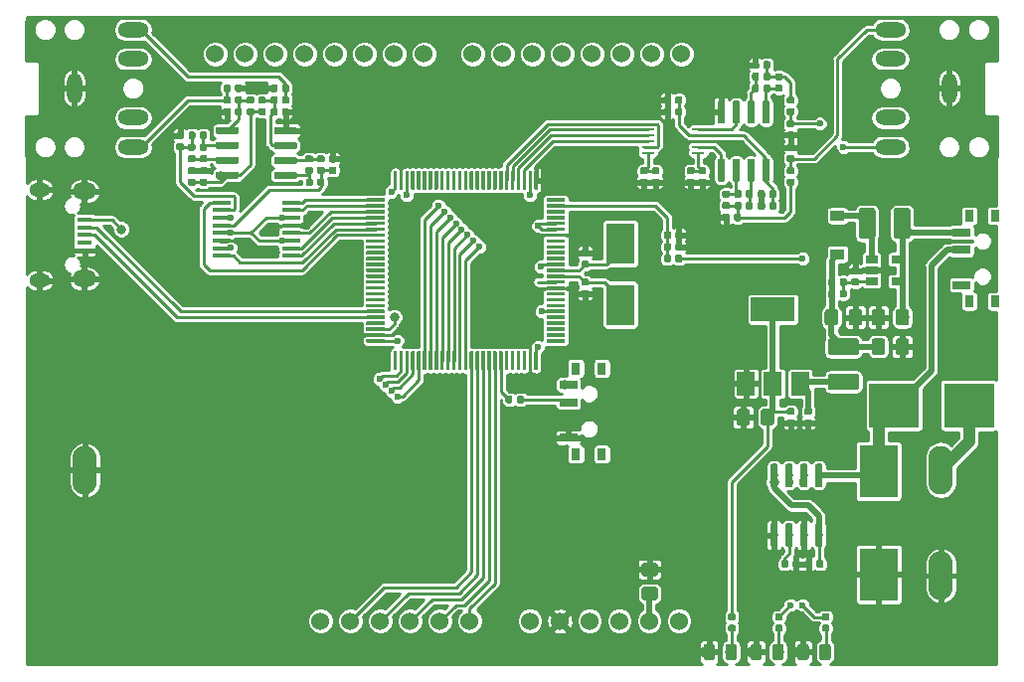
<source format=gbr>
G04 #@! TF.GenerationSoftware,KiCad,Pcbnew,(5.0.1)-3*
G04 #@! TF.CreationDate,2021-08-06T18:40:02+02:00*
G04 #@! TF.ProjectId,Guitar DSP,477569746172204453502E6B69636164,rev?*
G04 #@! TF.SameCoordinates,Original*
G04 #@! TF.FileFunction,Copper,L1,Top,Signal*
G04 #@! TF.FilePolarity,Positive*
%FSLAX46Y46*%
G04 Gerber Fmt 4.6, Leading zero omitted, Abs format (unit mm)*
G04 Created by KiCad (PCBNEW (5.0.1)-3) date 06/08/2021 18:40:02*
%MOMM*%
%LPD*%
G01*
G04 APERTURE LIST*
G04 #@! TA.AperFunction,ComponentPad*
%ADD10C,1.524000*%
G04 #@! TD*
G04 #@! TA.AperFunction,Conductor*
%ADD11C,0.050800*%
G04 #@! TD*
G04 #@! TA.AperFunction,SMDPad,CuDef*
%ADD12C,1.150000*%
G04 #@! TD*
G04 #@! TA.AperFunction,SMDPad,CuDef*
%ADD13C,0.590000*%
G04 #@! TD*
G04 #@! TA.AperFunction,SMDPad,CuDef*
%ADD14C,0.975000*%
G04 #@! TD*
G04 #@! TA.AperFunction,SMDPad,CuDef*
%ADD15R,1.200000X0.900000*%
G04 #@! TD*
G04 #@! TA.AperFunction,SMDPad,CuDef*
%ADD16R,3.300000X4.500000*%
G04 #@! TD*
G04 #@! TA.AperFunction,SMDPad,CuDef*
%ADD17R,4.241800X3.810000*%
G04 #@! TD*
G04 #@! TA.AperFunction,SMDPad,CuDef*
%ADD18C,0.650000*%
G04 #@! TD*
G04 #@! TA.AperFunction,SMDPad,CuDef*
%ADD19R,1.300000X0.450000*%
G04 #@! TD*
G04 #@! TA.AperFunction,ComponentPad*
%ADD20O,2.000000X1.450000*%
G04 #@! TD*
G04 #@! TA.AperFunction,ComponentPad*
%ADD21O,1.800000X1.150000*%
G04 #@! TD*
G04 #@! TA.AperFunction,ComponentPad*
%ADD22O,1.308000X2.616000*%
G04 #@! TD*
G04 #@! TA.AperFunction,ComponentPad*
%ADD23O,2.616000X1.308000*%
G04 #@! TD*
G04 #@! TA.AperFunction,SMDPad,CuDef*
%ADD24C,1.425000*%
G04 #@! TD*
G04 #@! TA.AperFunction,SMDPad,CuDef*
%ADD25C,0.300000*%
G04 #@! TD*
G04 #@! TA.AperFunction,SMDPad,CuDef*
%ADD26R,1.060000X0.650000*%
G04 #@! TD*
G04 #@! TA.AperFunction,SMDPad,CuDef*
%ADD27R,3.800000X2.000000*%
G04 #@! TD*
G04 #@! TA.AperFunction,SMDPad,CuDef*
%ADD28R,1.500000X2.000000*%
G04 #@! TD*
G04 #@! TA.AperFunction,SMDPad,CuDef*
%ADD29C,0.600000*%
G04 #@! TD*
G04 #@! TA.AperFunction,SMDPad,CuDef*
%ADD30R,1.500000X0.450000*%
G04 #@! TD*
G04 #@! TA.AperFunction,SMDPad,CuDef*
%ADD31R,1.100000X0.250000*%
G04 #@! TD*
G04 #@! TA.AperFunction,SMDPad,CuDef*
%ADD32R,2.400000X3.500000*%
G04 #@! TD*
G04 #@! TA.AperFunction,ComponentPad*
%ADD33O,2.070000X4.140000*%
G04 #@! TD*
G04 #@! TA.AperFunction,SMDPad,CuDef*
%ADD34R,1.500000X0.700000*%
G04 #@! TD*
G04 #@! TA.AperFunction,SMDPad,CuDef*
%ADD35R,0.800000X1.000000*%
G04 #@! TD*
G04 #@! TA.AperFunction,ViaPad*
%ADD36C,0.600000*%
G04 #@! TD*
G04 #@! TA.AperFunction,ViaPad*
%ADD37C,0.800000*%
G04 #@! TD*
G04 #@! TA.AperFunction,Conductor*
%ADD38C,0.250000*%
G04 #@! TD*
G04 #@! TA.AperFunction,Conductor*
%ADD39C,0.500000*%
G04 #@! TD*
G04 #@! TA.AperFunction,Conductor*
%ADD40C,1.000000*%
G04 #@! TD*
G04 APERTURE END LIST*
D10*
G04 #@! TO.P,U1,1*
G04 #@! TO.N,N/C*
X96500000Y-93560000D03*
G04 #@! TO.P,U1,2*
X99040000Y-93560000D03*
G04 #@! TO.P,U1,3*
G04 #@! TO.N,SD_SCK*
X101580000Y-93560000D03*
G04 #@! TO.P,U1,4*
G04 #@! TO.N,SD_MOSI*
X104120000Y-93560000D03*
G04 #@! TO.P,U1,5*
G04 #@! TO.N,SD_MISO*
X106660000Y-93560000D03*
G04 #@! TO.P,U1,6*
G04 #@! TO.N,SD_CS*
X109200000Y-93560000D03*
G04 #@! TO.P,U1,7*
G04 #@! TO.N,LCD_D1*
X111740000Y-93560000D03*
G04 #@! TO.P,U1,8*
G04 #@! TO.N,LCD_D0*
X114280000Y-93560000D03*
G04 #@! TO.P,U1,9*
G04 #@! TO.N,LCD_D7*
X118410000Y-93560000D03*
G04 #@! TO.P,U1,10*
G04 #@! TO.N,LCD_D6*
X120950000Y-93560000D03*
G04 #@! TO.P,U1,11*
G04 #@! TO.N,LCD_D5*
X123490000Y-93560000D03*
G04 #@! TO.P,U1,12*
G04 #@! TO.N,LCD_D4*
X126030000Y-93560000D03*
G04 #@! TO.P,U1,13*
G04 #@! TO.N,LCD_D3*
X128570000Y-93560000D03*
G04 #@! TO.P,U1,14*
G04 #@! TO.N,LCD_D2*
X131110000Y-93560000D03*
G04 #@! TO.P,U1,15*
G04 #@! TO.N,N/C*
X133650000Y-93560000D03*
G04 #@! TO.P,U1,16*
X136190000Y-93560000D03*
G04 #@! TO.P,U1,17*
X105470000Y-141880000D03*
G04 #@! TO.P,U1,18*
G04 #@! TO.N,LCD_RST*
X108010000Y-141880000D03*
G04 #@! TO.P,U1,19*
G04 #@! TO.N,LCD_CS*
X110550000Y-141880000D03*
G04 #@! TO.P,U1,20*
G04 #@! TO.N,LCD_RS*
X113090000Y-141880000D03*
G04 #@! TO.P,U1,21*
G04 #@! TO.N,LCD_WR*
X115630000Y-141880000D03*
G04 #@! TO.P,U1,22*
G04 #@! TO.N,LCD_RD*
X118170000Y-141880000D03*
G04 #@! TO.P,U1,23*
G04 #@! TO.N,N/C*
X123300000Y-141880000D03*
G04 #@! TO.P,U1,24*
G04 #@! TO.N,GND*
X125840000Y-141880000D03*
G04 #@! TO.P,U1,25*
G04 #@! TO.N,N/C*
X128380000Y-141880000D03*
G04 #@! TO.P,U1,26*
G04 #@! TO.N,+5V*
X130920000Y-141880000D03*
G04 #@! TO.P,U1,27*
G04 #@! TO.N,Net-(C11-Pad1)*
X133460000Y-141880000D03*
G04 #@! TO.P,U1,28*
G04 #@! TO.N,N/C*
X136000000Y-141880000D03*
G04 #@! TD*
D11*
G04 #@! TO.N,GND*
G04 #@! TO.C,C11*
G36*
X133974505Y-136901204D02*
X133998773Y-136904804D01*
X134022572Y-136910765D01*
X134045671Y-136919030D01*
X134067850Y-136929520D01*
X134088893Y-136942132D01*
X134108599Y-136956747D01*
X134126777Y-136973223D01*
X134143253Y-136991401D01*
X134157868Y-137011107D01*
X134170480Y-137032150D01*
X134180970Y-137054329D01*
X134189235Y-137077428D01*
X134195196Y-137101227D01*
X134198796Y-137125495D01*
X134200000Y-137149999D01*
X134200000Y-137800001D01*
X134198796Y-137824505D01*
X134195196Y-137848773D01*
X134189235Y-137872572D01*
X134180970Y-137895671D01*
X134170480Y-137917850D01*
X134157868Y-137938893D01*
X134143253Y-137958599D01*
X134126777Y-137976777D01*
X134108599Y-137993253D01*
X134088893Y-138007868D01*
X134067850Y-138020480D01*
X134045671Y-138030970D01*
X134022572Y-138039235D01*
X133998773Y-138045196D01*
X133974505Y-138048796D01*
X133950001Y-138050000D01*
X133049999Y-138050000D01*
X133025495Y-138048796D01*
X133001227Y-138045196D01*
X132977428Y-138039235D01*
X132954329Y-138030970D01*
X132932150Y-138020480D01*
X132911107Y-138007868D01*
X132891401Y-137993253D01*
X132873223Y-137976777D01*
X132856747Y-137958599D01*
X132842132Y-137938893D01*
X132829520Y-137917850D01*
X132819030Y-137895671D01*
X132810765Y-137872572D01*
X132804804Y-137848773D01*
X132801204Y-137824505D01*
X132800000Y-137800001D01*
X132800000Y-137149999D01*
X132801204Y-137125495D01*
X132804804Y-137101227D01*
X132810765Y-137077428D01*
X132819030Y-137054329D01*
X132829520Y-137032150D01*
X132842132Y-137011107D01*
X132856747Y-136991401D01*
X132873223Y-136973223D01*
X132891401Y-136956747D01*
X132911107Y-136942132D01*
X132932150Y-136929520D01*
X132954329Y-136919030D01*
X132977428Y-136910765D01*
X133001227Y-136904804D01*
X133025495Y-136901204D01*
X133049999Y-136900000D01*
X133950001Y-136900000D01*
X133974505Y-136901204D01*
X133974505Y-136901204D01*
G37*
D12*
G04 #@! TD*
G04 #@! TO.P,C11,2*
G04 #@! TO.N,GND*
X133500000Y-137475000D03*
D11*
G04 #@! TO.N,Net-(C11-Pad1)*
G04 #@! TO.C,C11*
G36*
X133974505Y-138951204D02*
X133998773Y-138954804D01*
X134022572Y-138960765D01*
X134045671Y-138969030D01*
X134067850Y-138979520D01*
X134088893Y-138992132D01*
X134108599Y-139006747D01*
X134126777Y-139023223D01*
X134143253Y-139041401D01*
X134157868Y-139061107D01*
X134170480Y-139082150D01*
X134180970Y-139104329D01*
X134189235Y-139127428D01*
X134195196Y-139151227D01*
X134198796Y-139175495D01*
X134200000Y-139199999D01*
X134200000Y-139850001D01*
X134198796Y-139874505D01*
X134195196Y-139898773D01*
X134189235Y-139922572D01*
X134180970Y-139945671D01*
X134170480Y-139967850D01*
X134157868Y-139988893D01*
X134143253Y-140008599D01*
X134126777Y-140026777D01*
X134108599Y-140043253D01*
X134088893Y-140057868D01*
X134067850Y-140070480D01*
X134045671Y-140080970D01*
X134022572Y-140089235D01*
X133998773Y-140095196D01*
X133974505Y-140098796D01*
X133950001Y-140100000D01*
X133049999Y-140100000D01*
X133025495Y-140098796D01*
X133001227Y-140095196D01*
X132977428Y-140089235D01*
X132954329Y-140080970D01*
X132932150Y-140070480D01*
X132911107Y-140057868D01*
X132891401Y-140043253D01*
X132873223Y-140026777D01*
X132856747Y-140008599D01*
X132842132Y-139988893D01*
X132829520Y-139967850D01*
X132819030Y-139945671D01*
X132810765Y-139922572D01*
X132804804Y-139898773D01*
X132801204Y-139874505D01*
X132800000Y-139850001D01*
X132800000Y-139199999D01*
X132801204Y-139175495D01*
X132804804Y-139151227D01*
X132810765Y-139127428D01*
X132819030Y-139104329D01*
X132829520Y-139082150D01*
X132842132Y-139061107D01*
X132856747Y-139041401D01*
X132873223Y-139023223D01*
X132891401Y-139006747D01*
X132911107Y-138992132D01*
X132932150Y-138979520D01*
X132954329Y-138969030D01*
X132977428Y-138960765D01*
X133001227Y-138954804D01*
X133025495Y-138951204D01*
X133049999Y-138950000D01*
X133950001Y-138950000D01*
X133974505Y-138951204D01*
X133974505Y-138951204D01*
G37*
D12*
G04 #@! TD*
G04 #@! TO.P,C11,1*
G04 #@! TO.N,Net-(C11-Pad1)*
X133500000Y-139525000D03*
D11*
G04 #@! TO.N,GND*
G04 #@! TO.C,C13*
G36*
X128186958Y-113690710D02*
X128201276Y-113692834D01*
X128215317Y-113696351D01*
X128228946Y-113701228D01*
X128242031Y-113707417D01*
X128254447Y-113714858D01*
X128266073Y-113723481D01*
X128276798Y-113733202D01*
X128286519Y-113743927D01*
X128295142Y-113755553D01*
X128302583Y-113767969D01*
X128308772Y-113781054D01*
X128313649Y-113794683D01*
X128317166Y-113808724D01*
X128319290Y-113823042D01*
X128320000Y-113837500D01*
X128320000Y-114132500D01*
X128319290Y-114146958D01*
X128317166Y-114161276D01*
X128313649Y-114175317D01*
X128308772Y-114188946D01*
X128302583Y-114202031D01*
X128295142Y-114214447D01*
X128286519Y-114226073D01*
X128276798Y-114236798D01*
X128266073Y-114246519D01*
X128254447Y-114255142D01*
X128242031Y-114262583D01*
X128228946Y-114268772D01*
X128215317Y-114273649D01*
X128201276Y-114277166D01*
X128186958Y-114279290D01*
X128172500Y-114280000D01*
X127827500Y-114280000D01*
X127813042Y-114279290D01*
X127798724Y-114277166D01*
X127784683Y-114273649D01*
X127771054Y-114268772D01*
X127757969Y-114262583D01*
X127745553Y-114255142D01*
X127733927Y-114246519D01*
X127723202Y-114236798D01*
X127713481Y-114226073D01*
X127704858Y-114214447D01*
X127697417Y-114202031D01*
X127691228Y-114188946D01*
X127686351Y-114175317D01*
X127682834Y-114161276D01*
X127680710Y-114146958D01*
X127680000Y-114132500D01*
X127680000Y-113837500D01*
X127680710Y-113823042D01*
X127682834Y-113808724D01*
X127686351Y-113794683D01*
X127691228Y-113781054D01*
X127697417Y-113767969D01*
X127704858Y-113755553D01*
X127713481Y-113743927D01*
X127723202Y-113733202D01*
X127733927Y-113723481D01*
X127745553Y-113714858D01*
X127757969Y-113707417D01*
X127771054Y-113701228D01*
X127784683Y-113696351D01*
X127798724Y-113692834D01*
X127813042Y-113690710D01*
X127827500Y-113690000D01*
X128172500Y-113690000D01*
X128186958Y-113690710D01*
X128186958Y-113690710D01*
G37*
D13*
G04 #@! TD*
G04 #@! TO.P,C13,2*
G04 #@! TO.N,GND*
X128000000Y-113985000D03*
D11*
G04 #@! TO.N,Net-(C13-Pad1)*
G04 #@! TO.C,C13*
G36*
X128186958Y-112720710D02*
X128201276Y-112722834D01*
X128215317Y-112726351D01*
X128228946Y-112731228D01*
X128242031Y-112737417D01*
X128254447Y-112744858D01*
X128266073Y-112753481D01*
X128276798Y-112763202D01*
X128286519Y-112773927D01*
X128295142Y-112785553D01*
X128302583Y-112797969D01*
X128308772Y-112811054D01*
X128313649Y-112824683D01*
X128317166Y-112838724D01*
X128319290Y-112853042D01*
X128320000Y-112867500D01*
X128320000Y-113162500D01*
X128319290Y-113176958D01*
X128317166Y-113191276D01*
X128313649Y-113205317D01*
X128308772Y-113218946D01*
X128302583Y-113232031D01*
X128295142Y-113244447D01*
X128286519Y-113256073D01*
X128276798Y-113266798D01*
X128266073Y-113276519D01*
X128254447Y-113285142D01*
X128242031Y-113292583D01*
X128228946Y-113298772D01*
X128215317Y-113303649D01*
X128201276Y-113307166D01*
X128186958Y-113309290D01*
X128172500Y-113310000D01*
X127827500Y-113310000D01*
X127813042Y-113309290D01*
X127798724Y-113307166D01*
X127784683Y-113303649D01*
X127771054Y-113298772D01*
X127757969Y-113292583D01*
X127745553Y-113285142D01*
X127733927Y-113276519D01*
X127723202Y-113266798D01*
X127713481Y-113256073D01*
X127704858Y-113244447D01*
X127697417Y-113232031D01*
X127691228Y-113218946D01*
X127686351Y-113205317D01*
X127682834Y-113191276D01*
X127680710Y-113176958D01*
X127680000Y-113162500D01*
X127680000Y-112867500D01*
X127680710Y-112853042D01*
X127682834Y-112838724D01*
X127686351Y-112824683D01*
X127691228Y-112811054D01*
X127697417Y-112797969D01*
X127704858Y-112785553D01*
X127713481Y-112773927D01*
X127723202Y-112763202D01*
X127733927Y-112753481D01*
X127745553Y-112744858D01*
X127757969Y-112737417D01*
X127771054Y-112731228D01*
X127784683Y-112726351D01*
X127798724Y-112722834D01*
X127813042Y-112720710D01*
X127827500Y-112720000D01*
X128172500Y-112720000D01*
X128186958Y-112720710D01*
X128186958Y-112720710D01*
G37*
D13*
G04 #@! TD*
G04 #@! TO.P,C13,1*
G04 #@! TO.N,Net-(C13-Pad1)*
X128000000Y-113015000D03*
D11*
G04 #@! TO.N,GND*
G04 #@! TO.C,C14*
G36*
X128186958Y-110220710D02*
X128201276Y-110222834D01*
X128215317Y-110226351D01*
X128228946Y-110231228D01*
X128242031Y-110237417D01*
X128254447Y-110244858D01*
X128266073Y-110253481D01*
X128276798Y-110263202D01*
X128286519Y-110273927D01*
X128295142Y-110285553D01*
X128302583Y-110297969D01*
X128308772Y-110311054D01*
X128313649Y-110324683D01*
X128317166Y-110338724D01*
X128319290Y-110353042D01*
X128320000Y-110367500D01*
X128320000Y-110662500D01*
X128319290Y-110676958D01*
X128317166Y-110691276D01*
X128313649Y-110705317D01*
X128308772Y-110718946D01*
X128302583Y-110732031D01*
X128295142Y-110744447D01*
X128286519Y-110756073D01*
X128276798Y-110766798D01*
X128266073Y-110776519D01*
X128254447Y-110785142D01*
X128242031Y-110792583D01*
X128228946Y-110798772D01*
X128215317Y-110803649D01*
X128201276Y-110807166D01*
X128186958Y-110809290D01*
X128172500Y-110810000D01*
X127827500Y-110810000D01*
X127813042Y-110809290D01*
X127798724Y-110807166D01*
X127784683Y-110803649D01*
X127771054Y-110798772D01*
X127757969Y-110792583D01*
X127745553Y-110785142D01*
X127733927Y-110776519D01*
X127723202Y-110766798D01*
X127713481Y-110756073D01*
X127704858Y-110744447D01*
X127697417Y-110732031D01*
X127691228Y-110718946D01*
X127686351Y-110705317D01*
X127682834Y-110691276D01*
X127680710Y-110676958D01*
X127680000Y-110662500D01*
X127680000Y-110367500D01*
X127680710Y-110353042D01*
X127682834Y-110338724D01*
X127686351Y-110324683D01*
X127691228Y-110311054D01*
X127697417Y-110297969D01*
X127704858Y-110285553D01*
X127713481Y-110273927D01*
X127723202Y-110263202D01*
X127733927Y-110253481D01*
X127745553Y-110244858D01*
X127757969Y-110237417D01*
X127771054Y-110231228D01*
X127784683Y-110226351D01*
X127798724Y-110222834D01*
X127813042Y-110220710D01*
X127827500Y-110220000D01*
X128172500Y-110220000D01*
X128186958Y-110220710D01*
X128186958Y-110220710D01*
G37*
D13*
G04 #@! TD*
G04 #@! TO.P,C14,1*
G04 #@! TO.N,GND*
X128000000Y-110515000D03*
D11*
G04 #@! TO.N,Net-(C14-Pad2)*
G04 #@! TO.C,C14*
G36*
X128186958Y-111190710D02*
X128201276Y-111192834D01*
X128215317Y-111196351D01*
X128228946Y-111201228D01*
X128242031Y-111207417D01*
X128254447Y-111214858D01*
X128266073Y-111223481D01*
X128276798Y-111233202D01*
X128286519Y-111243927D01*
X128295142Y-111255553D01*
X128302583Y-111267969D01*
X128308772Y-111281054D01*
X128313649Y-111294683D01*
X128317166Y-111308724D01*
X128319290Y-111323042D01*
X128320000Y-111337500D01*
X128320000Y-111632500D01*
X128319290Y-111646958D01*
X128317166Y-111661276D01*
X128313649Y-111675317D01*
X128308772Y-111688946D01*
X128302583Y-111702031D01*
X128295142Y-111714447D01*
X128286519Y-111726073D01*
X128276798Y-111736798D01*
X128266073Y-111746519D01*
X128254447Y-111755142D01*
X128242031Y-111762583D01*
X128228946Y-111768772D01*
X128215317Y-111773649D01*
X128201276Y-111777166D01*
X128186958Y-111779290D01*
X128172500Y-111780000D01*
X127827500Y-111780000D01*
X127813042Y-111779290D01*
X127798724Y-111777166D01*
X127784683Y-111773649D01*
X127771054Y-111768772D01*
X127757969Y-111762583D01*
X127745553Y-111755142D01*
X127733927Y-111746519D01*
X127723202Y-111736798D01*
X127713481Y-111726073D01*
X127704858Y-111714447D01*
X127697417Y-111702031D01*
X127691228Y-111688946D01*
X127686351Y-111675317D01*
X127682834Y-111661276D01*
X127680710Y-111646958D01*
X127680000Y-111632500D01*
X127680000Y-111337500D01*
X127680710Y-111323042D01*
X127682834Y-111308724D01*
X127686351Y-111294683D01*
X127691228Y-111281054D01*
X127697417Y-111267969D01*
X127704858Y-111255553D01*
X127713481Y-111243927D01*
X127723202Y-111233202D01*
X127733927Y-111223481D01*
X127745553Y-111214858D01*
X127757969Y-111207417D01*
X127771054Y-111201228D01*
X127784683Y-111196351D01*
X127798724Y-111192834D01*
X127813042Y-111190710D01*
X127827500Y-111190000D01*
X128172500Y-111190000D01*
X128186958Y-111190710D01*
X128186958Y-111190710D01*
G37*
D13*
G04 #@! TD*
G04 #@! TO.P,C14,2*
G04 #@! TO.N,Net-(C14-Pad2)*
X128000000Y-111485000D03*
D11*
G04 #@! TO.N,BAT_SW*
G04 #@! TO.C,C19*
G36*
X155374505Y-115301204D02*
X155398773Y-115304804D01*
X155422572Y-115310765D01*
X155445671Y-115319030D01*
X155467850Y-115329520D01*
X155488893Y-115342132D01*
X155508599Y-115356747D01*
X155526777Y-115373223D01*
X155543253Y-115391401D01*
X155557868Y-115411107D01*
X155570480Y-115432150D01*
X155580970Y-115454329D01*
X155589235Y-115477428D01*
X155595196Y-115501227D01*
X155598796Y-115525495D01*
X155600000Y-115549999D01*
X155600000Y-116450001D01*
X155598796Y-116474505D01*
X155595196Y-116498773D01*
X155589235Y-116522572D01*
X155580970Y-116545671D01*
X155570480Y-116567850D01*
X155557868Y-116588893D01*
X155543253Y-116608599D01*
X155526777Y-116626777D01*
X155508599Y-116643253D01*
X155488893Y-116657868D01*
X155467850Y-116670480D01*
X155445671Y-116680970D01*
X155422572Y-116689235D01*
X155398773Y-116695196D01*
X155374505Y-116698796D01*
X155350001Y-116700000D01*
X154699999Y-116700000D01*
X154675495Y-116698796D01*
X154651227Y-116695196D01*
X154627428Y-116689235D01*
X154604329Y-116680970D01*
X154582150Y-116670480D01*
X154561107Y-116657868D01*
X154541401Y-116643253D01*
X154523223Y-116626777D01*
X154506747Y-116608599D01*
X154492132Y-116588893D01*
X154479520Y-116567850D01*
X154469030Y-116545671D01*
X154460765Y-116522572D01*
X154454804Y-116498773D01*
X154451204Y-116474505D01*
X154450000Y-116450001D01*
X154450000Y-115549999D01*
X154451204Y-115525495D01*
X154454804Y-115501227D01*
X154460765Y-115477428D01*
X154469030Y-115454329D01*
X154479520Y-115432150D01*
X154492132Y-115411107D01*
X154506747Y-115391401D01*
X154523223Y-115373223D01*
X154541401Y-115356747D01*
X154561107Y-115342132D01*
X154582150Y-115329520D01*
X154604329Y-115319030D01*
X154627428Y-115310765D01*
X154651227Y-115304804D01*
X154675495Y-115301204D01*
X154699999Y-115300000D01*
X155350001Y-115300000D01*
X155374505Y-115301204D01*
X155374505Y-115301204D01*
G37*
D12*
G04 #@! TD*
G04 #@! TO.P,C19,1*
G04 #@! TO.N,BAT_SW*
X155025000Y-116000000D03*
D11*
G04 #@! TO.N,GND*
G04 #@! TO.C,C19*
G36*
X153324505Y-115301204D02*
X153348773Y-115304804D01*
X153372572Y-115310765D01*
X153395671Y-115319030D01*
X153417850Y-115329520D01*
X153438893Y-115342132D01*
X153458599Y-115356747D01*
X153476777Y-115373223D01*
X153493253Y-115391401D01*
X153507868Y-115411107D01*
X153520480Y-115432150D01*
X153530970Y-115454329D01*
X153539235Y-115477428D01*
X153545196Y-115501227D01*
X153548796Y-115525495D01*
X153550000Y-115549999D01*
X153550000Y-116450001D01*
X153548796Y-116474505D01*
X153545196Y-116498773D01*
X153539235Y-116522572D01*
X153530970Y-116545671D01*
X153520480Y-116567850D01*
X153507868Y-116588893D01*
X153493253Y-116608599D01*
X153476777Y-116626777D01*
X153458599Y-116643253D01*
X153438893Y-116657868D01*
X153417850Y-116670480D01*
X153395671Y-116680970D01*
X153372572Y-116689235D01*
X153348773Y-116695196D01*
X153324505Y-116698796D01*
X153300001Y-116700000D01*
X152649999Y-116700000D01*
X152625495Y-116698796D01*
X152601227Y-116695196D01*
X152577428Y-116689235D01*
X152554329Y-116680970D01*
X152532150Y-116670480D01*
X152511107Y-116657868D01*
X152491401Y-116643253D01*
X152473223Y-116626777D01*
X152456747Y-116608599D01*
X152442132Y-116588893D01*
X152429520Y-116567850D01*
X152419030Y-116545671D01*
X152410765Y-116522572D01*
X152404804Y-116498773D01*
X152401204Y-116474505D01*
X152400000Y-116450001D01*
X152400000Y-115549999D01*
X152401204Y-115525495D01*
X152404804Y-115501227D01*
X152410765Y-115477428D01*
X152419030Y-115454329D01*
X152429520Y-115432150D01*
X152442132Y-115411107D01*
X152456747Y-115391401D01*
X152473223Y-115373223D01*
X152491401Y-115356747D01*
X152511107Y-115342132D01*
X152532150Y-115329520D01*
X152554329Y-115319030D01*
X152577428Y-115310765D01*
X152601227Y-115304804D01*
X152625495Y-115301204D01*
X152649999Y-115300000D01*
X153300001Y-115300000D01*
X153324505Y-115301204D01*
X153324505Y-115301204D01*
G37*
D12*
G04 #@! TD*
G04 #@! TO.P,C19,2*
G04 #@! TO.N,GND*
X152975000Y-116000000D03*
D11*
G04 #@! TO.N,GND*
G04 #@! TO.C,C20*
G36*
X136146958Y-108680710D02*
X136161276Y-108682834D01*
X136175317Y-108686351D01*
X136188946Y-108691228D01*
X136202031Y-108697417D01*
X136214447Y-108704858D01*
X136226073Y-108713481D01*
X136236798Y-108723202D01*
X136246519Y-108733927D01*
X136255142Y-108745553D01*
X136262583Y-108757969D01*
X136268772Y-108771054D01*
X136273649Y-108784683D01*
X136277166Y-108798724D01*
X136279290Y-108813042D01*
X136280000Y-108827500D01*
X136280000Y-109172500D01*
X136279290Y-109186958D01*
X136277166Y-109201276D01*
X136273649Y-109215317D01*
X136268772Y-109228946D01*
X136262583Y-109242031D01*
X136255142Y-109254447D01*
X136246519Y-109266073D01*
X136236798Y-109276798D01*
X136226073Y-109286519D01*
X136214447Y-109295142D01*
X136202031Y-109302583D01*
X136188946Y-109308772D01*
X136175317Y-109313649D01*
X136161276Y-109317166D01*
X136146958Y-109319290D01*
X136132500Y-109320000D01*
X135837500Y-109320000D01*
X135823042Y-109319290D01*
X135808724Y-109317166D01*
X135794683Y-109313649D01*
X135781054Y-109308772D01*
X135767969Y-109302583D01*
X135755553Y-109295142D01*
X135743927Y-109286519D01*
X135733202Y-109276798D01*
X135723481Y-109266073D01*
X135714858Y-109254447D01*
X135707417Y-109242031D01*
X135701228Y-109228946D01*
X135696351Y-109215317D01*
X135692834Y-109201276D01*
X135690710Y-109186958D01*
X135690000Y-109172500D01*
X135690000Y-108827500D01*
X135690710Y-108813042D01*
X135692834Y-108798724D01*
X135696351Y-108784683D01*
X135701228Y-108771054D01*
X135707417Y-108757969D01*
X135714858Y-108745553D01*
X135723481Y-108733927D01*
X135733202Y-108723202D01*
X135743927Y-108713481D01*
X135755553Y-108704858D01*
X135767969Y-108697417D01*
X135781054Y-108691228D01*
X135794683Y-108686351D01*
X135808724Y-108682834D01*
X135823042Y-108680710D01*
X135837500Y-108680000D01*
X136132500Y-108680000D01*
X136146958Y-108680710D01*
X136146958Y-108680710D01*
G37*
D13*
G04 #@! TD*
G04 #@! TO.P,C20,1*
G04 #@! TO.N,GND*
X135985000Y-109000000D03*
D11*
G04 #@! TO.N,ADC_VBAT*
G04 #@! TO.C,C20*
G36*
X135176958Y-108680710D02*
X135191276Y-108682834D01*
X135205317Y-108686351D01*
X135218946Y-108691228D01*
X135232031Y-108697417D01*
X135244447Y-108704858D01*
X135256073Y-108713481D01*
X135266798Y-108723202D01*
X135276519Y-108733927D01*
X135285142Y-108745553D01*
X135292583Y-108757969D01*
X135298772Y-108771054D01*
X135303649Y-108784683D01*
X135307166Y-108798724D01*
X135309290Y-108813042D01*
X135310000Y-108827500D01*
X135310000Y-109172500D01*
X135309290Y-109186958D01*
X135307166Y-109201276D01*
X135303649Y-109215317D01*
X135298772Y-109228946D01*
X135292583Y-109242031D01*
X135285142Y-109254447D01*
X135276519Y-109266073D01*
X135266798Y-109276798D01*
X135256073Y-109286519D01*
X135244447Y-109295142D01*
X135232031Y-109302583D01*
X135218946Y-109308772D01*
X135205317Y-109313649D01*
X135191276Y-109317166D01*
X135176958Y-109319290D01*
X135162500Y-109320000D01*
X134867500Y-109320000D01*
X134853042Y-109319290D01*
X134838724Y-109317166D01*
X134824683Y-109313649D01*
X134811054Y-109308772D01*
X134797969Y-109302583D01*
X134785553Y-109295142D01*
X134773927Y-109286519D01*
X134763202Y-109276798D01*
X134753481Y-109266073D01*
X134744858Y-109254447D01*
X134737417Y-109242031D01*
X134731228Y-109228946D01*
X134726351Y-109215317D01*
X134722834Y-109201276D01*
X134720710Y-109186958D01*
X134720000Y-109172500D01*
X134720000Y-108827500D01*
X134720710Y-108813042D01*
X134722834Y-108798724D01*
X134726351Y-108784683D01*
X134731228Y-108771054D01*
X134737417Y-108757969D01*
X134744858Y-108745553D01*
X134753481Y-108733927D01*
X134763202Y-108723202D01*
X134773927Y-108713481D01*
X134785553Y-108704858D01*
X134797969Y-108697417D01*
X134811054Y-108691228D01*
X134824683Y-108686351D01*
X134838724Y-108682834D01*
X134853042Y-108680710D01*
X134867500Y-108680000D01*
X135162500Y-108680000D01*
X135176958Y-108680710D01*
X135176958Y-108680710D01*
G37*
D13*
G04 #@! TD*
G04 #@! TO.P,C20,2*
G04 #@! TO.N,ADC_VBAT*
X135015000Y-109000000D03*
D11*
G04 #@! TO.N,GND*
G04 #@! TO.C,C21*
G36*
X147176958Y-136680710D02*
X147191276Y-136682834D01*
X147205317Y-136686351D01*
X147218946Y-136691228D01*
X147232031Y-136697417D01*
X147244447Y-136704858D01*
X147256073Y-136713481D01*
X147266798Y-136723202D01*
X147276519Y-136733927D01*
X147285142Y-136745553D01*
X147292583Y-136757969D01*
X147298772Y-136771054D01*
X147303649Y-136784683D01*
X147307166Y-136798724D01*
X147309290Y-136813042D01*
X147310000Y-136827500D01*
X147310000Y-137172500D01*
X147309290Y-137186958D01*
X147307166Y-137201276D01*
X147303649Y-137215317D01*
X147298772Y-137228946D01*
X147292583Y-137242031D01*
X147285142Y-137254447D01*
X147276519Y-137266073D01*
X147266798Y-137276798D01*
X147256073Y-137286519D01*
X147244447Y-137295142D01*
X147232031Y-137302583D01*
X147218946Y-137308772D01*
X147205317Y-137313649D01*
X147191276Y-137317166D01*
X147176958Y-137319290D01*
X147162500Y-137320000D01*
X146867500Y-137320000D01*
X146853042Y-137319290D01*
X146838724Y-137317166D01*
X146824683Y-137313649D01*
X146811054Y-137308772D01*
X146797969Y-137302583D01*
X146785553Y-137295142D01*
X146773927Y-137286519D01*
X146763202Y-137276798D01*
X146753481Y-137266073D01*
X146744858Y-137254447D01*
X146737417Y-137242031D01*
X146731228Y-137228946D01*
X146726351Y-137215317D01*
X146722834Y-137201276D01*
X146720710Y-137186958D01*
X146720000Y-137172500D01*
X146720000Y-136827500D01*
X146720710Y-136813042D01*
X146722834Y-136798724D01*
X146726351Y-136784683D01*
X146731228Y-136771054D01*
X146737417Y-136757969D01*
X146744858Y-136745553D01*
X146753481Y-136733927D01*
X146763202Y-136723202D01*
X146773927Y-136713481D01*
X146785553Y-136704858D01*
X146797969Y-136697417D01*
X146811054Y-136691228D01*
X146824683Y-136686351D01*
X146838724Y-136682834D01*
X146853042Y-136680710D01*
X146867500Y-136680000D01*
X147162500Y-136680000D01*
X147176958Y-136680710D01*
X147176958Y-136680710D01*
G37*
D13*
G04 #@! TD*
G04 #@! TO.P,C21,1*
G04 #@! TO.N,GND*
X147015000Y-137000000D03*
D11*
G04 #@! TO.N,USB_5V*
G04 #@! TO.C,C21*
G36*
X148146958Y-136680710D02*
X148161276Y-136682834D01*
X148175317Y-136686351D01*
X148188946Y-136691228D01*
X148202031Y-136697417D01*
X148214447Y-136704858D01*
X148226073Y-136713481D01*
X148236798Y-136723202D01*
X148246519Y-136733927D01*
X148255142Y-136745553D01*
X148262583Y-136757969D01*
X148268772Y-136771054D01*
X148273649Y-136784683D01*
X148277166Y-136798724D01*
X148279290Y-136813042D01*
X148280000Y-136827500D01*
X148280000Y-137172500D01*
X148279290Y-137186958D01*
X148277166Y-137201276D01*
X148273649Y-137215317D01*
X148268772Y-137228946D01*
X148262583Y-137242031D01*
X148255142Y-137254447D01*
X148246519Y-137266073D01*
X148236798Y-137276798D01*
X148226073Y-137286519D01*
X148214447Y-137295142D01*
X148202031Y-137302583D01*
X148188946Y-137308772D01*
X148175317Y-137313649D01*
X148161276Y-137317166D01*
X148146958Y-137319290D01*
X148132500Y-137320000D01*
X147837500Y-137320000D01*
X147823042Y-137319290D01*
X147808724Y-137317166D01*
X147794683Y-137313649D01*
X147781054Y-137308772D01*
X147767969Y-137302583D01*
X147755553Y-137295142D01*
X147743927Y-137286519D01*
X147733202Y-137276798D01*
X147723481Y-137266073D01*
X147714858Y-137254447D01*
X147707417Y-137242031D01*
X147701228Y-137228946D01*
X147696351Y-137215317D01*
X147692834Y-137201276D01*
X147690710Y-137186958D01*
X147690000Y-137172500D01*
X147690000Y-136827500D01*
X147690710Y-136813042D01*
X147692834Y-136798724D01*
X147696351Y-136784683D01*
X147701228Y-136771054D01*
X147707417Y-136757969D01*
X147714858Y-136745553D01*
X147723481Y-136733927D01*
X147733202Y-136723202D01*
X147743927Y-136713481D01*
X147755553Y-136704858D01*
X147767969Y-136697417D01*
X147781054Y-136691228D01*
X147794683Y-136686351D01*
X147808724Y-136682834D01*
X147823042Y-136680710D01*
X147837500Y-136680000D01*
X148132500Y-136680000D01*
X148146958Y-136680710D01*
X148146958Y-136680710D01*
G37*
D13*
G04 #@! TD*
G04 #@! TO.P,C21,2*
G04 #@! TO.N,USB_5V*
X147985000Y-137000000D03*
D11*
G04 #@! TO.N,Net-(C22-Pad1)*
G04 #@! TO.C,C22*
G36*
X150146958Y-112680710D02*
X150161276Y-112682834D01*
X150175317Y-112686351D01*
X150188946Y-112691228D01*
X150202031Y-112697417D01*
X150214447Y-112704858D01*
X150226073Y-112713481D01*
X150236798Y-112723202D01*
X150246519Y-112733927D01*
X150255142Y-112745553D01*
X150262583Y-112757969D01*
X150268772Y-112771054D01*
X150273649Y-112784683D01*
X150277166Y-112798724D01*
X150279290Y-112813042D01*
X150280000Y-112827500D01*
X150280000Y-113172500D01*
X150279290Y-113186958D01*
X150277166Y-113201276D01*
X150273649Y-113215317D01*
X150268772Y-113228946D01*
X150262583Y-113242031D01*
X150255142Y-113254447D01*
X150246519Y-113266073D01*
X150236798Y-113276798D01*
X150226073Y-113286519D01*
X150214447Y-113295142D01*
X150202031Y-113302583D01*
X150188946Y-113308772D01*
X150175317Y-113313649D01*
X150161276Y-113317166D01*
X150146958Y-113319290D01*
X150132500Y-113320000D01*
X149837500Y-113320000D01*
X149823042Y-113319290D01*
X149808724Y-113317166D01*
X149794683Y-113313649D01*
X149781054Y-113308772D01*
X149767969Y-113302583D01*
X149755553Y-113295142D01*
X149743927Y-113286519D01*
X149733202Y-113276798D01*
X149723481Y-113266073D01*
X149714858Y-113254447D01*
X149707417Y-113242031D01*
X149701228Y-113228946D01*
X149696351Y-113215317D01*
X149692834Y-113201276D01*
X149690710Y-113186958D01*
X149690000Y-113172500D01*
X149690000Y-112827500D01*
X149690710Y-112813042D01*
X149692834Y-112798724D01*
X149696351Y-112784683D01*
X149701228Y-112771054D01*
X149707417Y-112757969D01*
X149714858Y-112745553D01*
X149723481Y-112733927D01*
X149733202Y-112723202D01*
X149743927Y-112713481D01*
X149755553Y-112704858D01*
X149767969Y-112697417D01*
X149781054Y-112691228D01*
X149794683Y-112686351D01*
X149808724Y-112682834D01*
X149823042Y-112680710D01*
X149837500Y-112680000D01*
X150132500Y-112680000D01*
X150146958Y-112680710D01*
X150146958Y-112680710D01*
G37*
D13*
G04 #@! TD*
G04 #@! TO.P,C22,1*
G04 #@! TO.N,Net-(C22-Pad1)*
X149985000Y-113000000D03*
D11*
G04 #@! TO.N,+5V*
G04 #@! TO.C,C22*
G36*
X149176958Y-112680710D02*
X149191276Y-112682834D01*
X149205317Y-112686351D01*
X149218946Y-112691228D01*
X149232031Y-112697417D01*
X149244447Y-112704858D01*
X149256073Y-112713481D01*
X149266798Y-112723202D01*
X149276519Y-112733927D01*
X149285142Y-112745553D01*
X149292583Y-112757969D01*
X149298772Y-112771054D01*
X149303649Y-112784683D01*
X149307166Y-112798724D01*
X149309290Y-112813042D01*
X149310000Y-112827500D01*
X149310000Y-113172500D01*
X149309290Y-113186958D01*
X149307166Y-113201276D01*
X149303649Y-113215317D01*
X149298772Y-113228946D01*
X149292583Y-113242031D01*
X149285142Y-113254447D01*
X149276519Y-113266073D01*
X149266798Y-113276798D01*
X149256073Y-113286519D01*
X149244447Y-113295142D01*
X149232031Y-113302583D01*
X149218946Y-113308772D01*
X149205317Y-113313649D01*
X149191276Y-113317166D01*
X149176958Y-113319290D01*
X149162500Y-113320000D01*
X148867500Y-113320000D01*
X148853042Y-113319290D01*
X148838724Y-113317166D01*
X148824683Y-113313649D01*
X148811054Y-113308772D01*
X148797969Y-113302583D01*
X148785553Y-113295142D01*
X148773927Y-113286519D01*
X148763202Y-113276798D01*
X148753481Y-113266073D01*
X148744858Y-113254447D01*
X148737417Y-113242031D01*
X148731228Y-113228946D01*
X148726351Y-113215317D01*
X148722834Y-113201276D01*
X148720710Y-113186958D01*
X148720000Y-113172500D01*
X148720000Y-112827500D01*
X148720710Y-112813042D01*
X148722834Y-112798724D01*
X148726351Y-112784683D01*
X148731228Y-112771054D01*
X148737417Y-112757969D01*
X148744858Y-112745553D01*
X148753481Y-112733927D01*
X148763202Y-112723202D01*
X148773927Y-112713481D01*
X148785553Y-112704858D01*
X148797969Y-112697417D01*
X148811054Y-112691228D01*
X148824683Y-112686351D01*
X148838724Y-112682834D01*
X148853042Y-112680710D01*
X148867500Y-112680000D01*
X149162500Y-112680000D01*
X149176958Y-112680710D01*
X149176958Y-112680710D01*
G37*
D13*
G04 #@! TD*
G04 #@! TO.P,C22,2*
G04 #@! TO.N,+5V*
X149015000Y-113000000D03*
D11*
G04 #@! TO.N,+5V*
G04 #@! TO.C,C23*
G36*
X153324505Y-117801204D02*
X153348773Y-117804804D01*
X153372572Y-117810765D01*
X153395671Y-117819030D01*
X153417850Y-117829520D01*
X153438893Y-117842132D01*
X153458599Y-117856747D01*
X153476777Y-117873223D01*
X153493253Y-117891401D01*
X153507868Y-117911107D01*
X153520480Y-117932150D01*
X153530970Y-117954329D01*
X153539235Y-117977428D01*
X153545196Y-118001227D01*
X153548796Y-118025495D01*
X153550000Y-118049999D01*
X153550000Y-118950001D01*
X153548796Y-118974505D01*
X153545196Y-118998773D01*
X153539235Y-119022572D01*
X153530970Y-119045671D01*
X153520480Y-119067850D01*
X153507868Y-119088893D01*
X153493253Y-119108599D01*
X153476777Y-119126777D01*
X153458599Y-119143253D01*
X153438893Y-119157868D01*
X153417850Y-119170480D01*
X153395671Y-119180970D01*
X153372572Y-119189235D01*
X153348773Y-119195196D01*
X153324505Y-119198796D01*
X153300001Y-119200000D01*
X152649999Y-119200000D01*
X152625495Y-119198796D01*
X152601227Y-119195196D01*
X152577428Y-119189235D01*
X152554329Y-119180970D01*
X152532150Y-119170480D01*
X152511107Y-119157868D01*
X152491401Y-119143253D01*
X152473223Y-119126777D01*
X152456747Y-119108599D01*
X152442132Y-119088893D01*
X152429520Y-119067850D01*
X152419030Y-119045671D01*
X152410765Y-119022572D01*
X152404804Y-118998773D01*
X152401204Y-118974505D01*
X152400000Y-118950001D01*
X152400000Y-118049999D01*
X152401204Y-118025495D01*
X152404804Y-118001227D01*
X152410765Y-117977428D01*
X152419030Y-117954329D01*
X152429520Y-117932150D01*
X152442132Y-117911107D01*
X152456747Y-117891401D01*
X152473223Y-117873223D01*
X152491401Y-117856747D01*
X152511107Y-117842132D01*
X152532150Y-117829520D01*
X152554329Y-117819030D01*
X152577428Y-117810765D01*
X152601227Y-117804804D01*
X152625495Y-117801204D01*
X152649999Y-117800000D01*
X153300001Y-117800000D01*
X153324505Y-117801204D01*
X153324505Y-117801204D01*
G37*
D12*
G04 #@! TD*
G04 #@! TO.P,C23,1*
G04 #@! TO.N,+5V*
X152975000Y-118500000D03*
D11*
G04 #@! TO.N,GND*
G04 #@! TO.C,C23*
G36*
X155374505Y-117801204D02*
X155398773Y-117804804D01*
X155422572Y-117810765D01*
X155445671Y-117819030D01*
X155467850Y-117829520D01*
X155488893Y-117842132D01*
X155508599Y-117856747D01*
X155526777Y-117873223D01*
X155543253Y-117891401D01*
X155557868Y-117911107D01*
X155570480Y-117932150D01*
X155580970Y-117954329D01*
X155589235Y-117977428D01*
X155595196Y-118001227D01*
X155598796Y-118025495D01*
X155600000Y-118049999D01*
X155600000Y-118950001D01*
X155598796Y-118974505D01*
X155595196Y-118998773D01*
X155589235Y-119022572D01*
X155580970Y-119045671D01*
X155570480Y-119067850D01*
X155557868Y-119088893D01*
X155543253Y-119108599D01*
X155526777Y-119126777D01*
X155508599Y-119143253D01*
X155488893Y-119157868D01*
X155467850Y-119170480D01*
X155445671Y-119180970D01*
X155422572Y-119189235D01*
X155398773Y-119195196D01*
X155374505Y-119198796D01*
X155350001Y-119200000D01*
X154699999Y-119200000D01*
X154675495Y-119198796D01*
X154651227Y-119195196D01*
X154627428Y-119189235D01*
X154604329Y-119180970D01*
X154582150Y-119170480D01*
X154561107Y-119157868D01*
X154541401Y-119143253D01*
X154523223Y-119126777D01*
X154506747Y-119108599D01*
X154492132Y-119088893D01*
X154479520Y-119067850D01*
X154469030Y-119045671D01*
X154460765Y-119022572D01*
X154454804Y-118998773D01*
X154451204Y-118974505D01*
X154450000Y-118950001D01*
X154450000Y-118049999D01*
X154451204Y-118025495D01*
X154454804Y-118001227D01*
X154460765Y-117977428D01*
X154469030Y-117954329D01*
X154479520Y-117932150D01*
X154492132Y-117911107D01*
X154506747Y-117891401D01*
X154523223Y-117873223D01*
X154541401Y-117856747D01*
X154561107Y-117842132D01*
X154582150Y-117829520D01*
X154604329Y-117819030D01*
X154627428Y-117810765D01*
X154651227Y-117804804D01*
X154675495Y-117801204D01*
X154699999Y-117800000D01*
X155350001Y-117800000D01*
X155374505Y-117801204D01*
X155374505Y-117801204D01*
G37*
D12*
G04 #@! TD*
G04 #@! TO.P,C23,2*
G04 #@! TO.N,GND*
X155025000Y-118500000D03*
D11*
G04 #@! TO.N,GND*
G04 #@! TO.C,C24*
G36*
X147186958Y-124690710D02*
X147201276Y-124692834D01*
X147215317Y-124696351D01*
X147228946Y-124701228D01*
X147242031Y-124707417D01*
X147254447Y-124714858D01*
X147266073Y-124723481D01*
X147276798Y-124733202D01*
X147286519Y-124743927D01*
X147295142Y-124755553D01*
X147302583Y-124767969D01*
X147308772Y-124781054D01*
X147313649Y-124794683D01*
X147317166Y-124808724D01*
X147319290Y-124823042D01*
X147320000Y-124837500D01*
X147320000Y-125132500D01*
X147319290Y-125146958D01*
X147317166Y-125161276D01*
X147313649Y-125175317D01*
X147308772Y-125188946D01*
X147302583Y-125202031D01*
X147295142Y-125214447D01*
X147286519Y-125226073D01*
X147276798Y-125236798D01*
X147266073Y-125246519D01*
X147254447Y-125255142D01*
X147242031Y-125262583D01*
X147228946Y-125268772D01*
X147215317Y-125273649D01*
X147201276Y-125277166D01*
X147186958Y-125279290D01*
X147172500Y-125280000D01*
X146827500Y-125280000D01*
X146813042Y-125279290D01*
X146798724Y-125277166D01*
X146784683Y-125273649D01*
X146771054Y-125268772D01*
X146757969Y-125262583D01*
X146745553Y-125255142D01*
X146733927Y-125246519D01*
X146723202Y-125236798D01*
X146713481Y-125226073D01*
X146704858Y-125214447D01*
X146697417Y-125202031D01*
X146691228Y-125188946D01*
X146686351Y-125175317D01*
X146682834Y-125161276D01*
X146680710Y-125146958D01*
X146680000Y-125132500D01*
X146680000Y-124837500D01*
X146680710Y-124823042D01*
X146682834Y-124808724D01*
X146686351Y-124794683D01*
X146691228Y-124781054D01*
X146697417Y-124767969D01*
X146704858Y-124755553D01*
X146713481Y-124743927D01*
X146723202Y-124733202D01*
X146733927Y-124723481D01*
X146745553Y-124714858D01*
X146757969Y-124707417D01*
X146771054Y-124701228D01*
X146784683Y-124696351D01*
X146798724Y-124692834D01*
X146813042Y-124690710D01*
X146827500Y-124690000D01*
X147172500Y-124690000D01*
X147186958Y-124690710D01*
X147186958Y-124690710D01*
G37*
D13*
G04 #@! TD*
G04 #@! TO.P,C24,2*
G04 #@! TO.N,GND*
X147000000Y-124985000D03*
D11*
G04 #@! TO.N,Net-(C24-Pad1)*
G04 #@! TO.C,C24*
G36*
X147186958Y-123720710D02*
X147201276Y-123722834D01*
X147215317Y-123726351D01*
X147228946Y-123731228D01*
X147242031Y-123737417D01*
X147254447Y-123744858D01*
X147266073Y-123753481D01*
X147276798Y-123763202D01*
X147286519Y-123773927D01*
X147295142Y-123785553D01*
X147302583Y-123797969D01*
X147308772Y-123811054D01*
X147313649Y-123824683D01*
X147317166Y-123838724D01*
X147319290Y-123853042D01*
X147320000Y-123867500D01*
X147320000Y-124162500D01*
X147319290Y-124176958D01*
X147317166Y-124191276D01*
X147313649Y-124205317D01*
X147308772Y-124218946D01*
X147302583Y-124232031D01*
X147295142Y-124244447D01*
X147286519Y-124256073D01*
X147276798Y-124266798D01*
X147266073Y-124276519D01*
X147254447Y-124285142D01*
X147242031Y-124292583D01*
X147228946Y-124298772D01*
X147215317Y-124303649D01*
X147201276Y-124307166D01*
X147186958Y-124309290D01*
X147172500Y-124310000D01*
X146827500Y-124310000D01*
X146813042Y-124309290D01*
X146798724Y-124307166D01*
X146784683Y-124303649D01*
X146771054Y-124298772D01*
X146757969Y-124292583D01*
X146745553Y-124285142D01*
X146733927Y-124276519D01*
X146723202Y-124266798D01*
X146713481Y-124256073D01*
X146704858Y-124244447D01*
X146697417Y-124232031D01*
X146691228Y-124218946D01*
X146686351Y-124205317D01*
X146682834Y-124191276D01*
X146680710Y-124176958D01*
X146680000Y-124162500D01*
X146680000Y-123867500D01*
X146680710Y-123853042D01*
X146682834Y-123838724D01*
X146686351Y-123824683D01*
X146691228Y-123811054D01*
X146697417Y-123797969D01*
X146704858Y-123785553D01*
X146713481Y-123773927D01*
X146723202Y-123763202D01*
X146733927Y-123753481D01*
X146745553Y-123744858D01*
X146757969Y-123737417D01*
X146771054Y-123731228D01*
X146784683Y-123726351D01*
X146798724Y-123722834D01*
X146813042Y-123720710D01*
X146827500Y-123720000D01*
X147172500Y-123720000D01*
X147186958Y-123720710D01*
X147186958Y-123720710D01*
G37*
D13*
G04 #@! TD*
G04 #@! TO.P,C24,1*
G04 #@! TO.N,Net-(C24-Pad1)*
X147000000Y-124015000D03*
D11*
G04 #@! TO.N,GND*
G04 #@! TO.C,C25*
G36*
X151374505Y-115301204D02*
X151398773Y-115304804D01*
X151422572Y-115310765D01*
X151445671Y-115319030D01*
X151467850Y-115329520D01*
X151488893Y-115342132D01*
X151508599Y-115356747D01*
X151526777Y-115373223D01*
X151543253Y-115391401D01*
X151557868Y-115411107D01*
X151570480Y-115432150D01*
X151580970Y-115454329D01*
X151589235Y-115477428D01*
X151595196Y-115501227D01*
X151598796Y-115525495D01*
X151600000Y-115549999D01*
X151600000Y-116450001D01*
X151598796Y-116474505D01*
X151595196Y-116498773D01*
X151589235Y-116522572D01*
X151580970Y-116545671D01*
X151570480Y-116567850D01*
X151557868Y-116588893D01*
X151543253Y-116608599D01*
X151526777Y-116626777D01*
X151508599Y-116643253D01*
X151488893Y-116657868D01*
X151467850Y-116670480D01*
X151445671Y-116680970D01*
X151422572Y-116689235D01*
X151398773Y-116695196D01*
X151374505Y-116698796D01*
X151350001Y-116700000D01*
X150699999Y-116700000D01*
X150675495Y-116698796D01*
X150651227Y-116695196D01*
X150627428Y-116689235D01*
X150604329Y-116680970D01*
X150582150Y-116670480D01*
X150561107Y-116657868D01*
X150541401Y-116643253D01*
X150523223Y-116626777D01*
X150506747Y-116608599D01*
X150492132Y-116588893D01*
X150479520Y-116567850D01*
X150469030Y-116545671D01*
X150460765Y-116522572D01*
X150454804Y-116498773D01*
X150451204Y-116474505D01*
X150450000Y-116450001D01*
X150450000Y-115549999D01*
X150451204Y-115525495D01*
X150454804Y-115501227D01*
X150460765Y-115477428D01*
X150469030Y-115454329D01*
X150479520Y-115432150D01*
X150492132Y-115411107D01*
X150506747Y-115391401D01*
X150523223Y-115373223D01*
X150541401Y-115356747D01*
X150561107Y-115342132D01*
X150582150Y-115329520D01*
X150604329Y-115319030D01*
X150627428Y-115310765D01*
X150651227Y-115304804D01*
X150675495Y-115301204D01*
X150699999Y-115300000D01*
X151350001Y-115300000D01*
X151374505Y-115301204D01*
X151374505Y-115301204D01*
G37*
D12*
G04 #@! TD*
G04 #@! TO.P,C25,2*
G04 #@! TO.N,GND*
X151025000Y-116000000D03*
D11*
G04 #@! TO.N,+5V*
G04 #@! TO.C,C25*
G36*
X149324505Y-115301204D02*
X149348773Y-115304804D01*
X149372572Y-115310765D01*
X149395671Y-115319030D01*
X149417850Y-115329520D01*
X149438893Y-115342132D01*
X149458599Y-115356747D01*
X149476777Y-115373223D01*
X149493253Y-115391401D01*
X149507868Y-115411107D01*
X149520480Y-115432150D01*
X149530970Y-115454329D01*
X149539235Y-115477428D01*
X149545196Y-115501227D01*
X149548796Y-115525495D01*
X149550000Y-115549999D01*
X149550000Y-116450001D01*
X149548796Y-116474505D01*
X149545196Y-116498773D01*
X149539235Y-116522572D01*
X149530970Y-116545671D01*
X149520480Y-116567850D01*
X149507868Y-116588893D01*
X149493253Y-116608599D01*
X149476777Y-116626777D01*
X149458599Y-116643253D01*
X149438893Y-116657868D01*
X149417850Y-116670480D01*
X149395671Y-116680970D01*
X149372572Y-116689235D01*
X149348773Y-116695196D01*
X149324505Y-116698796D01*
X149300001Y-116700000D01*
X148649999Y-116700000D01*
X148625495Y-116698796D01*
X148601227Y-116695196D01*
X148577428Y-116689235D01*
X148554329Y-116680970D01*
X148532150Y-116670480D01*
X148511107Y-116657868D01*
X148491401Y-116643253D01*
X148473223Y-116626777D01*
X148456747Y-116608599D01*
X148442132Y-116588893D01*
X148429520Y-116567850D01*
X148419030Y-116545671D01*
X148410765Y-116522572D01*
X148404804Y-116498773D01*
X148401204Y-116474505D01*
X148400000Y-116450001D01*
X148400000Y-115549999D01*
X148401204Y-115525495D01*
X148404804Y-115501227D01*
X148410765Y-115477428D01*
X148419030Y-115454329D01*
X148429520Y-115432150D01*
X148442132Y-115411107D01*
X148456747Y-115391401D01*
X148473223Y-115373223D01*
X148491401Y-115356747D01*
X148511107Y-115342132D01*
X148532150Y-115329520D01*
X148554329Y-115319030D01*
X148577428Y-115310765D01*
X148601227Y-115304804D01*
X148625495Y-115301204D01*
X148649999Y-115300000D01*
X149300001Y-115300000D01*
X149324505Y-115301204D01*
X149324505Y-115301204D01*
G37*
D12*
G04 #@! TD*
G04 #@! TO.P,C25,1*
G04 #@! TO.N,+5V*
X148975000Y-116000000D03*
D11*
G04 #@! TO.N,+3V3*
G04 #@! TO.C,C26*
G36*
X145686958Y-123720710D02*
X145701276Y-123722834D01*
X145715317Y-123726351D01*
X145728946Y-123731228D01*
X145742031Y-123737417D01*
X145754447Y-123744858D01*
X145766073Y-123753481D01*
X145776798Y-123763202D01*
X145786519Y-123773927D01*
X145795142Y-123785553D01*
X145802583Y-123797969D01*
X145808772Y-123811054D01*
X145813649Y-123824683D01*
X145817166Y-123838724D01*
X145819290Y-123853042D01*
X145820000Y-123867500D01*
X145820000Y-124162500D01*
X145819290Y-124176958D01*
X145817166Y-124191276D01*
X145813649Y-124205317D01*
X145808772Y-124218946D01*
X145802583Y-124232031D01*
X145795142Y-124244447D01*
X145786519Y-124256073D01*
X145776798Y-124266798D01*
X145766073Y-124276519D01*
X145754447Y-124285142D01*
X145742031Y-124292583D01*
X145728946Y-124298772D01*
X145715317Y-124303649D01*
X145701276Y-124307166D01*
X145686958Y-124309290D01*
X145672500Y-124310000D01*
X145327500Y-124310000D01*
X145313042Y-124309290D01*
X145298724Y-124307166D01*
X145284683Y-124303649D01*
X145271054Y-124298772D01*
X145257969Y-124292583D01*
X145245553Y-124285142D01*
X145233927Y-124276519D01*
X145223202Y-124266798D01*
X145213481Y-124256073D01*
X145204858Y-124244447D01*
X145197417Y-124232031D01*
X145191228Y-124218946D01*
X145186351Y-124205317D01*
X145182834Y-124191276D01*
X145180710Y-124176958D01*
X145180000Y-124162500D01*
X145180000Y-123867500D01*
X145180710Y-123853042D01*
X145182834Y-123838724D01*
X145186351Y-123824683D01*
X145191228Y-123811054D01*
X145197417Y-123797969D01*
X145204858Y-123785553D01*
X145213481Y-123773927D01*
X145223202Y-123763202D01*
X145233927Y-123753481D01*
X145245553Y-123744858D01*
X145257969Y-123737417D01*
X145271054Y-123731228D01*
X145284683Y-123726351D01*
X145298724Y-123722834D01*
X145313042Y-123720710D01*
X145327500Y-123720000D01*
X145672500Y-123720000D01*
X145686958Y-123720710D01*
X145686958Y-123720710D01*
G37*
D13*
G04 #@! TD*
G04 #@! TO.P,C26,2*
G04 #@! TO.N,+3V3*
X145500000Y-124015000D03*
D11*
G04 #@! TO.N,GND*
G04 #@! TO.C,C26*
G36*
X145686958Y-124690710D02*
X145701276Y-124692834D01*
X145715317Y-124696351D01*
X145728946Y-124701228D01*
X145742031Y-124707417D01*
X145754447Y-124714858D01*
X145766073Y-124723481D01*
X145776798Y-124733202D01*
X145786519Y-124743927D01*
X145795142Y-124755553D01*
X145802583Y-124767969D01*
X145808772Y-124781054D01*
X145813649Y-124794683D01*
X145817166Y-124808724D01*
X145819290Y-124823042D01*
X145820000Y-124837500D01*
X145820000Y-125132500D01*
X145819290Y-125146958D01*
X145817166Y-125161276D01*
X145813649Y-125175317D01*
X145808772Y-125188946D01*
X145802583Y-125202031D01*
X145795142Y-125214447D01*
X145786519Y-125226073D01*
X145776798Y-125236798D01*
X145766073Y-125246519D01*
X145754447Y-125255142D01*
X145742031Y-125262583D01*
X145728946Y-125268772D01*
X145715317Y-125273649D01*
X145701276Y-125277166D01*
X145686958Y-125279290D01*
X145672500Y-125280000D01*
X145327500Y-125280000D01*
X145313042Y-125279290D01*
X145298724Y-125277166D01*
X145284683Y-125273649D01*
X145271054Y-125268772D01*
X145257969Y-125262583D01*
X145245553Y-125255142D01*
X145233927Y-125246519D01*
X145223202Y-125236798D01*
X145213481Y-125226073D01*
X145204858Y-125214447D01*
X145197417Y-125202031D01*
X145191228Y-125188946D01*
X145186351Y-125175317D01*
X145182834Y-125161276D01*
X145180710Y-125146958D01*
X145180000Y-125132500D01*
X145180000Y-124837500D01*
X145180710Y-124823042D01*
X145182834Y-124808724D01*
X145186351Y-124794683D01*
X145191228Y-124781054D01*
X145197417Y-124767969D01*
X145204858Y-124755553D01*
X145213481Y-124743927D01*
X145223202Y-124733202D01*
X145233927Y-124723481D01*
X145245553Y-124714858D01*
X145257969Y-124707417D01*
X145271054Y-124701228D01*
X145284683Y-124696351D01*
X145298724Y-124692834D01*
X145313042Y-124690710D01*
X145327500Y-124690000D01*
X145672500Y-124690000D01*
X145686958Y-124690710D01*
X145686958Y-124690710D01*
G37*
D13*
G04 #@! TD*
G04 #@! TO.P,C26,1*
G04 #@! TO.N,GND*
X145500000Y-124985000D03*
D11*
G04 #@! TO.N,GND*
G04 #@! TO.C,C27*
G36*
X141824505Y-123801204D02*
X141848773Y-123804804D01*
X141872572Y-123810765D01*
X141895671Y-123819030D01*
X141917850Y-123829520D01*
X141938893Y-123842132D01*
X141958599Y-123856747D01*
X141976777Y-123873223D01*
X141993253Y-123891401D01*
X142007868Y-123911107D01*
X142020480Y-123932150D01*
X142030970Y-123954329D01*
X142039235Y-123977428D01*
X142045196Y-124001227D01*
X142048796Y-124025495D01*
X142050000Y-124049999D01*
X142050000Y-124950001D01*
X142048796Y-124974505D01*
X142045196Y-124998773D01*
X142039235Y-125022572D01*
X142030970Y-125045671D01*
X142020480Y-125067850D01*
X142007868Y-125088893D01*
X141993253Y-125108599D01*
X141976777Y-125126777D01*
X141958599Y-125143253D01*
X141938893Y-125157868D01*
X141917850Y-125170480D01*
X141895671Y-125180970D01*
X141872572Y-125189235D01*
X141848773Y-125195196D01*
X141824505Y-125198796D01*
X141800001Y-125200000D01*
X141149999Y-125200000D01*
X141125495Y-125198796D01*
X141101227Y-125195196D01*
X141077428Y-125189235D01*
X141054329Y-125180970D01*
X141032150Y-125170480D01*
X141011107Y-125157868D01*
X140991401Y-125143253D01*
X140973223Y-125126777D01*
X140956747Y-125108599D01*
X140942132Y-125088893D01*
X140929520Y-125067850D01*
X140919030Y-125045671D01*
X140910765Y-125022572D01*
X140904804Y-124998773D01*
X140901204Y-124974505D01*
X140900000Y-124950001D01*
X140900000Y-124049999D01*
X140901204Y-124025495D01*
X140904804Y-124001227D01*
X140910765Y-123977428D01*
X140919030Y-123954329D01*
X140929520Y-123932150D01*
X140942132Y-123911107D01*
X140956747Y-123891401D01*
X140973223Y-123873223D01*
X140991401Y-123856747D01*
X141011107Y-123842132D01*
X141032150Y-123829520D01*
X141054329Y-123819030D01*
X141077428Y-123810765D01*
X141101227Y-123804804D01*
X141125495Y-123801204D01*
X141149999Y-123800000D01*
X141800001Y-123800000D01*
X141824505Y-123801204D01*
X141824505Y-123801204D01*
G37*
D12*
G04 #@! TD*
G04 #@! TO.P,C27,1*
G04 #@! TO.N,GND*
X141475000Y-124500000D03*
D11*
G04 #@! TO.N,+3V3*
G04 #@! TO.C,C27*
G36*
X143874505Y-123801204D02*
X143898773Y-123804804D01*
X143922572Y-123810765D01*
X143945671Y-123819030D01*
X143967850Y-123829520D01*
X143988893Y-123842132D01*
X144008599Y-123856747D01*
X144026777Y-123873223D01*
X144043253Y-123891401D01*
X144057868Y-123911107D01*
X144070480Y-123932150D01*
X144080970Y-123954329D01*
X144089235Y-123977428D01*
X144095196Y-124001227D01*
X144098796Y-124025495D01*
X144100000Y-124049999D01*
X144100000Y-124950001D01*
X144098796Y-124974505D01*
X144095196Y-124998773D01*
X144089235Y-125022572D01*
X144080970Y-125045671D01*
X144070480Y-125067850D01*
X144057868Y-125088893D01*
X144043253Y-125108599D01*
X144026777Y-125126777D01*
X144008599Y-125143253D01*
X143988893Y-125157868D01*
X143967850Y-125170480D01*
X143945671Y-125180970D01*
X143922572Y-125189235D01*
X143898773Y-125195196D01*
X143874505Y-125198796D01*
X143850001Y-125200000D01*
X143199999Y-125200000D01*
X143175495Y-125198796D01*
X143151227Y-125195196D01*
X143127428Y-125189235D01*
X143104329Y-125180970D01*
X143082150Y-125170480D01*
X143061107Y-125157868D01*
X143041401Y-125143253D01*
X143023223Y-125126777D01*
X143006747Y-125108599D01*
X142992132Y-125088893D01*
X142979520Y-125067850D01*
X142969030Y-125045671D01*
X142960765Y-125022572D01*
X142954804Y-124998773D01*
X142951204Y-124974505D01*
X142950000Y-124950001D01*
X142950000Y-124049999D01*
X142951204Y-124025495D01*
X142954804Y-124001227D01*
X142960765Y-123977428D01*
X142969030Y-123954329D01*
X142979520Y-123932150D01*
X142992132Y-123911107D01*
X143006747Y-123891401D01*
X143023223Y-123873223D01*
X143041401Y-123856747D01*
X143061107Y-123842132D01*
X143082150Y-123829520D01*
X143104329Y-123819030D01*
X143127428Y-123810765D01*
X143151227Y-123804804D01*
X143175495Y-123801204D01*
X143199999Y-123800000D01*
X143850001Y-123800000D01*
X143874505Y-123801204D01*
X143874505Y-123801204D01*
G37*
D12*
G04 #@! TD*
G04 #@! TO.P,C27,2*
G04 #@! TO.N,+3V3*
X143525000Y-124500000D03*
D11*
G04 #@! TO.N,GND*
G04 #@! TO.C,C28*
G36*
X95686958Y-103220710D02*
X95701276Y-103222834D01*
X95715317Y-103226351D01*
X95728946Y-103231228D01*
X95742031Y-103237417D01*
X95754447Y-103244858D01*
X95766073Y-103253481D01*
X95776798Y-103263202D01*
X95786519Y-103273927D01*
X95795142Y-103285553D01*
X95802583Y-103297969D01*
X95808772Y-103311054D01*
X95813649Y-103324683D01*
X95817166Y-103338724D01*
X95819290Y-103353042D01*
X95820000Y-103367500D01*
X95820000Y-103662500D01*
X95819290Y-103676958D01*
X95817166Y-103691276D01*
X95813649Y-103705317D01*
X95808772Y-103718946D01*
X95802583Y-103732031D01*
X95795142Y-103744447D01*
X95786519Y-103756073D01*
X95776798Y-103766798D01*
X95766073Y-103776519D01*
X95754447Y-103785142D01*
X95742031Y-103792583D01*
X95728946Y-103798772D01*
X95715317Y-103803649D01*
X95701276Y-103807166D01*
X95686958Y-103809290D01*
X95672500Y-103810000D01*
X95327500Y-103810000D01*
X95313042Y-103809290D01*
X95298724Y-103807166D01*
X95284683Y-103803649D01*
X95271054Y-103798772D01*
X95257969Y-103792583D01*
X95245553Y-103785142D01*
X95233927Y-103776519D01*
X95223202Y-103766798D01*
X95213481Y-103756073D01*
X95204858Y-103744447D01*
X95197417Y-103732031D01*
X95191228Y-103718946D01*
X95186351Y-103705317D01*
X95182834Y-103691276D01*
X95180710Y-103676958D01*
X95180000Y-103662500D01*
X95180000Y-103367500D01*
X95180710Y-103353042D01*
X95182834Y-103338724D01*
X95186351Y-103324683D01*
X95191228Y-103311054D01*
X95197417Y-103297969D01*
X95204858Y-103285553D01*
X95213481Y-103273927D01*
X95223202Y-103263202D01*
X95233927Y-103253481D01*
X95245553Y-103244858D01*
X95257969Y-103237417D01*
X95271054Y-103231228D01*
X95284683Y-103226351D01*
X95298724Y-103222834D01*
X95313042Y-103220710D01*
X95327500Y-103220000D01*
X95672500Y-103220000D01*
X95686958Y-103220710D01*
X95686958Y-103220710D01*
G37*
D13*
G04 #@! TD*
G04 #@! TO.P,C28,2*
G04 #@! TO.N,GND*
X95500000Y-103515000D03*
D11*
G04 #@! TO.N,+3V3*
G04 #@! TO.C,C28*
G36*
X95686958Y-104190710D02*
X95701276Y-104192834D01*
X95715317Y-104196351D01*
X95728946Y-104201228D01*
X95742031Y-104207417D01*
X95754447Y-104214858D01*
X95766073Y-104223481D01*
X95776798Y-104233202D01*
X95786519Y-104243927D01*
X95795142Y-104255553D01*
X95802583Y-104267969D01*
X95808772Y-104281054D01*
X95813649Y-104294683D01*
X95817166Y-104308724D01*
X95819290Y-104323042D01*
X95820000Y-104337500D01*
X95820000Y-104632500D01*
X95819290Y-104646958D01*
X95817166Y-104661276D01*
X95813649Y-104675317D01*
X95808772Y-104688946D01*
X95802583Y-104702031D01*
X95795142Y-104714447D01*
X95786519Y-104726073D01*
X95776798Y-104736798D01*
X95766073Y-104746519D01*
X95754447Y-104755142D01*
X95742031Y-104762583D01*
X95728946Y-104768772D01*
X95715317Y-104773649D01*
X95701276Y-104777166D01*
X95686958Y-104779290D01*
X95672500Y-104780000D01*
X95327500Y-104780000D01*
X95313042Y-104779290D01*
X95298724Y-104777166D01*
X95284683Y-104773649D01*
X95271054Y-104768772D01*
X95257969Y-104762583D01*
X95245553Y-104755142D01*
X95233927Y-104746519D01*
X95223202Y-104736798D01*
X95213481Y-104726073D01*
X95204858Y-104714447D01*
X95197417Y-104702031D01*
X95191228Y-104688946D01*
X95186351Y-104675317D01*
X95182834Y-104661276D01*
X95180710Y-104646958D01*
X95180000Y-104632500D01*
X95180000Y-104337500D01*
X95180710Y-104323042D01*
X95182834Y-104308724D01*
X95186351Y-104294683D01*
X95191228Y-104281054D01*
X95197417Y-104267969D01*
X95204858Y-104255553D01*
X95213481Y-104243927D01*
X95223202Y-104233202D01*
X95233927Y-104223481D01*
X95245553Y-104214858D01*
X95257969Y-104207417D01*
X95271054Y-104201228D01*
X95284683Y-104196351D01*
X95298724Y-104192834D01*
X95313042Y-104190710D01*
X95327500Y-104190000D01*
X95672500Y-104190000D01*
X95686958Y-104190710D01*
X95686958Y-104190710D01*
G37*
D13*
G04 #@! TD*
G04 #@! TO.P,C28,1*
G04 #@! TO.N,+3V3*
X95500000Y-104485000D03*
D11*
G04 #@! TO.N,+3V3*
G04 #@! TO.C,C31*
G36*
X94686958Y-104190710D02*
X94701276Y-104192834D01*
X94715317Y-104196351D01*
X94728946Y-104201228D01*
X94742031Y-104207417D01*
X94754447Y-104214858D01*
X94766073Y-104223481D01*
X94776798Y-104233202D01*
X94786519Y-104243927D01*
X94795142Y-104255553D01*
X94802583Y-104267969D01*
X94808772Y-104281054D01*
X94813649Y-104294683D01*
X94817166Y-104308724D01*
X94819290Y-104323042D01*
X94820000Y-104337500D01*
X94820000Y-104632500D01*
X94819290Y-104646958D01*
X94817166Y-104661276D01*
X94813649Y-104675317D01*
X94808772Y-104688946D01*
X94802583Y-104702031D01*
X94795142Y-104714447D01*
X94786519Y-104726073D01*
X94776798Y-104736798D01*
X94766073Y-104746519D01*
X94754447Y-104755142D01*
X94742031Y-104762583D01*
X94728946Y-104768772D01*
X94715317Y-104773649D01*
X94701276Y-104777166D01*
X94686958Y-104779290D01*
X94672500Y-104780000D01*
X94327500Y-104780000D01*
X94313042Y-104779290D01*
X94298724Y-104777166D01*
X94284683Y-104773649D01*
X94271054Y-104768772D01*
X94257969Y-104762583D01*
X94245553Y-104755142D01*
X94233927Y-104746519D01*
X94223202Y-104736798D01*
X94213481Y-104726073D01*
X94204858Y-104714447D01*
X94197417Y-104702031D01*
X94191228Y-104688946D01*
X94186351Y-104675317D01*
X94182834Y-104661276D01*
X94180710Y-104646958D01*
X94180000Y-104632500D01*
X94180000Y-104337500D01*
X94180710Y-104323042D01*
X94182834Y-104308724D01*
X94186351Y-104294683D01*
X94191228Y-104281054D01*
X94197417Y-104267969D01*
X94204858Y-104255553D01*
X94213481Y-104243927D01*
X94223202Y-104233202D01*
X94233927Y-104223481D01*
X94245553Y-104214858D01*
X94257969Y-104207417D01*
X94271054Y-104201228D01*
X94284683Y-104196351D01*
X94298724Y-104192834D01*
X94313042Y-104190710D01*
X94327500Y-104190000D01*
X94672500Y-104190000D01*
X94686958Y-104190710D01*
X94686958Y-104190710D01*
G37*
D13*
G04 #@! TD*
G04 #@! TO.P,C31,1*
G04 #@! TO.N,+3V3*
X94500000Y-104485000D03*
D11*
G04 #@! TO.N,GND*
G04 #@! TO.C,C31*
G36*
X94686958Y-103220710D02*
X94701276Y-103222834D01*
X94715317Y-103226351D01*
X94728946Y-103231228D01*
X94742031Y-103237417D01*
X94754447Y-103244858D01*
X94766073Y-103253481D01*
X94776798Y-103263202D01*
X94786519Y-103273927D01*
X94795142Y-103285553D01*
X94802583Y-103297969D01*
X94808772Y-103311054D01*
X94813649Y-103324683D01*
X94817166Y-103338724D01*
X94819290Y-103353042D01*
X94820000Y-103367500D01*
X94820000Y-103662500D01*
X94819290Y-103676958D01*
X94817166Y-103691276D01*
X94813649Y-103705317D01*
X94808772Y-103718946D01*
X94802583Y-103732031D01*
X94795142Y-103744447D01*
X94786519Y-103756073D01*
X94776798Y-103766798D01*
X94766073Y-103776519D01*
X94754447Y-103785142D01*
X94742031Y-103792583D01*
X94728946Y-103798772D01*
X94715317Y-103803649D01*
X94701276Y-103807166D01*
X94686958Y-103809290D01*
X94672500Y-103810000D01*
X94327500Y-103810000D01*
X94313042Y-103809290D01*
X94298724Y-103807166D01*
X94284683Y-103803649D01*
X94271054Y-103798772D01*
X94257969Y-103792583D01*
X94245553Y-103785142D01*
X94233927Y-103776519D01*
X94223202Y-103766798D01*
X94213481Y-103756073D01*
X94204858Y-103744447D01*
X94197417Y-103732031D01*
X94191228Y-103718946D01*
X94186351Y-103705317D01*
X94182834Y-103691276D01*
X94180710Y-103676958D01*
X94180000Y-103662500D01*
X94180000Y-103367500D01*
X94180710Y-103353042D01*
X94182834Y-103338724D01*
X94186351Y-103324683D01*
X94191228Y-103311054D01*
X94197417Y-103297969D01*
X94204858Y-103285553D01*
X94213481Y-103273927D01*
X94223202Y-103263202D01*
X94233927Y-103253481D01*
X94245553Y-103244858D01*
X94257969Y-103237417D01*
X94271054Y-103231228D01*
X94284683Y-103226351D01*
X94298724Y-103222834D01*
X94313042Y-103220710D01*
X94327500Y-103220000D01*
X94672500Y-103220000D01*
X94686958Y-103220710D01*
X94686958Y-103220710D01*
G37*
D13*
G04 #@! TD*
G04 #@! TO.P,C31,2*
G04 #@! TO.N,GND*
X94500000Y-103515000D03*
D11*
G04 #@! TO.N,Net-(C35-Pad1)*
G04 #@! TO.C,C35*
G36*
X98646958Y-97180710D02*
X98661276Y-97182834D01*
X98675317Y-97186351D01*
X98688946Y-97191228D01*
X98702031Y-97197417D01*
X98714447Y-97204858D01*
X98726073Y-97213481D01*
X98736798Y-97223202D01*
X98746519Y-97233927D01*
X98755142Y-97245553D01*
X98762583Y-97257969D01*
X98768772Y-97271054D01*
X98773649Y-97284683D01*
X98777166Y-97298724D01*
X98779290Y-97313042D01*
X98780000Y-97327500D01*
X98780000Y-97672500D01*
X98779290Y-97686958D01*
X98777166Y-97701276D01*
X98773649Y-97715317D01*
X98768772Y-97728946D01*
X98762583Y-97742031D01*
X98755142Y-97754447D01*
X98746519Y-97766073D01*
X98736798Y-97776798D01*
X98726073Y-97786519D01*
X98714447Y-97795142D01*
X98702031Y-97802583D01*
X98688946Y-97808772D01*
X98675317Y-97813649D01*
X98661276Y-97817166D01*
X98646958Y-97819290D01*
X98632500Y-97820000D01*
X98337500Y-97820000D01*
X98323042Y-97819290D01*
X98308724Y-97817166D01*
X98294683Y-97813649D01*
X98281054Y-97808772D01*
X98267969Y-97802583D01*
X98255553Y-97795142D01*
X98243927Y-97786519D01*
X98233202Y-97776798D01*
X98223481Y-97766073D01*
X98214858Y-97754447D01*
X98207417Y-97742031D01*
X98201228Y-97728946D01*
X98196351Y-97715317D01*
X98192834Y-97701276D01*
X98190710Y-97686958D01*
X98190000Y-97672500D01*
X98190000Y-97327500D01*
X98190710Y-97313042D01*
X98192834Y-97298724D01*
X98196351Y-97284683D01*
X98201228Y-97271054D01*
X98207417Y-97257969D01*
X98214858Y-97245553D01*
X98223481Y-97233927D01*
X98233202Y-97223202D01*
X98243927Y-97213481D01*
X98255553Y-97204858D01*
X98267969Y-97197417D01*
X98281054Y-97191228D01*
X98294683Y-97186351D01*
X98308724Y-97182834D01*
X98323042Y-97180710D01*
X98337500Y-97180000D01*
X98632500Y-97180000D01*
X98646958Y-97180710D01*
X98646958Y-97180710D01*
G37*
D13*
G04 #@! TD*
G04 #@! TO.P,C35,1*
G04 #@! TO.N,Net-(C35-Pad1)*
X98485000Y-97500000D03*
D11*
G04 #@! TO.N,L_IN*
G04 #@! TO.C,C35*
G36*
X97676958Y-97180710D02*
X97691276Y-97182834D01*
X97705317Y-97186351D01*
X97718946Y-97191228D01*
X97732031Y-97197417D01*
X97744447Y-97204858D01*
X97756073Y-97213481D01*
X97766798Y-97223202D01*
X97776519Y-97233927D01*
X97785142Y-97245553D01*
X97792583Y-97257969D01*
X97798772Y-97271054D01*
X97803649Y-97284683D01*
X97807166Y-97298724D01*
X97809290Y-97313042D01*
X97810000Y-97327500D01*
X97810000Y-97672500D01*
X97809290Y-97686958D01*
X97807166Y-97701276D01*
X97803649Y-97715317D01*
X97798772Y-97728946D01*
X97792583Y-97742031D01*
X97785142Y-97754447D01*
X97776519Y-97766073D01*
X97766798Y-97776798D01*
X97756073Y-97786519D01*
X97744447Y-97795142D01*
X97732031Y-97802583D01*
X97718946Y-97808772D01*
X97705317Y-97813649D01*
X97691276Y-97817166D01*
X97676958Y-97819290D01*
X97662500Y-97820000D01*
X97367500Y-97820000D01*
X97353042Y-97819290D01*
X97338724Y-97817166D01*
X97324683Y-97813649D01*
X97311054Y-97808772D01*
X97297969Y-97802583D01*
X97285553Y-97795142D01*
X97273927Y-97786519D01*
X97263202Y-97776798D01*
X97253481Y-97766073D01*
X97244858Y-97754447D01*
X97237417Y-97742031D01*
X97231228Y-97728946D01*
X97226351Y-97715317D01*
X97222834Y-97701276D01*
X97220710Y-97686958D01*
X97220000Y-97672500D01*
X97220000Y-97327500D01*
X97220710Y-97313042D01*
X97222834Y-97298724D01*
X97226351Y-97284683D01*
X97231228Y-97271054D01*
X97237417Y-97257969D01*
X97244858Y-97245553D01*
X97253481Y-97233927D01*
X97263202Y-97223202D01*
X97273927Y-97213481D01*
X97285553Y-97204858D01*
X97297969Y-97197417D01*
X97311054Y-97191228D01*
X97324683Y-97186351D01*
X97338724Y-97182834D01*
X97353042Y-97180710D01*
X97367500Y-97180000D01*
X97662500Y-97180000D01*
X97676958Y-97180710D01*
X97676958Y-97180710D01*
G37*
D13*
G04 #@! TD*
G04 #@! TO.P,C35,2*
G04 #@! TO.N,L_IN*
X97515000Y-97500000D03*
D11*
G04 #@! TO.N,Net-(C36-Pad1)*
G04 #@! TO.C,C36*
G36*
X101676958Y-97180710D02*
X101691276Y-97182834D01*
X101705317Y-97186351D01*
X101718946Y-97191228D01*
X101732031Y-97197417D01*
X101744447Y-97204858D01*
X101756073Y-97213481D01*
X101766798Y-97223202D01*
X101776519Y-97233927D01*
X101785142Y-97245553D01*
X101792583Y-97257969D01*
X101798772Y-97271054D01*
X101803649Y-97284683D01*
X101807166Y-97298724D01*
X101809290Y-97313042D01*
X101810000Y-97327500D01*
X101810000Y-97672500D01*
X101809290Y-97686958D01*
X101807166Y-97701276D01*
X101803649Y-97715317D01*
X101798772Y-97728946D01*
X101792583Y-97742031D01*
X101785142Y-97754447D01*
X101776519Y-97766073D01*
X101766798Y-97776798D01*
X101756073Y-97786519D01*
X101744447Y-97795142D01*
X101732031Y-97802583D01*
X101718946Y-97808772D01*
X101705317Y-97813649D01*
X101691276Y-97817166D01*
X101676958Y-97819290D01*
X101662500Y-97820000D01*
X101367500Y-97820000D01*
X101353042Y-97819290D01*
X101338724Y-97817166D01*
X101324683Y-97813649D01*
X101311054Y-97808772D01*
X101297969Y-97802583D01*
X101285553Y-97795142D01*
X101273927Y-97786519D01*
X101263202Y-97776798D01*
X101253481Y-97766073D01*
X101244858Y-97754447D01*
X101237417Y-97742031D01*
X101231228Y-97728946D01*
X101226351Y-97715317D01*
X101222834Y-97701276D01*
X101220710Y-97686958D01*
X101220000Y-97672500D01*
X101220000Y-97327500D01*
X101220710Y-97313042D01*
X101222834Y-97298724D01*
X101226351Y-97284683D01*
X101231228Y-97271054D01*
X101237417Y-97257969D01*
X101244858Y-97245553D01*
X101253481Y-97233927D01*
X101263202Y-97223202D01*
X101273927Y-97213481D01*
X101285553Y-97204858D01*
X101297969Y-97197417D01*
X101311054Y-97191228D01*
X101324683Y-97186351D01*
X101338724Y-97182834D01*
X101353042Y-97180710D01*
X101367500Y-97180000D01*
X101662500Y-97180000D01*
X101676958Y-97180710D01*
X101676958Y-97180710D01*
G37*
D13*
G04 #@! TD*
G04 #@! TO.P,C36,1*
G04 #@! TO.N,Net-(C36-Pad1)*
X101515000Y-97500000D03*
D11*
G04 #@! TO.N,R_IN*
G04 #@! TO.C,C36*
G36*
X102646958Y-97180710D02*
X102661276Y-97182834D01*
X102675317Y-97186351D01*
X102688946Y-97191228D01*
X102702031Y-97197417D01*
X102714447Y-97204858D01*
X102726073Y-97213481D01*
X102736798Y-97223202D01*
X102746519Y-97233927D01*
X102755142Y-97245553D01*
X102762583Y-97257969D01*
X102768772Y-97271054D01*
X102773649Y-97284683D01*
X102777166Y-97298724D01*
X102779290Y-97313042D01*
X102780000Y-97327500D01*
X102780000Y-97672500D01*
X102779290Y-97686958D01*
X102777166Y-97701276D01*
X102773649Y-97715317D01*
X102768772Y-97728946D01*
X102762583Y-97742031D01*
X102755142Y-97754447D01*
X102746519Y-97766073D01*
X102736798Y-97776798D01*
X102726073Y-97786519D01*
X102714447Y-97795142D01*
X102702031Y-97802583D01*
X102688946Y-97808772D01*
X102675317Y-97813649D01*
X102661276Y-97817166D01*
X102646958Y-97819290D01*
X102632500Y-97820000D01*
X102337500Y-97820000D01*
X102323042Y-97819290D01*
X102308724Y-97817166D01*
X102294683Y-97813649D01*
X102281054Y-97808772D01*
X102267969Y-97802583D01*
X102255553Y-97795142D01*
X102243927Y-97786519D01*
X102233202Y-97776798D01*
X102223481Y-97766073D01*
X102214858Y-97754447D01*
X102207417Y-97742031D01*
X102201228Y-97728946D01*
X102196351Y-97715317D01*
X102192834Y-97701276D01*
X102190710Y-97686958D01*
X102190000Y-97672500D01*
X102190000Y-97327500D01*
X102190710Y-97313042D01*
X102192834Y-97298724D01*
X102196351Y-97284683D01*
X102201228Y-97271054D01*
X102207417Y-97257969D01*
X102214858Y-97245553D01*
X102223481Y-97233927D01*
X102233202Y-97223202D01*
X102243927Y-97213481D01*
X102255553Y-97204858D01*
X102267969Y-97197417D01*
X102281054Y-97191228D01*
X102294683Y-97186351D01*
X102308724Y-97182834D01*
X102323042Y-97180710D01*
X102337500Y-97180000D01*
X102632500Y-97180000D01*
X102646958Y-97180710D01*
X102646958Y-97180710D01*
G37*
D13*
G04 #@! TD*
G04 #@! TO.P,C36,2*
G04 #@! TO.N,R_IN*
X102485000Y-97500000D03*
D11*
G04 #@! TO.N,Net-(C39-Pad1)*
G04 #@! TO.C,C39*
G36*
X95686958Y-102190710D02*
X95701276Y-102192834D01*
X95715317Y-102196351D01*
X95728946Y-102201228D01*
X95742031Y-102207417D01*
X95754447Y-102214858D01*
X95766073Y-102223481D01*
X95776798Y-102233202D01*
X95786519Y-102243927D01*
X95795142Y-102255553D01*
X95802583Y-102267969D01*
X95808772Y-102281054D01*
X95813649Y-102294683D01*
X95817166Y-102308724D01*
X95819290Y-102323042D01*
X95820000Y-102337500D01*
X95820000Y-102632500D01*
X95819290Y-102646958D01*
X95817166Y-102661276D01*
X95813649Y-102675317D01*
X95808772Y-102688946D01*
X95802583Y-102702031D01*
X95795142Y-102714447D01*
X95786519Y-102726073D01*
X95776798Y-102736798D01*
X95766073Y-102746519D01*
X95754447Y-102755142D01*
X95742031Y-102762583D01*
X95728946Y-102768772D01*
X95715317Y-102773649D01*
X95701276Y-102777166D01*
X95686958Y-102779290D01*
X95672500Y-102780000D01*
X95327500Y-102780000D01*
X95313042Y-102779290D01*
X95298724Y-102777166D01*
X95284683Y-102773649D01*
X95271054Y-102768772D01*
X95257969Y-102762583D01*
X95245553Y-102755142D01*
X95233927Y-102746519D01*
X95223202Y-102736798D01*
X95213481Y-102726073D01*
X95204858Y-102714447D01*
X95197417Y-102702031D01*
X95191228Y-102688946D01*
X95186351Y-102675317D01*
X95182834Y-102661276D01*
X95180710Y-102646958D01*
X95180000Y-102632500D01*
X95180000Y-102337500D01*
X95180710Y-102323042D01*
X95182834Y-102308724D01*
X95186351Y-102294683D01*
X95191228Y-102281054D01*
X95197417Y-102267969D01*
X95204858Y-102255553D01*
X95213481Y-102243927D01*
X95223202Y-102233202D01*
X95233927Y-102223481D01*
X95245553Y-102214858D01*
X95257969Y-102207417D01*
X95271054Y-102201228D01*
X95284683Y-102196351D01*
X95298724Y-102192834D01*
X95313042Y-102190710D01*
X95327500Y-102190000D01*
X95672500Y-102190000D01*
X95686958Y-102190710D01*
X95686958Y-102190710D01*
G37*
D13*
G04 #@! TD*
G04 #@! TO.P,C39,1*
G04 #@! TO.N,Net-(C39-Pad1)*
X95500000Y-102485000D03*
D11*
G04 #@! TO.N,Net-(C39-Pad2)*
G04 #@! TO.C,C39*
G36*
X95686958Y-101220710D02*
X95701276Y-101222834D01*
X95715317Y-101226351D01*
X95728946Y-101231228D01*
X95742031Y-101237417D01*
X95754447Y-101244858D01*
X95766073Y-101253481D01*
X95776798Y-101263202D01*
X95786519Y-101273927D01*
X95795142Y-101285553D01*
X95802583Y-101297969D01*
X95808772Y-101311054D01*
X95813649Y-101324683D01*
X95817166Y-101338724D01*
X95819290Y-101353042D01*
X95820000Y-101367500D01*
X95820000Y-101662500D01*
X95819290Y-101676958D01*
X95817166Y-101691276D01*
X95813649Y-101705317D01*
X95808772Y-101718946D01*
X95802583Y-101732031D01*
X95795142Y-101744447D01*
X95786519Y-101756073D01*
X95776798Y-101766798D01*
X95766073Y-101776519D01*
X95754447Y-101785142D01*
X95742031Y-101792583D01*
X95728946Y-101798772D01*
X95715317Y-101803649D01*
X95701276Y-101807166D01*
X95686958Y-101809290D01*
X95672500Y-101810000D01*
X95327500Y-101810000D01*
X95313042Y-101809290D01*
X95298724Y-101807166D01*
X95284683Y-101803649D01*
X95271054Y-101798772D01*
X95257969Y-101792583D01*
X95245553Y-101785142D01*
X95233927Y-101776519D01*
X95223202Y-101766798D01*
X95213481Y-101756073D01*
X95204858Y-101744447D01*
X95197417Y-101732031D01*
X95191228Y-101718946D01*
X95186351Y-101705317D01*
X95182834Y-101691276D01*
X95180710Y-101676958D01*
X95180000Y-101662500D01*
X95180000Y-101367500D01*
X95180710Y-101353042D01*
X95182834Y-101338724D01*
X95186351Y-101324683D01*
X95191228Y-101311054D01*
X95197417Y-101297969D01*
X95204858Y-101285553D01*
X95213481Y-101273927D01*
X95223202Y-101263202D01*
X95233927Y-101253481D01*
X95245553Y-101244858D01*
X95257969Y-101237417D01*
X95271054Y-101231228D01*
X95284683Y-101226351D01*
X95298724Y-101222834D01*
X95313042Y-101220710D01*
X95327500Y-101220000D01*
X95672500Y-101220000D01*
X95686958Y-101220710D01*
X95686958Y-101220710D01*
G37*
D13*
G04 #@! TD*
G04 #@! TO.P,C39,2*
G04 #@! TO.N,Net-(C39-Pad2)*
X95500000Y-101515000D03*
D11*
G04 #@! TO.N,Net-(C40-Pad1)*
G04 #@! TO.C,C40*
G36*
X104686958Y-103190710D02*
X104701276Y-103192834D01*
X104715317Y-103196351D01*
X104728946Y-103201228D01*
X104742031Y-103207417D01*
X104754447Y-103214858D01*
X104766073Y-103223481D01*
X104776798Y-103233202D01*
X104786519Y-103243927D01*
X104795142Y-103255553D01*
X104802583Y-103267969D01*
X104808772Y-103281054D01*
X104813649Y-103294683D01*
X104817166Y-103308724D01*
X104819290Y-103323042D01*
X104820000Y-103337500D01*
X104820000Y-103632500D01*
X104819290Y-103646958D01*
X104817166Y-103661276D01*
X104813649Y-103675317D01*
X104808772Y-103688946D01*
X104802583Y-103702031D01*
X104795142Y-103714447D01*
X104786519Y-103726073D01*
X104776798Y-103736798D01*
X104766073Y-103746519D01*
X104754447Y-103755142D01*
X104742031Y-103762583D01*
X104728946Y-103768772D01*
X104715317Y-103773649D01*
X104701276Y-103777166D01*
X104686958Y-103779290D01*
X104672500Y-103780000D01*
X104327500Y-103780000D01*
X104313042Y-103779290D01*
X104298724Y-103777166D01*
X104284683Y-103773649D01*
X104271054Y-103768772D01*
X104257969Y-103762583D01*
X104245553Y-103755142D01*
X104233927Y-103746519D01*
X104223202Y-103736798D01*
X104213481Y-103726073D01*
X104204858Y-103714447D01*
X104197417Y-103702031D01*
X104191228Y-103688946D01*
X104186351Y-103675317D01*
X104182834Y-103661276D01*
X104180710Y-103646958D01*
X104180000Y-103632500D01*
X104180000Y-103337500D01*
X104180710Y-103323042D01*
X104182834Y-103308724D01*
X104186351Y-103294683D01*
X104191228Y-103281054D01*
X104197417Y-103267969D01*
X104204858Y-103255553D01*
X104213481Y-103243927D01*
X104223202Y-103233202D01*
X104233927Y-103223481D01*
X104245553Y-103214858D01*
X104257969Y-103207417D01*
X104271054Y-103201228D01*
X104284683Y-103196351D01*
X104298724Y-103192834D01*
X104313042Y-103190710D01*
X104327500Y-103190000D01*
X104672500Y-103190000D01*
X104686958Y-103190710D01*
X104686958Y-103190710D01*
G37*
D13*
G04 #@! TD*
G04 #@! TO.P,C40,1*
G04 #@! TO.N,Net-(C40-Pad1)*
X104500000Y-103485000D03*
D11*
G04 #@! TO.N,Net-(C40-Pad2)*
G04 #@! TO.C,C40*
G36*
X104686958Y-102220710D02*
X104701276Y-102222834D01*
X104715317Y-102226351D01*
X104728946Y-102231228D01*
X104742031Y-102237417D01*
X104754447Y-102244858D01*
X104766073Y-102253481D01*
X104776798Y-102263202D01*
X104786519Y-102273927D01*
X104795142Y-102285553D01*
X104802583Y-102297969D01*
X104808772Y-102311054D01*
X104813649Y-102324683D01*
X104817166Y-102338724D01*
X104819290Y-102353042D01*
X104820000Y-102367500D01*
X104820000Y-102662500D01*
X104819290Y-102676958D01*
X104817166Y-102691276D01*
X104813649Y-102705317D01*
X104808772Y-102718946D01*
X104802583Y-102732031D01*
X104795142Y-102744447D01*
X104786519Y-102756073D01*
X104776798Y-102766798D01*
X104766073Y-102776519D01*
X104754447Y-102785142D01*
X104742031Y-102792583D01*
X104728946Y-102798772D01*
X104715317Y-102803649D01*
X104701276Y-102807166D01*
X104686958Y-102809290D01*
X104672500Y-102810000D01*
X104327500Y-102810000D01*
X104313042Y-102809290D01*
X104298724Y-102807166D01*
X104284683Y-102803649D01*
X104271054Y-102798772D01*
X104257969Y-102792583D01*
X104245553Y-102785142D01*
X104233927Y-102776519D01*
X104223202Y-102766798D01*
X104213481Y-102756073D01*
X104204858Y-102744447D01*
X104197417Y-102732031D01*
X104191228Y-102718946D01*
X104186351Y-102705317D01*
X104182834Y-102691276D01*
X104180710Y-102676958D01*
X104180000Y-102662500D01*
X104180000Y-102367500D01*
X104180710Y-102353042D01*
X104182834Y-102338724D01*
X104186351Y-102324683D01*
X104191228Y-102311054D01*
X104197417Y-102297969D01*
X104204858Y-102285553D01*
X104213481Y-102273927D01*
X104223202Y-102263202D01*
X104233927Y-102253481D01*
X104245553Y-102244858D01*
X104257969Y-102237417D01*
X104271054Y-102231228D01*
X104284683Y-102226351D01*
X104298724Y-102222834D01*
X104313042Y-102220710D01*
X104327500Y-102220000D01*
X104672500Y-102220000D01*
X104686958Y-102220710D01*
X104686958Y-102220710D01*
G37*
D13*
G04 #@! TD*
G04 #@! TO.P,C40,2*
G04 #@! TO.N,Net-(C40-Pad2)*
X104500000Y-102515000D03*
D11*
G04 #@! TO.N,ADC_AINL*
G04 #@! TO.C,C41*
G36*
X93686958Y-101190710D02*
X93701276Y-101192834D01*
X93715317Y-101196351D01*
X93728946Y-101201228D01*
X93742031Y-101207417D01*
X93754447Y-101214858D01*
X93766073Y-101223481D01*
X93776798Y-101233202D01*
X93786519Y-101243927D01*
X93795142Y-101255553D01*
X93802583Y-101267969D01*
X93808772Y-101281054D01*
X93813649Y-101294683D01*
X93817166Y-101308724D01*
X93819290Y-101323042D01*
X93820000Y-101337500D01*
X93820000Y-101632500D01*
X93819290Y-101646958D01*
X93817166Y-101661276D01*
X93813649Y-101675317D01*
X93808772Y-101688946D01*
X93802583Y-101702031D01*
X93795142Y-101714447D01*
X93786519Y-101726073D01*
X93776798Y-101736798D01*
X93766073Y-101746519D01*
X93754447Y-101755142D01*
X93742031Y-101762583D01*
X93728946Y-101768772D01*
X93715317Y-101773649D01*
X93701276Y-101777166D01*
X93686958Y-101779290D01*
X93672500Y-101780000D01*
X93327500Y-101780000D01*
X93313042Y-101779290D01*
X93298724Y-101777166D01*
X93284683Y-101773649D01*
X93271054Y-101768772D01*
X93257969Y-101762583D01*
X93245553Y-101755142D01*
X93233927Y-101746519D01*
X93223202Y-101736798D01*
X93213481Y-101726073D01*
X93204858Y-101714447D01*
X93197417Y-101702031D01*
X93191228Y-101688946D01*
X93186351Y-101675317D01*
X93182834Y-101661276D01*
X93180710Y-101646958D01*
X93180000Y-101632500D01*
X93180000Y-101337500D01*
X93180710Y-101323042D01*
X93182834Y-101308724D01*
X93186351Y-101294683D01*
X93191228Y-101281054D01*
X93197417Y-101267969D01*
X93204858Y-101255553D01*
X93213481Y-101243927D01*
X93223202Y-101233202D01*
X93233927Y-101223481D01*
X93245553Y-101214858D01*
X93257969Y-101207417D01*
X93271054Y-101201228D01*
X93284683Y-101196351D01*
X93298724Y-101192834D01*
X93313042Y-101190710D01*
X93327500Y-101190000D01*
X93672500Y-101190000D01*
X93686958Y-101190710D01*
X93686958Y-101190710D01*
G37*
D13*
G04 #@! TD*
G04 #@! TO.P,C41,2*
G04 #@! TO.N,ADC_AINL*
X93500000Y-101485000D03*
D11*
G04 #@! TO.N,GND*
G04 #@! TO.C,C41*
G36*
X93686958Y-100220710D02*
X93701276Y-100222834D01*
X93715317Y-100226351D01*
X93728946Y-100231228D01*
X93742031Y-100237417D01*
X93754447Y-100244858D01*
X93766073Y-100253481D01*
X93776798Y-100263202D01*
X93786519Y-100273927D01*
X93795142Y-100285553D01*
X93802583Y-100297969D01*
X93808772Y-100311054D01*
X93813649Y-100324683D01*
X93817166Y-100338724D01*
X93819290Y-100353042D01*
X93820000Y-100367500D01*
X93820000Y-100662500D01*
X93819290Y-100676958D01*
X93817166Y-100691276D01*
X93813649Y-100705317D01*
X93808772Y-100718946D01*
X93802583Y-100732031D01*
X93795142Y-100744447D01*
X93786519Y-100756073D01*
X93776798Y-100766798D01*
X93766073Y-100776519D01*
X93754447Y-100785142D01*
X93742031Y-100792583D01*
X93728946Y-100798772D01*
X93715317Y-100803649D01*
X93701276Y-100807166D01*
X93686958Y-100809290D01*
X93672500Y-100810000D01*
X93327500Y-100810000D01*
X93313042Y-100809290D01*
X93298724Y-100807166D01*
X93284683Y-100803649D01*
X93271054Y-100798772D01*
X93257969Y-100792583D01*
X93245553Y-100785142D01*
X93233927Y-100776519D01*
X93223202Y-100766798D01*
X93213481Y-100756073D01*
X93204858Y-100744447D01*
X93197417Y-100732031D01*
X93191228Y-100718946D01*
X93186351Y-100705317D01*
X93182834Y-100691276D01*
X93180710Y-100676958D01*
X93180000Y-100662500D01*
X93180000Y-100367500D01*
X93180710Y-100353042D01*
X93182834Y-100338724D01*
X93186351Y-100324683D01*
X93191228Y-100311054D01*
X93197417Y-100297969D01*
X93204858Y-100285553D01*
X93213481Y-100273927D01*
X93223202Y-100263202D01*
X93233927Y-100253481D01*
X93245553Y-100244858D01*
X93257969Y-100237417D01*
X93271054Y-100231228D01*
X93284683Y-100226351D01*
X93298724Y-100222834D01*
X93313042Y-100220710D01*
X93327500Y-100220000D01*
X93672500Y-100220000D01*
X93686958Y-100220710D01*
X93686958Y-100220710D01*
G37*
D13*
G04 #@! TD*
G04 #@! TO.P,C41,1*
G04 #@! TO.N,GND*
X93500000Y-100515000D03*
D11*
G04 #@! TO.N,ADC_AINR*
G04 #@! TO.C,C42*
G36*
X106686958Y-103190710D02*
X106701276Y-103192834D01*
X106715317Y-103196351D01*
X106728946Y-103201228D01*
X106742031Y-103207417D01*
X106754447Y-103214858D01*
X106766073Y-103223481D01*
X106776798Y-103233202D01*
X106786519Y-103243927D01*
X106795142Y-103255553D01*
X106802583Y-103267969D01*
X106808772Y-103281054D01*
X106813649Y-103294683D01*
X106817166Y-103308724D01*
X106819290Y-103323042D01*
X106820000Y-103337500D01*
X106820000Y-103632500D01*
X106819290Y-103646958D01*
X106817166Y-103661276D01*
X106813649Y-103675317D01*
X106808772Y-103688946D01*
X106802583Y-103702031D01*
X106795142Y-103714447D01*
X106786519Y-103726073D01*
X106776798Y-103736798D01*
X106766073Y-103746519D01*
X106754447Y-103755142D01*
X106742031Y-103762583D01*
X106728946Y-103768772D01*
X106715317Y-103773649D01*
X106701276Y-103777166D01*
X106686958Y-103779290D01*
X106672500Y-103780000D01*
X106327500Y-103780000D01*
X106313042Y-103779290D01*
X106298724Y-103777166D01*
X106284683Y-103773649D01*
X106271054Y-103768772D01*
X106257969Y-103762583D01*
X106245553Y-103755142D01*
X106233927Y-103746519D01*
X106223202Y-103736798D01*
X106213481Y-103726073D01*
X106204858Y-103714447D01*
X106197417Y-103702031D01*
X106191228Y-103688946D01*
X106186351Y-103675317D01*
X106182834Y-103661276D01*
X106180710Y-103646958D01*
X106180000Y-103632500D01*
X106180000Y-103337500D01*
X106180710Y-103323042D01*
X106182834Y-103308724D01*
X106186351Y-103294683D01*
X106191228Y-103281054D01*
X106197417Y-103267969D01*
X106204858Y-103255553D01*
X106213481Y-103243927D01*
X106223202Y-103233202D01*
X106233927Y-103223481D01*
X106245553Y-103214858D01*
X106257969Y-103207417D01*
X106271054Y-103201228D01*
X106284683Y-103196351D01*
X106298724Y-103192834D01*
X106313042Y-103190710D01*
X106327500Y-103190000D01*
X106672500Y-103190000D01*
X106686958Y-103190710D01*
X106686958Y-103190710D01*
G37*
D13*
G04 #@! TD*
G04 #@! TO.P,C42,2*
G04 #@! TO.N,ADC_AINR*
X106500000Y-103485000D03*
D11*
G04 #@! TO.N,GND*
G04 #@! TO.C,C42*
G36*
X106686958Y-102220710D02*
X106701276Y-102222834D01*
X106715317Y-102226351D01*
X106728946Y-102231228D01*
X106742031Y-102237417D01*
X106754447Y-102244858D01*
X106766073Y-102253481D01*
X106776798Y-102263202D01*
X106786519Y-102273927D01*
X106795142Y-102285553D01*
X106802583Y-102297969D01*
X106808772Y-102311054D01*
X106813649Y-102324683D01*
X106817166Y-102338724D01*
X106819290Y-102353042D01*
X106820000Y-102367500D01*
X106820000Y-102662500D01*
X106819290Y-102676958D01*
X106817166Y-102691276D01*
X106813649Y-102705317D01*
X106808772Y-102718946D01*
X106802583Y-102732031D01*
X106795142Y-102744447D01*
X106786519Y-102756073D01*
X106776798Y-102766798D01*
X106766073Y-102776519D01*
X106754447Y-102785142D01*
X106742031Y-102792583D01*
X106728946Y-102798772D01*
X106715317Y-102803649D01*
X106701276Y-102807166D01*
X106686958Y-102809290D01*
X106672500Y-102810000D01*
X106327500Y-102810000D01*
X106313042Y-102809290D01*
X106298724Y-102807166D01*
X106284683Y-102803649D01*
X106271054Y-102798772D01*
X106257969Y-102792583D01*
X106245553Y-102785142D01*
X106233927Y-102776519D01*
X106223202Y-102766798D01*
X106213481Y-102756073D01*
X106204858Y-102744447D01*
X106197417Y-102732031D01*
X106191228Y-102718946D01*
X106186351Y-102705317D01*
X106182834Y-102691276D01*
X106180710Y-102676958D01*
X106180000Y-102662500D01*
X106180000Y-102367500D01*
X106180710Y-102353042D01*
X106182834Y-102338724D01*
X106186351Y-102324683D01*
X106191228Y-102311054D01*
X106197417Y-102297969D01*
X106204858Y-102285553D01*
X106213481Y-102273927D01*
X106223202Y-102263202D01*
X106233927Y-102253481D01*
X106245553Y-102244858D01*
X106257969Y-102237417D01*
X106271054Y-102231228D01*
X106284683Y-102226351D01*
X106298724Y-102222834D01*
X106313042Y-102220710D01*
X106327500Y-102220000D01*
X106672500Y-102220000D01*
X106686958Y-102220710D01*
X106686958Y-102220710D01*
G37*
D13*
G04 #@! TD*
G04 #@! TO.P,C42,1*
G04 #@! TO.N,GND*
X106500000Y-102515000D03*
D11*
G04 #@! TO.N,+3V3*
G04 #@! TO.C,C43*
G36*
X136146958Y-98180710D02*
X136161276Y-98182834D01*
X136175317Y-98186351D01*
X136188946Y-98191228D01*
X136202031Y-98197417D01*
X136214447Y-98204858D01*
X136226073Y-98213481D01*
X136236798Y-98223202D01*
X136246519Y-98233927D01*
X136255142Y-98245553D01*
X136262583Y-98257969D01*
X136268772Y-98271054D01*
X136273649Y-98284683D01*
X136277166Y-98298724D01*
X136279290Y-98313042D01*
X136280000Y-98327500D01*
X136280000Y-98672500D01*
X136279290Y-98686958D01*
X136277166Y-98701276D01*
X136273649Y-98715317D01*
X136268772Y-98728946D01*
X136262583Y-98742031D01*
X136255142Y-98754447D01*
X136246519Y-98766073D01*
X136236798Y-98776798D01*
X136226073Y-98786519D01*
X136214447Y-98795142D01*
X136202031Y-98802583D01*
X136188946Y-98808772D01*
X136175317Y-98813649D01*
X136161276Y-98817166D01*
X136146958Y-98819290D01*
X136132500Y-98820000D01*
X135837500Y-98820000D01*
X135823042Y-98819290D01*
X135808724Y-98817166D01*
X135794683Y-98813649D01*
X135781054Y-98808772D01*
X135767969Y-98802583D01*
X135755553Y-98795142D01*
X135743927Y-98786519D01*
X135733202Y-98776798D01*
X135723481Y-98766073D01*
X135714858Y-98754447D01*
X135707417Y-98742031D01*
X135701228Y-98728946D01*
X135696351Y-98715317D01*
X135692834Y-98701276D01*
X135690710Y-98686958D01*
X135690000Y-98672500D01*
X135690000Y-98327500D01*
X135690710Y-98313042D01*
X135692834Y-98298724D01*
X135696351Y-98284683D01*
X135701228Y-98271054D01*
X135707417Y-98257969D01*
X135714858Y-98245553D01*
X135723481Y-98233927D01*
X135733202Y-98223202D01*
X135743927Y-98213481D01*
X135755553Y-98204858D01*
X135767969Y-98197417D01*
X135781054Y-98191228D01*
X135794683Y-98186351D01*
X135808724Y-98182834D01*
X135823042Y-98180710D01*
X135837500Y-98180000D01*
X136132500Y-98180000D01*
X136146958Y-98180710D01*
X136146958Y-98180710D01*
G37*
D13*
G04 #@! TD*
G04 #@! TO.P,C43,1*
G04 #@! TO.N,+3V3*
X135985000Y-98500000D03*
D11*
G04 #@! TO.N,GND*
G04 #@! TO.C,C43*
G36*
X135176958Y-98180710D02*
X135191276Y-98182834D01*
X135205317Y-98186351D01*
X135218946Y-98191228D01*
X135232031Y-98197417D01*
X135244447Y-98204858D01*
X135256073Y-98213481D01*
X135266798Y-98223202D01*
X135276519Y-98233927D01*
X135285142Y-98245553D01*
X135292583Y-98257969D01*
X135298772Y-98271054D01*
X135303649Y-98284683D01*
X135307166Y-98298724D01*
X135309290Y-98313042D01*
X135310000Y-98327500D01*
X135310000Y-98672500D01*
X135309290Y-98686958D01*
X135307166Y-98701276D01*
X135303649Y-98715317D01*
X135298772Y-98728946D01*
X135292583Y-98742031D01*
X135285142Y-98754447D01*
X135276519Y-98766073D01*
X135266798Y-98776798D01*
X135256073Y-98786519D01*
X135244447Y-98795142D01*
X135232031Y-98802583D01*
X135218946Y-98808772D01*
X135205317Y-98813649D01*
X135191276Y-98817166D01*
X135176958Y-98819290D01*
X135162500Y-98820000D01*
X134867500Y-98820000D01*
X134853042Y-98819290D01*
X134838724Y-98817166D01*
X134824683Y-98813649D01*
X134811054Y-98808772D01*
X134797969Y-98802583D01*
X134785553Y-98795142D01*
X134773927Y-98786519D01*
X134763202Y-98776798D01*
X134753481Y-98766073D01*
X134744858Y-98754447D01*
X134737417Y-98742031D01*
X134731228Y-98728946D01*
X134726351Y-98715317D01*
X134722834Y-98701276D01*
X134720710Y-98686958D01*
X134720000Y-98672500D01*
X134720000Y-98327500D01*
X134720710Y-98313042D01*
X134722834Y-98298724D01*
X134726351Y-98284683D01*
X134731228Y-98271054D01*
X134737417Y-98257969D01*
X134744858Y-98245553D01*
X134753481Y-98233927D01*
X134763202Y-98223202D01*
X134773927Y-98213481D01*
X134785553Y-98204858D01*
X134797969Y-98197417D01*
X134811054Y-98191228D01*
X134824683Y-98186351D01*
X134838724Y-98182834D01*
X134853042Y-98180710D01*
X134867500Y-98180000D01*
X135162500Y-98180000D01*
X135176958Y-98180710D01*
X135176958Y-98180710D01*
G37*
D13*
G04 #@! TD*
G04 #@! TO.P,C43,2*
G04 #@! TO.N,GND*
X135015000Y-98500000D03*
D11*
G04 #@! TO.N,L_OUT*
G04 #@! TO.C,C44*
G36*
X145686958Y-103220710D02*
X145701276Y-103222834D01*
X145715317Y-103226351D01*
X145728946Y-103231228D01*
X145742031Y-103237417D01*
X145754447Y-103244858D01*
X145766073Y-103253481D01*
X145776798Y-103263202D01*
X145786519Y-103273927D01*
X145795142Y-103285553D01*
X145802583Y-103297969D01*
X145808772Y-103311054D01*
X145813649Y-103324683D01*
X145817166Y-103338724D01*
X145819290Y-103353042D01*
X145820000Y-103367500D01*
X145820000Y-103662500D01*
X145819290Y-103676958D01*
X145817166Y-103691276D01*
X145813649Y-103705317D01*
X145808772Y-103718946D01*
X145802583Y-103732031D01*
X145795142Y-103744447D01*
X145786519Y-103756073D01*
X145776798Y-103766798D01*
X145766073Y-103776519D01*
X145754447Y-103785142D01*
X145742031Y-103792583D01*
X145728946Y-103798772D01*
X145715317Y-103803649D01*
X145701276Y-103807166D01*
X145686958Y-103809290D01*
X145672500Y-103810000D01*
X145327500Y-103810000D01*
X145313042Y-103809290D01*
X145298724Y-103807166D01*
X145284683Y-103803649D01*
X145271054Y-103798772D01*
X145257969Y-103792583D01*
X145245553Y-103785142D01*
X145233927Y-103776519D01*
X145223202Y-103766798D01*
X145213481Y-103756073D01*
X145204858Y-103744447D01*
X145197417Y-103732031D01*
X145191228Y-103718946D01*
X145186351Y-103705317D01*
X145182834Y-103691276D01*
X145180710Y-103676958D01*
X145180000Y-103662500D01*
X145180000Y-103367500D01*
X145180710Y-103353042D01*
X145182834Y-103338724D01*
X145186351Y-103324683D01*
X145191228Y-103311054D01*
X145197417Y-103297969D01*
X145204858Y-103285553D01*
X145213481Y-103273927D01*
X145223202Y-103263202D01*
X145233927Y-103253481D01*
X145245553Y-103244858D01*
X145257969Y-103237417D01*
X145271054Y-103231228D01*
X145284683Y-103226351D01*
X145298724Y-103222834D01*
X145313042Y-103220710D01*
X145327500Y-103220000D01*
X145672500Y-103220000D01*
X145686958Y-103220710D01*
X145686958Y-103220710D01*
G37*
D13*
G04 #@! TD*
G04 #@! TO.P,C44,2*
G04 #@! TO.N,L_OUT*
X145500000Y-103515000D03*
D11*
G04 #@! TO.N,Net-(C44-Pad1)*
G04 #@! TO.C,C44*
G36*
X145686958Y-104190710D02*
X145701276Y-104192834D01*
X145715317Y-104196351D01*
X145728946Y-104201228D01*
X145742031Y-104207417D01*
X145754447Y-104214858D01*
X145766073Y-104223481D01*
X145776798Y-104233202D01*
X145786519Y-104243927D01*
X145795142Y-104255553D01*
X145802583Y-104267969D01*
X145808772Y-104281054D01*
X145813649Y-104294683D01*
X145817166Y-104308724D01*
X145819290Y-104323042D01*
X145820000Y-104337500D01*
X145820000Y-104632500D01*
X145819290Y-104646958D01*
X145817166Y-104661276D01*
X145813649Y-104675317D01*
X145808772Y-104688946D01*
X145802583Y-104702031D01*
X145795142Y-104714447D01*
X145786519Y-104726073D01*
X145776798Y-104736798D01*
X145766073Y-104746519D01*
X145754447Y-104755142D01*
X145742031Y-104762583D01*
X145728946Y-104768772D01*
X145715317Y-104773649D01*
X145701276Y-104777166D01*
X145686958Y-104779290D01*
X145672500Y-104780000D01*
X145327500Y-104780000D01*
X145313042Y-104779290D01*
X145298724Y-104777166D01*
X145284683Y-104773649D01*
X145271054Y-104768772D01*
X145257969Y-104762583D01*
X145245553Y-104755142D01*
X145233927Y-104746519D01*
X145223202Y-104736798D01*
X145213481Y-104726073D01*
X145204858Y-104714447D01*
X145197417Y-104702031D01*
X145191228Y-104688946D01*
X145186351Y-104675317D01*
X145182834Y-104661276D01*
X145180710Y-104646958D01*
X145180000Y-104632500D01*
X145180000Y-104337500D01*
X145180710Y-104323042D01*
X145182834Y-104308724D01*
X145186351Y-104294683D01*
X145191228Y-104281054D01*
X145197417Y-104267969D01*
X145204858Y-104255553D01*
X145213481Y-104243927D01*
X145223202Y-104233202D01*
X145233927Y-104223481D01*
X145245553Y-104214858D01*
X145257969Y-104207417D01*
X145271054Y-104201228D01*
X145284683Y-104196351D01*
X145298724Y-104192834D01*
X145313042Y-104190710D01*
X145327500Y-104190000D01*
X145672500Y-104190000D01*
X145686958Y-104190710D01*
X145686958Y-104190710D01*
G37*
D13*
G04 #@! TD*
G04 #@! TO.P,C44,1*
G04 #@! TO.N,Net-(C44-Pad1)*
X145500000Y-104485000D03*
D11*
G04 #@! TO.N,R_OUT*
G04 #@! TO.C,C45*
G36*
X145686958Y-98190710D02*
X145701276Y-98192834D01*
X145715317Y-98196351D01*
X145728946Y-98201228D01*
X145742031Y-98207417D01*
X145754447Y-98214858D01*
X145766073Y-98223481D01*
X145776798Y-98233202D01*
X145786519Y-98243927D01*
X145795142Y-98255553D01*
X145802583Y-98267969D01*
X145808772Y-98281054D01*
X145813649Y-98294683D01*
X145817166Y-98308724D01*
X145819290Y-98323042D01*
X145820000Y-98337500D01*
X145820000Y-98632500D01*
X145819290Y-98646958D01*
X145817166Y-98661276D01*
X145813649Y-98675317D01*
X145808772Y-98688946D01*
X145802583Y-98702031D01*
X145795142Y-98714447D01*
X145786519Y-98726073D01*
X145776798Y-98736798D01*
X145766073Y-98746519D01*
X145754447Y-98755142D01*
X145742031Y-98762583D01*
X145728946Y-98768772D01*
X145715317Y-98773649D01*
X145701276Y-98777166D01*
X145686958Y-98779290D01*
X145672500Y-98780000D01*
X145327500Y-98780000D01*
X145313042Y-98779290D01*
X145298724Y-98777166D01*
X145284683Y-98773649D01*
X145271054Y-98768772D01*
X145257969Y-98762583D01*
X145245553Y-98755142D01*
X145233927Y-98746519D01*
X145223202Y-98736798D01*
X145213481Y-98726073D01*
X145204858Y-98714447D01*
X145197417Y-98702031D01*
X145191228Y-98688946D01*
X145186351Y-98675317D01*
X145182834Y-98661276D01*
X145180710Y-98646958D01*
X145180000Y-98632500D01*
X145180000Y-98337500D01*
X145180710Y-98323042D01*
X145182834Y-98308724D01*
X145186351Y-98294683D01*
X145191228Y-98281054D01*
X145197417Y-98267969D01*
X145204858Y-98255553D01*
X145213481Y-98243927D01*
X145223202Y-98233202D01*
X145233927Y-98223481D01*
X145245553Y-98214858D01*
X145257969Y-98207417D01*
X145271054Y-98201228D01*
X145284683Y-98196351D01*
X145298724Y-98192834D01*
X145313042Y-98190710D01*
X145327500Y-98190000D01*
X145672500Y-98190000D01*
X145686958Y-98190710D01*
X145686958Y-98190710D01*
G37*
D13*
G04 #@! TD*
G04 #@! TO.P,C45,1*
G04 #@! TO.N,R_OUT*
X145500000Y-98485000D03*
D11*
G04 #@! TO.N,Net-(C45-Pad2)*
G04 #@! TO.C,C45*
G36*
X145686958Y-97220710D02*
X145701276Y-97222834D01*
X145715317Y-97226351D01*
X145728946Y-97231228D01*
X145742031Y-97237417D01*
X145754447Y-97244858D01*
X145766073Y-97253481D01*
X145776798Y-97263202D01*
X145786519Y-97273927D01*
X145795142Y-97285553D01*
X145802583Y-97297969D01*
X145808772Y-97311054D01*
X145813649Y-97324683D01*
X145817166Y-97338724D01*
X145819290Y-97353042D01*
X145820000Y-97367500D01*
X145820000Y-97662500D01*
X145819290Y-97676958D01*
X145817166Y-97691276D01*
X145813649Y-97705317D01*
X145808772Y-97718946D01*
X145802583Y-97732031D01*
X145795142Y-97744447D01*
X145786519Y-97756073D01*
X145776798Y-97766798D01*
X145766073Y-97776519D01*
X145754447Y-97785142D01*
X145742031Y-97792583D01*
X145728946Y-97798772D01*
X145715317Y-97803649D01*
X145701276Y-97807166D01*
X145686958Y-97809290D01*
X145672500Y-97810000D01*
X145327500Y-97810000D01*
X145313042Y-97809290D01*
X145298724Y-97807166D01*
X145284683Y-97803649D01*
X145271054Y-97798772D01*
X145257969Y-97792583D01*
X145245553Y-97785142D01*
X145233927Y-97776519D01*
X145223202Y-97766798D01*
X145213481Y-97756073D01*
X145204858Y-97744447D01*
X145197417Y-97732031D01*
X145191228Y-97718946D01*
X145186351Y-97705317D01*
X145182834Y-97691276D01*
X145180710Y-97676958D01*
X145180000Y-97662500D01*
X145180000Y-97367500D01*
X145180710Y-97353042D01*
X145182834Y-97338724D01*
X145186351Y-97324683D01*
X145191228Y-97311054D01*
X145197417Y-97297969D01*
X145204858Y-97285553D01*
X145213481Y-97273927D01*
X145223202Y-97263202D01*
X145233927Y-97253481D01*
X145245553Y-97244858D01*
X145257969Y-97237417D01*
X145271054Y-97231228D01*
X145284683Y-97226351D01*
X145298724Y-97222834D01*
X145313042Y-97220710D01*
X145327500Y-97220000D01*
X145672500Y-97220000D01*
X145686958Y-97220710D01*
X145686958Y-97220710D01*
G37*
D13*
G04 #@! TD*
G04 #@! TO.P,C45,2*
G04 #@! TO.N,Net-(C45-Pad2)*
X145500000Y-97515000D03*
D11*
G04 #@! TO.N,GND*
G04 #@! TO.C,C46*
G36*
X135176958Y-97180710D02*
X135191276Y-97182834D01*
X135205317Y-97186351D01*
X135218946Y-97191228D01*
X135232031Y-97197417D01*
X135244447Y-97204858D01*
X135256073Y-97213481D01*
X135266798Y-97223202D01*
X135276519Y-97233927D01*
X135285142Y-97245553D01*
X135292583Y-97257969D01*
X135298772Y-97271054D01*
X135303649Y-97284683D01*
X135307166Y-97298724D01*
X135309290Y-97313042D01*
X135310000Y-97327500D01*
X135310000Y-97672500D01*
X135309290Y-97686958D01*
X135307166Y-97701276D01*
X135303649Y-97715317D01*
X135298772Y-97728946D01*
X135292583Y-97742031D01*
X135285142Y-97754447D01*
X135276519Y-97766073D01*
X135266798Y-97776798D01*
X135256073Y-97786519D01*
X135244447Y-97795142D01*
X135232031Y-97802583D01*
X135218946Y-97808772D01*
X135205317Y-97813649D01*
X135191276Y-97817166D01*
X135176958Y-97819290D01*
X135162500Y-97820000D01*
X134867500Y-97820000D01*
X134853042Y-97819290D01*
X134838724Y-97817166D01*
X134824683Y-97813649D01*
X134811054Y-97808772D01*
X134797969Y-97802583D01*
X134785553Y-97795142D01*
X134773927Y-97786519D01*
X134763202Y-97776798D01*
X134753481Y-97766073D01*
X134744858Y-97754447D01*
X134737417Y-97742031D01*
X134731228Y-97728946D01*
X134726351Y-97715317D01*
X134722834Y-97701276D01*
X134720710Y-97686958D01*
X134720000Y-97672500D01*
X134720000Y-97327500D01*
X134720710Y-97313042D01*
X134722834Y-97298724D01*
X134726351Y-97284683D01*
X134731228Y-97271054D01*
X134737417Y-97257969D01*
X134744858Y-97245553D01*
X134753481Y-97233927D01*
X134763202Y-97223202D01*
X134773927Y-97213481D01*
X134785553Y-97204858D01*
X134797969Y-97197417D01*
X134811054Y-97191228D01*
X134824683Y-97186351D01*
X134838724Y-97182834D01*
X134853042Y-97180710D01*
X134867500Y-97180000D01*
X135162500Y-97180000D01*
X135176958Y-97180710D01*
X135176958Y-97180710D01*
G37*
D13*
G04 #@! TD*
G04 #@! TO.P,C46,2*
G04 #@! TO.N,GND*
X135015000Y-97500000D03*
D11*
G04 #@! TO.N,+3V3*
G04 #@! TO.C,C46*
G36*
X136146958Y-97180710D02*
X136161276Y-97182834D01*
X136175317Y-97186351D01*
X136188946Y-97191228D01*
X136202031Y-97197417D01*
X136214447Y-97204858D01*
X136226073Y-97213481D01*
X136236798Y-97223202D01*
X136246519Y-97233927D01*
X136255142Y-97245553D01*
X136262583Y-97257969D01*
X136268772Y-97271054D01*
X136273649Y-97284683D01*
X136277166Y-97298724D01*
X136279290Y-97313042D01*
X136280000Y-97327500D01*
X136280000Y-97672500D01*
X136279290Y-97686958D01*
X136277166Y-97701276D01*
X136273649Y-97715317D01*
X136268772Y-97728946D01*
X136262583Y-97742031D01*
X136255142Y-97754447D01*
X136246519Y-97766073D01*
X136236798Y-97776798D01*
X136226073Y-97786519D01*
X136214447Y-97795142D01*
X136202031Y-97802583D01*
X136188946Y-97808772D01*
X136175317Y-97813649D01*
X136161276Y-97817166D01*
X136146958Y-97819290D01*
X136132500Y-97820000D01*
X135837500Y-97820000D01*
X135823042Y-97819290D01*
X135808724Y-97817166D01*
X135794683Y-97813649D01*
X135781054Y-97808772D01*
X135767969Y-97802583D01*
X135755553Y-97795142D01*
X135743927Y-97786519D01*
X135733202Y-97776798D01*
X135723481Y-97766073D01*
X135714858Y-97754447D01*
X135707417Y-97742031D01*
X135701228Y-97728946D01*
X135696351Y-97715317D01*
X135692834Y-97701276D01*
X135690710Y-97686958D01*
X135690000Y-97672500D01*
X135690000Y-97327500D01*
X135690710Y-97313042D01*
X135692834Y-97298724D01*
X135696351Y-97284683D01*
X135701228Y-97271054D01*
X135707417Y-97257969D01*
X135714858Y-97245553D01*
X135723481Y-97233927D01*
X135733202Y-97223202D01*
X135743927Y-97213481D01*
X135755553Y-97204858D01*
X135767969Y-97197417D01*
X135781054Y-97191228D01*
X135794683Y-97186351D01*
X135808724Y-97182834D01*
X135823042Y-97180710D01*
X135837500Y-97180000D01*
X136132500Y-97180000D01*
X136146958Y-97180710D01*
X136146958Y-97180710D01*
G37*
D13*
G04 #@! TD*
G04 #@! TO.P,C46,1*
G04 #@! TO.N,+3V3*
X135985000Y-97500000D03*
D11*
G04 #@! TO.N,GND*
G04 #@! TO.C,C47*
G36*
X138186958Y-104190710D02*
X138201276Y-104192834D01*
X138215317Y-104196351D01*
X138228946Y-104201228D01*
X138242031Y-104207417D01*
X138254447Y-104214858D01*
X138266073Y-104223481D01*
X138276798Y-104233202D01*
X138286519Y-104243927D01*
X138295142Y-104255553D01*
X138302583Y-104267969D01*
X138308772Y-104281054D01*
X138313649Y-104294683D01*
X138317166Y-104308724D01*
X138319290Y-104323042D01*
X138320000Y-104337500D01*
X138320000Y-104632500D01*
X138319290Y-104646958D01*
X138317166Y-104661276D01*
X138313649Y-104675317D01*
X138308772Y-104688946D01*
X138302583Y-104702031D01*
X138295142Y-104714447D01*
X138286519Y-104726073D01*
X138276798Y-104736798D01*
X138266073Y-104746519D01*
X138254447Y-104755142D01*
X138242031Y-104762583D01*
X138228946Y-104768772D01*
X138215317Y-104773649D01*
X138201276Y-104777166D01*
X138186958Y-104779290D01*
X138172500Y-104780000D01*
X137827500Y-104780000D01*
X137813042Y-104779290D01*
X137798724Y-104777166D01*
X137784683Y-104773649D01*
X137771054Y-104768772D01*
X137757969Y-104762583D01*
X137745553Y-104755142D01*
X137733927Y-104746519D01*
X137723202Y-104736798D01*
X137713481Y-104726073D01*
X137704858Y-104714447D01*
X137697417Y-104702031D01*
X137691228Y-104688946D01*
X137686351Y-104675317D01*
X137682834Y-104661276D01*
X137680710Y-104646958D01*
X137680000Y-104632500D01*
X137680000Y-104337500D01*
X137680710Y-104323042D01*
X137682834Y-104308724D01*
X137686351Y-104294683D01*
X137691228Y-104281054D01*
X137697417Y-104267969D01*
X137704858Y-104255553D01*
X137713481Y-104243927D01*
X137723202Y-104233202D01*
X137733927Y-104223481D01*
X137745553Y-104214858D01*
X137757969Y-104207417D01*
X137771054Y-104201228D01*
X137784683Y-104196351D01*
X137798724Y-104192834D01*
X137813042Y-104190710D01*
X137827500Y-104190000D01*
X138172500Y-104190000D01*
X138186958Y-104190710D01*
X138186958Y-104190710D01*
G37*
D13*
G04 #@! TD*
G04 #@! TO.P,C47,2*
G04 #@! TO.N,GND*
X138000000Y-104485000D03*
D11*
G04 #@! TO.N,Net-(C47-Pad1)*
G04 #@! TO.C,C47*
G36*
X138186958Y-103220710D02*
X138201276Y-103222834D01*
X138215317Y-103226351D01*
X138228946Y-103231228D01*
X138242031Y-103237417D01*
X138254447Y-103244858D01*
X138266073Y-103253481D01*
X138276798Y-103263202D01*
X138286519Y-103273927D01*
X138295142Y-103285553D01*
X138302583Y-103297969D01*
X138308772Y-103311054D01*
X138313649Y-103324683D01*
X138317166Y-103338724D01*
X138319290Y-103353042D01*
X138320000Y-103367500D01*
X138320000Y-103662500D01*
X138319290Y-103676958D01*
X138317166Y-103691276D01*
X138313649Y-103705317D01*
X138308772Y-103718946D01*
X138302583Y-103732031D01*
X138295142Y-103744447D01*
X138286519Y-103756073D01*
X138276798Y-103766798D01*
X138266073Y-103776519D01*
X138254447Y-103785142D01*
X138242031Y-103792583D01*
X138228946Y-103798772D01*
X138215317Y-103803649D01*
X138201276Y-103807166D01*
X138186958Y-103809290D01*
X138172500Y-103810000D01*
X137827500Y-103810000D01*
X137813042Y-103809290D01*
X137798724Y-103807166D01*
X137784683Y-103803649D01*
X137771054Y-103798772D01*
X137757969Y-103792583D01*
X137745553Y-103785142D01*
X137733927Y-103776519D01*
X137723202Y-103766798D01*
X137713481Y-103756073D01*
X137704858Y-103744447D01*
X137697417Y-103732031D01*
X137691228Y-103718946D01*
X137686351Y-103705317D01*
X137682834Y-103691276D01*
X137680710Y-103676958D01*
X137680000Y-103662500D01*
X137680000Y-103367500D01*
X137680710Y-103353042D01*
X137682834Y-103338724D01*
X137686351Y-103324683D01*
X137691228Y-103311054D01*
X137697417Y-103297969D01*
X137704858Y-103285553D01*
X137713481Y-103273927D01*
X137723202Y-103263202D01*
X137733927Y-103253481D01*
X137745553Y-103244858D01*
X137757969Y-103237417D01*
X137771054Y-103231228D01*
X137784683Y-103226351D01*
X137798724Y-103222834D01*
X137813042Y-103220710D01*
X137827500Y-103220000D01*
X138172500Y-103220000D01*
X138186958Y-103220710D01*
X138186958Y-103220710D01*
G37*
D13*
G04 #@! TD*
G04 #@! TO.P,C47,1*
G04 #@! TO.N,Net-(C47-Pad1)*
X138000000Y-103515000D03*
D11*
G04 #@! TO.N,Net-(C47-Pad1)*
G04 #@! TO.C,C48*
G36*
X137186958Y-103220710D02*
X137201276Y-103222834D01*
X137215317Y-103226351D01*
X137228946Y-103231228D01*
X137242031Y-103237417D01*
X137254447Y-103244858D01*
X137266073Y-103253481D01*
X137276798Y-103263202D01*
X137286519Y-103273927D01*
X137295142Y-103285553D01*
X137302583Y-103297969D01*
X137308772Y-103311054D01*
X137313649Y-103324683D01*
X137317166Y-103338724D01*
X137319290Y-103353042D01*
X137320000Y-103367500D01*
X137320000Y-103662500D01*
X137319290Y-103676958D01*
X137317166Y-103691276D01*
X137313649Y-103705317D01*
X137308772Y-103718946D01*
X137302583Y-103732031D01*
X137295142Y-103744447D01*
X137286519Y-103756073D01*
X137276798Y-103766798D01*
X137266073Y-103776519D01*
X137254447Y-103785142D01*
X137242031Y-103792583D01*
X137228946Y-103798772D01*
X137215317Y-103803649D01*
X137201276Y-103807166D01*
X137186958Y-103809290D01*
X137172500Y-103810000D01*
X136827500Y-103810000D01*
X136813042Y-103809290D01*
X136798724Y-103807166D01*
X136784683Y-103803649D01*
X136771054Y-103798772D01*
X136757969Y-103792583D01*
X136745553Y-103785142D01*
X136733927Y-103776519D01*
X136723202Y-103766798D01*
X136713481Y-103756073D01*
X136704858Y-103744447D01*
X136697417Y-103732031D01*
X136691228Y-103718946D01*
X136686351Y-103705317D01*
X136682834Y-103691276D01*
X136680710Y-103676958D01*
X136680000Y-103662500D01*
X136680000Y-103367500D01*
X136680710Y-103353042D01*
X136682834Y-103338724D01*
X136686351Y-103324683D01*
X136691228Y-103311054D01*
X136697417Y-103297969D01*
X136704858Y-103285553D01*
X136713481Y-103273927D01*
X136723202Y-103263202D01*
X136733927Y-103253481D01*
X136745553Y-103244858D01*
X136757969Y-103237417D01*
X136771054Y-103231228D01*
X136784683Y-103226351D01*
X136798724Y-103222834D01*
X136813042Y-103220710D01*
X136827500Y-103220000D01*
X137172500Y-103220000D01*
X137186958Y-103220710D01*
X137186958Y-103220710D01*
G37*
D13*
G04 #@! TD*
G04 #@! TO.P,C48,1*
G04 #@! TO.N,Net-(C47-Pad1)*
X137000000Y-103515000D03*
D11*
G04 #@! TO.N,GND*
G04 #@! TO.C,C48*
G36*
X137186958Y-104190710D02*
X137201276Y-104192834D01*
X137215317Y-104196351D01*
X137228946Y-104201228D01*
X137242031Y-104207417D01*
X137254447Y-104214858D01*
X137266073Y-104223481D01*
X137276798Y-104233202D01*
X137286519Y-104243927D01*
X137295142Y-104255553D01*
X137302583Y-104267969D01*
X137308772Y-104281054D01*
X137313649Y-104294683D01*
X137317166Y-104308724D01*
X137319290Y-104323042D01*
X137320000Y-104337500D01*
X137320000Y-104632500D01*
X137319290Y-104646958D01*
X137317166Y-104661276D01*
X137313649Y-104675317D01*
X137308772Y-104688946D01*
X137302583Y-104702031D01*
X137295142Y-104714447D01*
X137286519Y-104726073D01*
X137276798Y-104736798D01*
X137266073Y-104746519D01*
X137254447Y-104755142D01*
X137242031Y-104762583D01*
X137228946Y-104768772D01*
X137215317Y-104773649D01*
X137201276Y-104777166D01*
X137186958Y-104779290D01*
X137172500Y-104780000D01*
X136827500Y-104780000D01*
X136813042Y-104779290D01*
X136798724Y-104777166D01*
X136784683Y-104773649D01*
X136771054Y-104768772D01*
X136757969Y-104762583D01*
X136745553Y-104755142D01*
X136733927Y-104746519D01*
X136723202Y-104736798D01*
X136713481Y-104726073D01*
X136704858Y-104714447D01*
X136697417Y-104702031D01*
X136691228Y-104688946D01*
X136686351Y-104675317D01*
X136682834Y-104661276D01*
X136680710Y-104646958D01*
X136680000Y-104632500D01*
X136680000Y-104337500D01*
X136680710Y-104323042D01*
X136682834Y-104308724D01*
X136686351Y-104294683D01*
X136691228Y-104281054D01*
X136697417Y-104267969D01*
X136704858Y-104255553D01*
X136713481Y-104243927D01*
X136723202Y-104233202D01*
X136733927Y-104223481D01*
X136745553Y-104214858D01*
X136757969Y-104207417D01*
X136771054Y-104201228D01*
X136784683Y-104196351D01*
X136798724Y-104192834D01*
X136813042Y-104190710D01*
X136827500Y-104190000D01*
X137172500Y-104190000D01*
X137186958Y-104190710D01*
X137186958Y-104190710D01*
G37*
D13*
G04 #@! TD*
G04 #@! TO.P,C48,2*
G04 #@! TO.N,GND*
X137000000Y-104485000D03*
D11*
G04 #@! TO.N,Net-(C49-Pad1)*
G04 #@! TO.C,C49*
G36*
X133186958Y-103220710D02*
X133201276Y-103222834D01*
X133215317Y-103226351D01*
X133228946Y-103231228D01*
X133242031Y-103237417D01*
X133254447Y-103244858D01*
X133266073Y-103253481D01*
X133276798Y-103263202D01*
X133286519Y-103273927D01*
X133295142Y-103285553D01*
X133302583Y-103297969D01*
X133308772Y-103311054D01*
X133313649Y-103324683D01*
X133317166Y-103338724D01*
X133319290Y-103353042D01*
X133320000Y-103367500D01*
X133320000Y-103662500D01*
X133319290Y-103676958D01*
X133317166Y-103691276D01*
X133313649Y-103705317D01*
X133308772Y-103718946D01*
X133302583Y-103732031D01*
X133295142Y-103744447D01*
X133286519Y-103756073D01*
X133276798Y-103766798D01*
X133266073Y-103776519D01*
X133254447Y-103785142D01*
X133242031Y-103792583D01*
X133228946Y-103798772D01*
X133215317Y-103803649D01*
X133201276Y-103807166D01*
X133186958Y-103809290D01*
X133172500Y-103810000D01*
X132827500Y-103810000D01*
X132813042Y-103809290D01*
X132798724Y-103807166D01*
X132784683Y-103803649D01*
X132771054Y-103798772D01*
X132757969Y-103792583D01*
X132745553Y-103785142D01*
X132733927Y-103776519D01*
X132723202Y-103766798D01*
X132713481Y-103756073D01*
X132704858Y-103744447D01*
X132697417Y-103732031D01*
X132691228Y-103718946D01*
X132686351Y-103705317D01*
X132682834Y-103691276D01*
X132680710Y-103676958D01*
X132680000Y-103662500D01*
X132680000Y-103367500D01*
X132680710Y-103353042D01*
X132682834Y-103338724D01*
X132686351Y-103324683D01*
X132691228Y-103311054D01*
X132697417Y-103297969D01*
X132704858Y-103285553D01*
X132713481Y-103273927D01*
X132723202Y-103263202D01*
X132733927Y-103253481D01*
X132745553Y-103244858D01*
X132757969Y-103237417D01*
X132771054Y-103231228D01*
X132784683Y-103226351D01*
X132798724Y-103222834D01*
X132813042Y-103220710D01*
X132827500Y-103220000D01*
X133172500Y-103220000D01*
X133186958Y-103220710D01*
X133186958Y-103220710D01*
G37*
D13*
G04 #@! TD*
G04 #@! TO.P,C49,1*
G04 #@! TO.N,Net-(C49-Pad1)*
X133000000Y-103515000D03*
D11*
G04 #@! TO.N,GND*
G04 #@! TO.C,C49*
G36*
X133186958Y-104190710D02*
X133201276Y-104192834D01*
X133215317Y-104196351D01*
X133228946Y-104201228D01*
X133242031Y-104207417D01*
X133254447Y-104214858D01*
X133266073Y-104223481D01*
X133276798Y-104233202D01*
X133286519Y-104243927D01*
X133295142Y-104255553D01*
X133302583Y-104267969D01*
X133308772Y-104281054D01*
X133313649Y-104294683D01*
X133317166Y-104308724D01*
X133319290Y-104323042D01*
X133320000Y-104337500D01*
X133320000Y-104632500D01*
X133319290Y-104646958D01*
X133317166Y-104661276D01*
X133313649Y-104675317D01*
X133308772Y-104688946D01*
X133302583Y-104702031D01*
X133295142Y-104714447D01*
X133286519Y-104726073D01*
X133276798Y-104736798D01*
X133266073Y-104746519D01*
X133254447Y-104755142D01*
X133242031Y-104762583D01*
X133228946Y-104768772D01*
X133215317Y-104773649D01*
X133201276Y-104777166D01*
X133186958Y-104779290D01*
X133172500Y-104780000D01*
X132827500Y-104780000D01*
X132813042Y-104779290D01*
X132798724Y-104777166D01*
X132784683Y-104773649D01*
X132771054Y-104768772D01*
X132757969Y-104762583D01*
X132745553Y-104755142D01*
X132733927Y-104746519D01*
X132723202Y-104736798D01*
X132713481Y-104726073D01*
X132704858Y-104714447D01*
X132697417Y-104702031D01*
X132691228Y-104688946D01*
X132686351Y-104675317D01*
X132682834Y-104661276D01*
X132680710Y-104646958D01*
X132680000Y-104632500D01*
X132680000Y-104337500D01*
X132680710Y-104323042D01*
X132682834Y-104308724D01*
X132686351Y-104294683D01*
X132691228Y-104281054D01*
X132697417Y-104267969D01*
X132704858Y-104255553D01*
X132713481Y-104243927D01*
X132723202Y-104233202D01*
X132733927Y-104223481D01*
X132745553Y-104214858D01*
X132757969Y-104207417D01*
X132771054Y-104201228D01*
X132784683Y-104196351D01*
X132798724Y-104192834D01*
X132813042Y-104190710D01*
X132827500Y-104190000D01*
X133172500Y-104190000D01*
X133186958Y-104190710D01*
X133186958Y-104190710D01*
G37*
D13*
G04 #@! TD*
G04 #@! TO.P,C49,2*
G04 #@! TO.N,GND*
X133000000Y-104485000D03*
D11*
G04 #@! TO.N,GND*
G04 #@! TO.C,C50*
G36*
X134186958Y-104190710D02*
X134201276Y-104192834D01*
X134215317Y-104196351D01*
X134228946Y-104201228D01*
X134242031Y-104207417D01*
X134254447Y-104214858D01*
X134266073Y-104223481D01*
X134276798Y-104233202D01*
X134286519Y-104243927D01*
X134295142Y-104255553D01*
X134302583Y-104267969D01*
X134308772Y-104281054D01*
X134313649Y-104294683D01*
X134317166Y-104308724D01*
X134319290Y-104323042D01*
X134320000Y-104337500D01*
X134320000Y-104632500D01*
X134319290Y-104646958D01*
X134317166Y-104661276D01*
X134313649Y-104675317D01*
X134308772Y-104688946D01*
X134302583Y-104702031D01*
X134295142Y-104714447D01*
X134286519Y-104726073D01*
X134276798Y-104736798D01*
X134266073Y-104746519D01*
X134254447Y-104755142D01*
X134242031Y-104762583D01*
X134228946Y-104768772D01*
X134215317Y-104773649D01*
X134201276Y-104777166D01*
X134186958Y-104779290D01*
X134172500Y-104780000D01*
X133827500Y-104780000D01*
X133813042Y-104779290D01*
X133798724Y-104777166D01*
X133784683Y-104773649D01*
X133771054Y-104768772D01*
X133757969Y-104762583D01*
X133745553Y-104755142D01*
X133733927Y-104746519D01*
X133723202Y-104736798D01*
X133713481Y-104726073D01*
X133704858Y-104714447D01*
X133697417Y-104702031D01*
X133691228Y-104688946D01*
X133686351Y-104675317D01*
X133682834Y-104661276D01*
X133680710Y-104646958D01*
X133680000Y-104632500D01*
X133680000Y-104337500D01*
X133680710Y-104323042D01*
X133682834Y-104308724D01*
X133686351Y-104294683D01*
X133691228Y-104281054D01*
X133697417Y-104267969D01*
X133704858Y-104255553D01*
X133713481Y-104243927D01*
X133723202Y-104233202D01*
X133733927Y-104223481D01*
X133745553Y-104214858D01*
X133757969Y-104207417D01*
X133771054Y-104201228D01*
X133784683Y-104196351D01*
X133798724Y-104192834D01*
X133813042Y-104190710D01*
X133827500Y-104190000D01*
X134172500Y-104190000D01*
X134186958Y-104190710D01*
X134186958Y-104190710D01*
G37*
D13*
G04 #@! TD*
G04 #@! TO.P,C50,2*
G04 #@! TO.N,GND*
X134000000Y-104485000D03*
D11*
G04 #@! TO.N,Net-(C49-Pad1)*
G04 #@! TO.C,C50*
G36*
X134186958Y-103220710D02*
X134201276Y-103222834D01*
X134215317Y-103226351D01*
X134228946Y-103231228D01*
X134242031Y-103237417D01*
X134254447Y-103244858D01*
X134266073Y-103253481D01*
X134276798Y-103263202D01*
X134286519Y-103273927D01*
X134295142Y-103285553D01*
X134302583Y-103297969D01*
X134308772Y-103311054D01*
X134313649Y-103324683D01*
X134317166Y-103338724D01*
X134319290Y-103353042D01*
X134320000Y-103367500D01*
X134320000Y-103662500D01*
X134319290Y-103676958D01*
X134317166Y-103691276D01*
X134313649Y-103705317D01*
X134308772Y-103718946D01*
X134302583Y-103732031D01*
X134295142Y-103744447D01*
X134286519Y-103756073D01*
X134276798Y-103766798D01*
X134266073Y-103776519D01*
X134254447Y-103785142D01*
X134242031Y-103792583D01*
X134228946Y-103798772D01*
X134215317Y-103803649D01*
X134201276Y-103807166D01*
X134186958Y-103809290D01*
X134172500Y-103810000D01*
X133827500Y-103810000D01*
X133813042Y-103809290D01*
X133798724Y-103807166D01*
X133784683Y-103803649D01*
X133771054Y-103798772D01*
X133757969Y-103792583D01*
X133745553Y-103785142D01*
X133733927Y-103776519D01*
X133723202Y-103766798D01*
X133713481Y-103756073D01*
X133704858Y-103744447D01*
X133697417Y-103732031D01*
X133691228Y-103718946D01*
X133686351Y-103705317D01*
X133682834Y-103691276D01*
X133680710Y-103676958D01*
X133680000Y-103662500D01*
X133680000Y-103367500D01*
X133680710Y-103353042D01*
X133682834Y-103338724D01*
X133686351Y-103324683D01*
X133691228Y-103311054D01*
X133697417Y-103297969D01*
X133704858Y-103285553D01*
X133713481Y-103273927D01*
X133723202Y-103263202D01*
X133733927Y-103253481D01*
X133745553Y-103244858D01*
X133757969Y-103237417D01*
X133771054Y-103231228D01*
X133784683Y-103226351D01*
X133798724Y-103222834D01*
X133813042Y-103220710D01*
X133827500Y-103220000D01*
X134172500Y-103220000D01*
X134186958Y-103220710D01*
X134186958Y-103220710D01*
G37*
D13*
G04 #@! TD*
G04 #@! TO.P,C50,1*
G04 #@! TO.N,Net-(C49-Pad1)*
X134000000Y-103515000D03*
D11*
G04 #@! TO.N,Net-(D1-Pad2)*
G04 #@! TO.C,D1*
G36*
X140705142Y-143801174D02*
X140728803Y-143804684D01*
X140752007Y-143810496D01*
X140774529Y-143818554D01*
X140796153Y-143828782D01*
X140816670Y-143841079D01*
X140835883Y-143855329D01*
X140853607Y-143871393D01*
X140869671Y-143889117D01*
X140883921Y-143908330D01*
X140896218Y-143928847D01*
X140906446Y-143950471D01*
X140914504Y-143972993D01*
X140920316Y-143996197D01*
X140923826Y-144019858D01*
X140925000Y-144043750D01*
X140925000Y-144956250D01*
X140923826Y-144980142D01*
X140920316Y-145003803D01*
X140914504Y-145027007D01*
X140906446Y-145049529D01*
X140896218Y-145071153D01*
X140883921Y-145091670D01*
X140869671Y-145110883D01*
X140853607Y-145128607D01*
X140835883Y-145144671D01*
X140816670Y-145158921D01*
X140796153Y-145171218D01*
X140774529Y-145181446D01*
X140752007Y-145189504D01*
X140728803Y-145195316D01*
X140705142Y-145198826D01*
X140681250Y-145200000D01*
X140193750Y-145200000D01*
X140169858Y-145198826D01*
X140146197Y-145195316D01*
X140122993Y-145189504D01*
X140100471Y-145181446D01*
X140078847Y-145171218D01*
X140058330Y-145158921D01*
X140039117Y-145144671D01*
X140021393Y-145128607D01*
X140005329Y-145110883D01*
X139991079Y-145091670D01*
X139978782Y-145071153D01*
X139968554Y-145049529D01*
X139960496Y-145027007D01*
X139954684Y-145003803D01*
X139951174Y-144980142D01*
X139950000Y-144956250D01*
X139950000Y-144043750D01*
X139951174Y-144019858D01*
X139954684Y-143996197D01*
X139960496Y-143972993D01*
X139968554Y-143950471D01*
X139978782Y-143928847D01*
X139991079Y-143908330D01*
X140005329Y-143889117D01*
X140021393Y-143871393D01*
X140039117Y-143855329D01*
X140058330Y-143841079D01*
X140078847Y-143828782D01*
X140100471Y-143818554D01*
X140122993Y-143810496D01*
X140146197Y-143804684D01*
X140169858Y-143801174D01*
X140193750Y-143800000D01*
X140681250Y-143800000D01*
X140705142Y-143801174D01*
X140705142Y-143801174D01*
G37*
D14*
G04 #@! TD*
G04 #@! TO.P,D1,2*
G04 #@! TO.N,Net-(D1-Pad2)*
X140437500Y-144500000D03*
D11*
G04 #@! TO.N,GND*
G04 #@! TO.C,D1*
G36*
X138830142Y-143801174D02*
X138853803Y-143804684D01*
X138877007Y-143810496D01*
X138899529Y-143818554D01*
X138921153Y-143828782D01*
X138941670Y-143841079D01*
X138960883Y-143855329D01*
X138978607Y-143871393D01*
X138994671Y-143889117D01*
X139008921Y-143908330D01*
X139021218Y-143928847D01*
X139031446Y-143950471D01*
X139039504Y-143972993D01*
X139045316Y-143996197D01*
X139048826Y-144019858D01*
X139050000Y-144043750D01*
X139050000Y-144956250D01*
X139048826Y-144980142D01*
X139045316Y-145003803D01*
X139039504Y-145027007D01*
X139031446Y-145049529D01*
X139021218Y-145071153D01*
X139008921Y-145091670D01*
X138994671Y-145110883D01*
X138978607Y-145128607D01*
X138960883Y-145144671D01*
X138941670Y-145158921D01*
X138921153Y-145171218D01*
X138899529Y-145181446D01*
X138877007Y-145189504D01*
X138853803Y-145195316D01*
X138830142Y-145198826D01*
X138806250Y-145200000D01*
X138318750Y-145200000D01*
X138294858Y-145198826D01*
X138271197Y-145195316D01*
X138247993Y-145189504D01*
X138225471Y-145181446D01*
X138203847Y-145171218D01*
X138183330Y-145158921D01*
X138164117Y-145144671D01*
X138146393Y-145128607D01*
X138130329Y-145110883D01*
X138116079Y-145091670D01*
X138103782Y-145071153D01*
X138093554Y-145049529D01*
X138085496Y-145027007D01*
X138079684Y-145003803D01*
X138076174Y-144980142D01*
X138075000Y-144956250D01*
X138075000Y-144043750D01*
X138076174Y-144019858D01*
X138079684Y-143996197D01*
X138085496Y-143972993D01*
X138093554Y-143950471D01*
X138103782Y-143928847D01*
X138116079Y-143908330D01*
X138130329Y-143889117D01*
X138146393Y-143871393D01*
X138164117Y-143855329D01*
X138183330Y-143841079D01*
X138203847Y-143828782D01*
X138225471Y-143818554D01*
X138247993Y-143810496D01*
X138271197Y-143804684D01*
X138294858Y-143801174D01*
X138318750Y-143800000D01*
X138806250Y-143800000D01*
X138830142Y-143801174D01*
X138830142Y-143801174D01*
G37*
D14*
G04 #@! TD*
G04 #@! TO.P,D1,1*
G04 #@! TO.N,GND*
X138562500Y-144500000D03*
D11*
G04 #@! TO.N,GND*
G04 #@! TO.C,D2*
G36*
X142830142Y-143801174D02*
X142853803Y-143804684D01*
X142877007Y-143810496D01*
X142899529Y-143818554D01*
X142921153Y-143828782D01*
X142941670Y-143841079D01*
X142960883Y-143855329D01*
X142978607Y-143871393D01*
X142994671Y-143889117D01*
X143008921Y-143908330D01*
X143021218Y-143928847D01*
X143031446Y-143950471D01*
X143039504Y-143972993D01*
X143045316Y-143996197D01*
X143048826Y-144019858D01*
X143050000Y-144043750D01*
X143050000Y-144956250D01*
X143048826Y-144980142D01*
X143045316Y-145003803D01*
X143039504Y-145027007D01*
X143031446Y-145049529D01*
X143021218Y-145071153D01*
X143008921Y-145091670D01*
X142994671Y-145110883D01*
X142978607Y-145128607D01*
X142960883Y-145144671D01*
X142941670Y-145158921D01*
X142921153Y-145171218D01*
X142899529Y-145181446D01*
X142877007Y-145189504D01*
X142853803Y-145195316D01*
X142830142Y-145198826D01*
X142806250Y-145200000D01*
X142318750Y-145200000D01*
X142294858Y-145198826D01*
X142271197Y-145195316D01*
X142247993Y-145189504D01*
X142225471Y-145181446D01*
X142203847Y-145171218D01*
X142183330Y-145158921D01*
X142164117Y-145144671D01*
X142146393Y-145128607D01*
X142130329Y-145110883D01*
X142116079Y-145091670D01*
X142103782Y-145071153D01*
X142093554Y-145049529D01*
X142085496Y-145027007D01*
X142079684Y-145003803D01*
X142076174Y-144980142D01*
X142075000Y-144956250D01*
X142075000Y-144043750D01*
X142076174Y-144019858D01*
X142079684Y-143996197D01*
X142085496Y-143972993D01*
X142093554Y-143950471D01*
X142103782Y-143928847D01*
X142116079Y-143908330D01*
X142130329Y-143889117D01*
X142146393Y-143871393D01*
X142164117Y-143855329D01*
X142183330Y-143841079D01*
X142203847Y-143828782D01*
X142225471Y-143818554D01*
X142247993Y-143810496D01*
X142271197Y-143804684D01*
X142294858Y-143801174D01*
X142318750Y-143800000D01*
X142806250Y-143800000D01*
X142830142Y-143801174D01*
X142830142Y-143801174D01*
G37*
D14*
G04 #@! TD*
G04 #@! TO.P,D2,1*
G04 #@! TO.N,GND*
X142562500Y-144500000D03*
D11*
G04 #@! TO.N,Net-(D2-Pad2)*
G04 #@! TO.C,D2*
G36*
X144705142Y-143801174D02*
X144728803Y-143804684D01*
X144752007Y-143810496D01*
X144774529Y-143818554D01*
X144796153Y-143828782D01*
X144816670Y-143841079D01*
X144835883Y-143855329D01*
X144853607Y-143871393D01*
X144869671Y-143889117D01*
X144883921Y-143908330D01*
X144896218Y-143928847D01*
X144906446Y-143950471D01*
X144914504Y-143972993D01*
X144920316Y-143996197D01*
X144923826Y-144019858D01*
X144925000Y-144043750D01*
X144925000Y-144956250D01*
X144923826Y-144980142D01*
X144920316Y-145003803D01*
X144914504Y-145027007D01*
X144906446Y-145049529D01*
X144896218Y-145071153D01*
X144883921Y-145091670D01*
X144869671Y-145110883D01*
X144853607Y-145128607D01*
X144835883Y-145144671D01*
X144816670Y-145158921D01*
X144796153Y-145171218D01*
X144774529Y-145181446D01*
X144752007Y-145189504D01*
X144728803Y-145195316D01*
X144705142Y-145198826D01*
X144681250Y-145200000D01*
X144193750Y-145200000D01*
X144169858Y-145198826D01*
X144146197Y-145195316D01*
X144122993Y-145189504D01*
X144100471Y-145181446D01*
X144078847Y-145171218D01*
X144058330Y-145158921D01*
X144039117Y-145144671D01*
X144021393Y-145128607D01*
X144005329Y-145110883D01*
X143991079Y-145091670D01*
X143978782Y-145071153D01*
X143968554Y-145049529D01*
X143960496Y-145027007D01*
X143954684Y-145003803D01*
X143951174Y-144980142D01*
X143950000Y-144956250D01*
X143950000Y-144043750D01*
X143951174Y-144019858D01*
X143954684Y-143996197D01*
X143960496Y-143972993D01*
X143968554Y-143950471D01*
X143978782Y-143928847D01*
X143991079Y-143908330D01*
X144005329Y-143889117D01*
X144021393Y-143871393D01*
X144039117Y-143855329D01*
X144058330Y-143841079D01*
X144078847Y-143828782D01*
X144100471Y-143818554D01*
X144122993Y-143810496D01*
X144146197Y-143804684D01*
X144169858Y-143801174D01*
X144193750Y-143800000D01*
X144681250Y-143800000D01*
X144705142Y-143801174D01*
X144705142Y-143801174D01*
G37*
D14*
G04 #@! TD*
G04 #@! TO.P,D2,2*
G04 #@! TO.N,Net-(D2-Pad2)*
X144437500Y-144500000D03*
D15*
G04 #@! TO.P,D3,1*
G04 #@! TO.N,+5V*
X149500000Y-110650000D03*
G04 #@! TO.P,D3,2*
G04 #@! TO.N,Net-(D3-Pad2)*
X149500000Y-107350000D03*
G04 #@! TD*
D11*
G04 #@! TO.N,GND*
G04 #@! TO.C,D4*
G36*
X146830142Y-143801174D02*
X146853803Y-143804684D01*
X146877007Y-143810496D01*
X146899529Y-143818554D01*
X146921153Y-143828782D01*
X146941670Y-143841079D01*
X146960883Y-143855329D01*
X146978607Y-143871393D01*
X146994671Y-143889117D01*
X147008921Y-143908330D01*
X147021218Y-143928847D01*
X147031446Y-143950471D01*
X147039504Y-143972993D01*
X147045316Y-143996197D01*
X147048826Y-144019858D01*
X147050000Y-144043750D01*
X147050000Y-144956250D01*
X147048826Y-144980142D01*
X147045316Y-145003803D01*
X147039504Y-145027007D01*
X147031446Y-145049529D01*
X147021218Y-145071153D01*
X147008921Y-145091670D01*
X146994671Y-145110883D01*
X146978607Y-145128607D01*
X146960883Y-145144671D01*
X146941670Y-145158921D01*
X146921153Y-145171218D01*
X146899529Y-145181446D01*
X146877007Y-145189504D01*
X146853803Y-145195316D01*
X146830142Y-145198826D01*
X146806250Y-145200000D01*
X146318750Y-145200000D01*
X146294858Y-145198826D01*
X146271197Y-145195316D01*
X146247993Y-145189504D01*
X146225471Y-145181446D01*
X146203847Y-145171218D01*
X146183330Y-145158921D01*
X146164117Y-145144671D01*
X146146393Y-145128607D01*
X146130329Y-145110883D01*
X146116079Y-145091670D01*
X146103782Y-145071153D01*
X146093554Y-145049529D01*
X146085496Y-145027007D01*
X146079684Y-145003803D01*
X146076174Y-144980142D01*
X146075000Y-144956250D01*
X146075000Y-144043750D01*
X146076174Y-144019858D01*
X146079684Y-143996197D01*
X146085496Y-143972993D01*
X146093554Y-143950471D01*
X146103782Y-143928847D01*
X146116079Y-143908330D01*
X146130329Y-143889117D01*
X146146393Y-143871393D01*
X146164117Y-143855329D01*
X146183330Y-143841079D01*
X146203847Y-143828782D01*
X146225471Y-143818554D01*
X146247993Y-143810496D01*
X146271197Y-143804684D01*
X146294858Y-143801174D01*
X146318750Y-143800000D01*
X146806250Y-143800000D01*
X146830142Y-143801174D01*
X146830142Y-143801174D01*
G37*
D14*
G04 #@! TD*
G04 #@! TO.P,D4,1*
G04 #@! TO.N,GND*
X146562500Y-144500000D03*
D11*
G04 #@! TO.N,Net-(D4-Pad2)*
G04 #@! TO.C,D4*
G36*
X148705142Y-143801174D02*
X148728803Y-143804684D01*
X148752007Y-143810496D01*
X148774529Y-143818554D01*
X148796153Y-143828782D01*
X148816670Y-143841079D01*
X148835883Y-143855329D01*
X148853607Y-143871393D01*
X148869671Y-143889117D01*
X148883921Y-143908330D01*
X148896218Y-143928847D01*
X148906446Y-143950471D01*
X148914504Y-143972993D01*
X148920316Y-143996197D01*
X148923826Y-144019858D01*
X148925000Y-144043750D01*
X148925000Y-144956250D01*
X148923826Y-144980142D01*
X148920316Y-145003803D01*
X148914504Y-145027007D01*
X148906446Y-145049529D01*
X148896218Y-145071153D01*
X148883921Y-145091670D01*
X148869671Y-145110883D01*
X148853607Y-145128607D01*
X148835883Y-145144671D01*
X148816670Y-145158921D01*
X148796153Y-145171218D01*
X148774529Y-145181446D01*
X148752007Y-145189504D01*
X148728803Y-145195316D01*
X148705142Y-145198826D01*
X148681250Y-145200000D01*
X148193750Y-145200000D01*
X148169858Y-145198826D01*
X148146197Y-145195316D01*
X148122993Y-145189504D01*
X148100471Y-145181446D01*
X148078847Y-145171218D01*
X148058330Y-145158921D01*
X148039117Y-145144671D01*
X148021393Y-145128607D01*
X148005329Y-145110883D01*
X147991079Y-145091670D01*
X147978782Y-145071153D01*
X147968554Y-145049529D01*
X147960496Y-145027007D01*
X147954684Y-145003803D01*
X147951174Y-144980142D01*
X147950000Y-144956250D01*
X147950000Y-144043750D01*
X147951174Y-144019858D01*
X147954684Y-143996197D01*
X147960496Y-143972993D01*
X147968554Y-143950471D01*
X147978782Y-143928847D01*
X147991079Y-143908330D01*
X148005329Y-143889117D01*
X148021393Y-143871393D01*
X148039117Y-143855329D01*
X148058330Y-143841079D01*
X148078847Y-143828782D01*
X148100471Y-143818554D01*
X148122993Y-143810496D01*
X148146197Y-143804684D01*
X148169858Y-143801174D01*
X148193750Y-143800000D01*
X148681250Y-143800000D01*
X148705142Y-143801174D01*
X148705142Y-143801174D01*
G37*
D14*
G04 #@! TD*
G04 #@! TO.P,D4,2*
G04 #@! TO.N,Net-(D4-Pad2)*
X148437500Y-144500000D03*
D16*
G04 #@! TO.P,D5,1*
G04 #@! TO.N,BAT*
X153000000Y-129100000D03*
G04 #@! TO.P,D5,2*
G04 #@! TO.N,GND*
X153000000Y-137900000D03*
G04 #@! TD*
D17*
G04 #@! TO.P,F1,1*
G04 #@! TO.N,BAT*
X154312300Y-123500000D03*
G04 #@! TO.P,F1,2*
G04 #@! TO.N,Net-(BT1-Pad+)*
X160687700Y-123500000D03*
G04 #@! TD*
D11*
G04 #@! TO.N,GND*
G04 #@! TO.C,IC1*
G36*
X144273428Y-133550782D02*
X144289202Y-133553122D01*
X144304671Y-133556997D01*
X144319686Y-133562370D01*
X144334102Y-133569188D01*
X144347780Y-133577386D01*
X144360589Y-133586886D01*
X144372405Y-133597595D01*
X144383114Y-133609411D01*
X144392614Y-133622220D01*
X144400812Y-133635898D01*
X144407630Y-133650314D01*
X144413003Y-133665329D01*
X144416878Y-133680798D01*
X144419218Y-133696572D01*
X144420000Y-133712500D01*
X144420000Y-135362500D01*
X144419218Y-135378428D01*
X144416878Y-135394202D01*
X144413003Y-135409671D01*
X144407630Y-135424686D01*
X144400812Y-135439102D01*
X144392614Y-135452780D01*
X144383114Y-135465589D01*
X144372405Y-135477405D01*
X144360589Y-135488114D01*
X144347780Y-135497614D01*
X144334102Y-135505812D01*
X144319686Y-135512630D01*
X144304671Y-135518003D01*
X144289202Y-135521878D01*
X144273428Y-135524218D01*
X144257500Y-135525000D01*
X143932500Y-135525000D01*
X143916572Y-135524218D01*
X143900798Y-135521878D01*
X143885329Y-135518003D01*
X143870314Y-135512630D01*
X143855898Y-135505812D01*
X143842220Y-135497614D01*
X143829411Y-135488114D01*
X143817595Y-135477405D01*
X143806886Y-135465589D01*
X143797386Y-135452780D01*
X143789188Y-135439102D01*
X143782370Y-135424686D01*
X143776997Y-135409671D01*
X143773122Y-135394202D01*
X143770782Y-135378428D01*
X143770000Y-135362500D01*
X143770000Y-133712500D01*
X143770782Y-133696572D01*
X143773122Y-133680798D01*
X143776997Y-133665329D01*
X143782370Y-133650314D01*
X143789188Y-133635898D01*
X143797386Y-133622220D01*
X143806886Y-133609411D01*
X143817595Y-133597595D01*
X143829411Y-133586886D01*
X143842220Y-133577386D01*
X143855898Y-133569188D01*
X143870314Y-133562370D01*
X143885329Y-133556997D01*
X143900798Y-133553122D01*
X143916572Y-133550782D01*
X143932500Y-133550000D01*
X144257500Y-133550000D01*
X144273428Y-133550782D01*
X144273428Y-133550782D01*
G37*
D18*
G04 #@! TD*
G04 #@! TO.P,IC1,1*
G04 #@! TO.N,GND*
X144095000Y-134537500D03*
D11*
G04 #@! TO.N,Net-(IC1-Pad2)*
G04 #@! TO.C,IC1*
G36*
X145543428Y-133550782D02*
X145559202Y-133553122D01*
X145574671Y-133556997D01*
X145589686Y-133562370D01*
X145604102Y-133569188D01*
X145617780Y-133577386D01*
X145630589Y-133586886D01*
X145642405Y-133597595D01*
X145653114Y-133609411D01*
X145662614Y-133622220D01*
X145670812Y-133635898D01*
X145677630Y-133650314D01*
X145683003Y-133665329D01*
X145686878Y-133680798D01*
X145689218Y-133696572D01*
X145690000Y-133712500D01*
X145690000Y-135362500D01*
X145689218Y-135378428D01*
X145686878Y-135394202D01*
X145683003Y-135409671D01*
X145677630Y-135424686D01*
X145670812Y-135439102D01*
X145662614Y-135452780D01*
X145653114Y-135465589D01*
X145642405Y-135477405D01*
X145630589Y-135488114D01*
X145617780Y-135497614D01*
X145604102Y-135505812D01*
X145589686Y-135512630D01*
X145574671Y-135518003D01*
X145559202Y-135521878D01*
X145543428Y-135524218D01*
X145527500Y-135525000D01*
X145202500Y-135525000D01*
X145186572Y-135524218D01*
X145170798Y-135521878D01*
X145155329Y-135518003D01*
X145140314Y-135512630D01*
X145125898Y-135505812D01*
X145112220Y-135497614D01*
X145099411Y-135488114D01*
X145087595Y-135477405D01*
X145076886Y-135465589D01*
X145067386Y-135452780D01*
X145059188Y-135439102D01*
X145052370Y-135424686D01*
X145046997Y-135409671D01*
X145043122Y-135394202D01*
X145040782Y-135378428D01*
X145040000Y-135362500D01*
X145040000Y-133712500D01*
X145040782Y-133696572D01*
X145043122Y-133680798D01*
X145046997Y-133665329D01*
X145052370Y-133650314D01*
X145059188Y-133635898D01*
X145067386Y-133622220D01*
X145076886Y-133609411D01*
X145087595Y-133597595D01*
X145099411Y-133586886D01*
X145112220Y-133577386D01*
X145125898Y-133569188D01*
X145140314Y-133562370D01*
X145155329Y-133556997D01*
X145170798Y-133553122D01*
X145186572Y-133550782D01*
X145202500Y-133550000D01*
X145527500Y-133550000D01*
X145543428Y-133550782D01*
X145543428Y-133550782D01*
G37*
D18*
G04 #@! TD*
G04 #@! TO.P,IC1,2*
G04 #@! TO.N,Net-(IC1-Pad2)*
X145365000Y-134537500D03*
D11*
G04 #@! TO.N,GND*
G04 #@! TO.C,IC1*
G36*
X146813428Y-133550782D02*
X146829202Y-133553122D01*
X146844671Y-133556997D01*
X146859686Y-133562370D01*
X146874102Y-133569188D01*
X146887780Y-133577386D01*
X146900589Y-133586886D01*
X146912405Y-133597595D01*
X146923114Y-133609411D01*
X146932614Y-133622220D01*
X146940812Y-133635898D01*
X146947630Y-133650314D01*
X146953003Y-133665329D01*
X146956878Y-133680798D01*
X146959218Y-133696572D01*
X146960000Y-133712500D01*
X146960000Y-135362500D01*
X146959218Y-135378428D01*
X146956878Y-135394202D01*
X146953003Y-135409671D01*
X146947630Y-135424686D01*
X146940812Y-135439102D01*
X146932614Y-135452780D01*
X146923114Y-135465589D01*
X146912405Y-135477405D01*
X146900589Y-135488114D01*
X146887780Y-135497614D01*
X146874102Y-135505812D01*
X146859686Y-135512630D01*
X146844671Y-135518003D01*
X146829202Y-135521878D01*
X146813428Y-135524218D01*
X146797500Y-135525000D01*
X146472500Y-135525000D01*
X146456572Y-135524218D01*
X146440798Y-135521878D01*
X146425329Y-135518003D01*
X146410314Y-135512630D01*
X146395898Y-135505812D01*
X146382220Y-135497614D01*
X146369411Y-135488114D01*
X146357595Y-135477405D01*
X146346886Y-135465589D01*
X146337386Y-135452780D01*
X146329188Y-135439102D01*
X146322370Y-135424686D01*
X146316997Y-135409671D01*
X146313122Y-135394202D01*
X146310782Y-135378428D01*
X146310000Y-135362500D01*
X146310000Y-133712500D01*
X146310782Y-133696572D01*
X146313122Y-133680798D01*
X146316997Y-133665329D01*
X146322370Y-133650314D01*
X146329188Y-133635898D01*
X146337386Y-133622220D01*
X146346886Y-133609411D01*
X146357595Y-133597595D01*
X146369411Y-133586886D01*
X146382220Y-133577386D01*
X146395898Y-133569188D01*
X146410314Y-133562370D01*
X146425329Y-133556997D01*
X146440798Y-133553122D01*
X146456572Y-133550782D01*
X146472500Y-133550000D01*
X146797500Y-133550000D01*
X146813428Y-133550782D01*
X146813428Y-133550782D01*
G37*
D18*
G04 #@! TD*
G04 #@! TO.P,IC1,3*
G04 #@! TO.N,GND*
X146635000Y-134537500D03*
D11*
G04 #@! TO.N,USB_5V*
G04 #@! TO.C,IC1*
G36*
X148083428Y-133550782D02*
X148099202Y-133553122D01*
X148114671Y-133556997D01*
X148129686Y-133562370D01*
X148144102Y-133569188D01*
X148157780Y-133577386D01*
X148170589Y-133586886D01*
X148182405Y-133597595D01*
X148193114Y-133609411D01*
X148202614Y-133622220D01*
X148210812Y-133635898D01*
X148217630Y-133650314D01*
X148223003Y-133665329D01*
X148226878Y-133680798D01*
X148229218Y-133696572D01*
X148230000Y-133712500D01*
X148230000Y-135362500D01*
X148229218Y-135378428D01*
X148226878Y-135394202D01*
X148223003Y-135409671D01*
X148217630Y-135424686D01*
X148210812Y-135439102D01*
X148202614Y-135452780D01*
X148193114Y-135465589D01*
X148182405Y-135477405D01*
X148170589Y-135488114D01*
X148157780Y-135497614D01*
X148144102Y-135505812D01*
X148129686Y-135512630D01*
X148114671Y-135518003D01*
X148099202Y-135521878D01*
X148083428Y-135524218D01*
X148067500Y-135525000D01*
X147742500Y-135525000D01*
X147726572Y-135524218D01*
X147710798Y-135521878D01*
X147695329Y-135518003D01*
X147680314Y-135512630D01*
X147665898Y-135505812D01*
X147652220Y-135497614D01*
X147639411Y-135488114D01*
X147627595Y-135477405D01*
X147616886Y-135465589D01*
X147607386Y-135452780D01*
X147599188Y-135439102D01*
X147592370Y-135424686D01*
X147586997Y-135409671D01*
X147583122Y-135394202D01*
X147580782Y-135378428D01*
X147580000Y-135362500D01*
X147580000Y-133712500D01*
X147580782Y-133696572D01*
X147583122Y-133680798D01*
X147586997Y-133665329D01*
X147592370Y-133650314D01*
X147599188Y-133635898D01*
X147607386Y-133622220D01*
X147616886Y-133609411D01*
X147627595Y-133597595D01*
X147639411Y-133586886D01*
X147652220Y-133577386D01*
X147665898Y-133569188D01*
X147680314Y-133562370D01*
X147695329Y-133556997D01*
X147710798Y-133553122D01*
X147726572Y-133550782D01*
X147742500Y-133550000D01*
X148067500Y-133550000D01*
X148083428Y-133550782D01*
X148083428Y-133550782D01*
G37*
D18*
G04 #@! TD*
G04 #@! TO.P,IC1,4*
G04 #@! TO.N,USB_5V*
X147905000Y-134537500D03*
D11*
G04 #@! TO.N,BAT*
G04 #@! TO.C,IC1*
G36*
X148083428Y-128475782D02*
X148099202Y-128478122D01*
X148114671Y-128481997D01*
X148129686Y-128487370D01*
X148144102Y-128494188D01*
X148157780Y-128502386D01*
X148170589Y-128511886D01*
X148182405Y-128522595D01*
X148193114Y-128534411D01*
X148202614Y-128547220D01*
X148210812Y-128560898D01*
X148217630Y-128575314D01*
X148223003Y-128590329D01*
X148226878Y-128605798D01*
X148229218Y-128621572D01*
X148230000Y-128637500D01*
X148230000Y-130287500D01*
X148229218Y-130303428D01*
X148226878Y-130319202D01*
X148223003Y-130334671D01*
X148217630Y-130349686D01*
X148210812Y-130364102D01*
X148202614Y-130377780D01*
X148193114Y-130390589D01*
X148182405Y-130402405D01*
X148170589Y-130413114D01*
X148157780Y-130422614D01*
X148144102Y-130430812D01*
X148129686Y-130437630D01*
X148114671Y-130443003D01*
X148099202Y-130446878D01*
X148083428Y-130449218D01*
X148067500Y-130450000D01*
X147742500Y-130450000D01*
X147726572Y-130449218D01*
X147710798Y-130446878D01*
X147695329Y-130443003D01*
X147680314Y-130437630D01*
X147665898Y-130430812D01*
X147652220Y-130422614D01*
X147639411Y-130413114D01*
X147627595Y-130402405D01*
X147616886Y-130390589D01*
X147607386Y-130377780D01*
X147599188Y-130364102D01*
X147592370Y-130349686D01*
X147586997Y-130334671D01*
X147583122Y-130319202D01*
X147580782Y-130303428D01*
X147580000Y-130287500D01*
X147580000Y-128637500D01*
X147580782Y-128621572D01*
X147583122Y-128605798D01*
X147586997Y-128590329D01*
X147592370Y-128575314D01*
X147599188Y-128560898D01*
X147607386Y-128547220D01*
X147616886Y-128534411D01*
X147627595Y-128522595D01*
X147639411Y-128511886D01*
X147652220Y-128502386D01*
X147665898Y-128494188D01*
X147680314Y-128487370D01*
X147695329Y-128481997D01*
X147710798Y-128478122D01*
X147726572Y-128475782D01*
X147742500Y-128475000D01*
X148067500Y-128475000D01*
X148083428Y-128475782D01*
X148083428Y-128475782D01*
G37*
D18*
G04 #@! TD*
G04 #@! TO.P,IC1,5*
G04 #@! TO.N,BAT*
X147905000Y-129462500D03*
D11*
G04 #@! TO.N,Net-(IC1-Pad6)*
G04 #@! TO.C,IC1*
G36*
X146813428Y-128475782D02*
X146829202Y-128478122D01*
X146844671Y-128481997D01*
X146859686Y-128487370D01*
X146874102Y-128494188D01*
X146887780Y-128502386D01*
X146900589Y-128511886D01*
X146912405Y-128522595D01*
X146923114Y-128534411D01*
X146932614Y-128547220D01*
X146940812Y-128560898D01*
X146947630Y-128575314D01*
X146953003Y-128590329D01*
X146956878Y-128605798D01*
X146959218Y-128621572D01*
X146960000Y-128637500D01*
X146960000Y-130287500D01*
X146959218Y-130303428D01*
X146956878Y-130319202D01*
X146953003Y-130334671D01*
X146947630Y-130349686D01*
X146940812Y-130364102D01*
X146932614Y-130377780D01*
X146923114Y-130390589D01*
X146912405Y-130402405D01*
X146900589Y-130413114D01*
X146887780Y-130422614D01*
X146874102Y-130430812D01*
X146859686Y-130437630D01*
X146844671Y-130443003D01*
X146829202Y-130446878D01*
X146813428Y-130449218D01*
X146797500Y-130450000D01*
X146472500Y-130450000D01*
X146456572Y-130449218D01*
X146440798Y-130446878D01*
X146425329Y-130443003D01*
X146410314Y-130437630D01*
X146395898Y-130430812D01*
X146382220Y-130422614D01*
X146369411Y-130413114D01*
X146357595Y-130402405D01*
X146346886Y-130390589D01*
X146337386Y-130377780D01*
X146329188Y-130364102D01*
X146322370Y-130349686D01*
X146316997Y-130334671D01*
X146313122Y-130319202D01*
X146310782Y-130303428D01*
X146310000Y-130287500D01*
X146310000Y-128637500D01*
X146310782Y-128621572D01*
X146313122Y-128605798D01*
X146316997Y-128590329D01*
X146322370Y-128575314D01*
X146329188Y-128560898D01*
X146337386Y-128547220D01*
X146346886Y-128534411D01*
X146357595Y-128522595D01*
X146369411Y-128511886D01*
X146382220Y-128502386D01*
X146395898Y-128494188D01*
X146410314Y-128487370D01*
X146425329Y-128481997D01*
X146440798Y-128478122D01*
X146456572Y-128475782D01*
X146472500Y-128475000D01*
X146797500Y-128475000D01*
X146813428Y-128475782D01*
X146813428Y-128475782D01*
G37*
D18*
G04 #@! TD*
G04 #@! TO.P,IC1,6*
G04 #@! TO.N,Net-(IC1-Pad6)*
X146635000Y-129462500D03*
D11*
G04 #@! TO.N,Net-(IC1-Pad7)*
G04 #@! TO.C,IC1*
G36*
X145543428Y-128475782D02*
X145559202Y-128478122D01*
X145574671Y-128481997D01*
X145589686Y-128487370D01*
X145604102Y-128494188D01*
X145617780Y-128502386D01*
X145630589Y-128511886D01*
X145642405Y-128522595D01*
X145653114Y-128534411D01*
X145662614Y-128547220D01*
X145670812Y-128560898D01*
X145677630Y-128575314D01*
X145683003Y-128590329D01*
X145686878Y-128605798D01*
X145689218Y-128621572D01*
X145690000Y-128637500D01*
X145690000Y-130287500D01*
X145689218Y-130303428D01*
X145686878Y-130319202D01*
X145683003Y-130334671D01*
X145677630Y-130349686D01*
X145670812Y-130364102D01*
X145662614Y-130377780D01*
X145653114Y-130390589D01*
X145642405Y-130402405D01*
X145630589Y-130413114D01*
X145617780Y-130422614D01*
X145604102Y-130430812D01*
X145589686Y-130437630D01*
X145574671Y-130443003D01*
X145559202Y-130446878D01*
X145543428Y-130449218D01*
X145527500Y-130450000D01*
X145202500Y-130450000D01*
X145186572Y-130449218D01*
X145170798Y-130446878D01*
X145155329Y-130443003D01*
X145140314Y-130437630D01*
X145125898Y-130430812D01*
X145112220Y-130422614D01*
X145099411Y-130413114D01*
X145087595Y-130402405D01*
X145076886Y-130390589D01*
X145067386Y-130377780D01*
X145059188Y-130364102D01*
X145052370Y-130349686D01*
X145046997Y-130334671D01*
X145043122Y-130319202D01*
X145040782Y-130303428D01*
X145040000Y-130287500D01*
X145040000Y-128637500D01*
X145040782Y-128621572D01*
X145043122Y-128605798D01*
X145046997Y-128590329D01*
X145052370Y-128575314D01*
X145059188Y-128560898D01*
X145067386Y-128547220D01*
X145076886Y-128534411D01*
X145087595Y-128522595D01*
X145099411Y-128511886D01*
X145112220Y-128502386D01*
X145125898Y-128494188D01*
X145140314Y-128487370D01*
X145155329Y-128481997D01*
X145170798Y-128478122D01*
X145186572Y-128475782D01*
X145202500Y-128475000D01*
X145527500Y-128475000D01*
X145543428Y-128475782D01*
X145543428Y-128475782D01*
G37*
D18*
G04 #@! TD*
G04 #@! TO.P,IC1,7*
G04 #@! TO.N,Net-(IC1-Pad7)*
X145365000Y-129462500D03*
D11*
G04 #@! TO.N,USB_5V*
G04 #@! TO.C,IC1*
G36*
X144273428Y-128475782D02*
X144289202Y-128478122D01*
X144304671Y-128481997D01*
X144319686Y-128487370D01*
X144334102Y-128494188D01*
X144347780Y-128502386D01*
X144360589Y-128511886D01*
X144372405Y-128522595D01*
X144383114Y-128534411D01*
X144392614Y-128547220D01*
X144400812Y-128560898D01*
X144407630Y-128575314D01*
X144413003Y-128590329D01*
X144416878Y-128605798D01*
X144419218Y-128621572D01*
X144420000Y-128637500D01*
X144420000Y-130287500D01*
X144419218Y-130303428D01*
X144416878Y-130319202D01*
X144413003Y-130334671D01*
X144407630Y-130349686D01*
X144400812Y-130364102D01*
X144392614Y-130377780D01*
X144383114Y-130390589D01*
X144372405Y-130402405D01*
X144360589Y-130413114D01*
X144347780Y-130422614D01*
X144334102Y-130430812D01*
X144319686Y-130437630D01*
X144304671Y-130443003D01*
X144289202Y-130446878D01*
X144273428Y-130449218D01*
X144257500Y-130450000D01*
X143932500Y-130450000D01*
X143916572Y-130449218D01*
X143900798Y-130446878D01*
X143885329Y-130443003D01*
X143870314Y-130437630D01*
X143855898Y-130430812D01*
X143842220Y-130422614D01*
X143829411Y-130413114D01*
X143817595Y-130402405D01*
X143806886Y-130390589D01*
X143797386Y-130377780D01*
X143789188Y-130364102D01*
X143782370Y-130349686D01*
X143776997Y-130334671D01*
X143773122Y-130319202D01*
X143770782Y-130303428D01*
X143770000Y-130287500D01*
X143770000Y-128637500D01*
X143770782Y-128621572D01*
X143773122Y-128605798D01*
X143776997Y-128590329D01*
X143782370Y-128575314D01*
X143789188Y-128560898D01*
X143797386Y-128547220D01*
X143806886Y-128534411D01*
X143817595Y-128522595D01*
X143829411Y-128511886D01*
X143842220Y-128502386D01*
X143855898Y-128494188D01*
X143870314Y-128487370D01*
X143885329Y-128481997D01*
X143900798Y-128478122D01*
X143916572Y-128475782D01*
X143932500Y-128475000D01*
X144257500Y-128475000D01*
X144273428Y-128475782D01*
X144273428Y-128475782D01*
G37*
D18*
G04 #@! TD*
G04 #@! TO.P,IC1,8*
G04 #@! TO.N,USB_5V*
X144095000Y-129462500D03*
D19*
G04 #@! TO.P,J2,1*
G04 #@! TO.N,USB_5V*
X85400000Y-107700000D03*
G04 #@! TO.P,J2,2*
G04 #@! TO.N,USB_DM*
X85400000Y-108350000D03*
G04 #@! TO.P,J2,3*
G04 #@! TO.N,USB_DP*
X85400000Y-109000000D03*
G04 #@! TO.P,J2,4*
G04 #@! TO.N,N/C*
X85400000Y-109650000D03*
G04 #@! TO.P,J2,5*
G04 #@! TO.N,GND*
X85400000Y-110300000D03*
D20*
G04 #@! TO.P,J2,6*
X85350000Y-105275000D03*
X85350000Y-112725000D03*
D21*
X81550000Y-105125000D03*
X81550000Y-112875000D03*
G04 #@! TD*
D22*
G04 #@! TO.P,J3,1*
G04 #@! TO.N,GND*
X84500000Y-96500000D03*
D23*
G04 #@! TO.P,J3,2*
G04 #@! TO.N,L_IN*
X89500000Y-101500000D03*
G04 #@! TO.P,J3,10*
G04 #@! TO.N,N/C*
X89500000Y-99000000D03*
G04 #@! TO.P,J3,11*
X89500000Y-94000000D03*
G04 #@! TO.P,J3,3*
G04 #@! TO.N,R_IN*
X89500000Y-91500000D03*
G04 #@! TD*
G04 #@! TO.P,J4,3*
G04 #@! TO.N,R_OUT*
X154000000Y-101500000D03*
G04 #@! TO.P,J4,11*
G04 #@! TO.N,N/C*
X154000000Y-99000000D03*
G04 #@! TO.P,J4,10*
X154000000Y-94000000D03*
G04 #@! TO.P,J4,2*
G04 #@! TO.N,L_OUT*
X154000000Y-91500000D03*
D22*
G04 #@! TO.P,J4,1*
G04 #@! TO.N,GND*
X159000000Y-96500000D03*
G04 #@! TD*
D11*
G04 #@! TO.N,Net-(D3-Pad2)*
G04 #@! TO.C,L2*
G36*
X152499504Y-106676204D02*
X152523773Y-106679804D01*
X152547571Y-106685765D01*
X152570671Y-106694030D01*
X152592849Y-106704520D01*
X152613893Y-106717133D01*
X152633598Y-106731747D01*
X152651777Y-106748223D01*
X152668253Y-106766402D01*
X152682867Y-106786107D01*
X152695480Y-106807151D01*
X152705970Y-106829329D01*
X152714235Y-106852429D01*
X152720196Y-106876227D01*
X152723796Y-106900496D01*
X152725000Y-106925000D01*
X152725000Y-109075000D01*
X152723796Y-109099504D01*
X152720196Y-109123773D01*
X152714235Y-109147571D01*
X152705970Y-109170671D01*
X152695480Y-109192849D01*
X152682867Y-109213893D01*
X152668253Y-109233598D01*
X152651777Y-109251777D01*
X152633598Y-109268253D01*
X152613893Y-109282867D01*
X152592849Y-109295480D01*
X152570671Y-109305970D01*
X152547571Y-109314235D01*
X152523773Y-109320196D01*
X152499504Y-109323796D01*
X152475000Y-109325000D01*
X151550000Y-109325000D01*
X151525496Y-109323796D01*
X151501227Y-109320196D01*
X151477429Y-109314235D01*
X151454329Y-109305970D01*
X151432151Y-109295480D01*
X151411107Y-109282867D01*
X151391402Y-109268253D01*
X151373223Y-109251777D01*
X151356747Y-109233598D01*
X151342133Y-109213893D01*
X151329520Y-109192849D01*
X151319030Y-109170671D01*
X151310765Y-109147571D01*
X151304804Y-109123773D01*
X151301204Y-109099504D01*
X151300000Y-109075000D01*
X151300000Y-106925000D01*
X151301204Y-106900496D01*
X151304804Y-106876227D01*
X151310765Y-106852429D01*
X151319030Y-106829329D01*
X151329520Y-106807151D01*
X151342133Y-106786107D01*
X151356747Y-106766402D01*
X151373223Y-106748223D01*
X151391402Y-106731747D01*
X151411107Y-106717133D01*
X151432151Y-106704520D01*
X151454329Y-106694030D01*
X151477429Y-106685765D01*
X151501227Y-106679804D01*
X151525496Y-106676204D01*
X151550000Y-106675000D01*
X152475000Y-106675000D01*
X152499504Y-106676204D01*
X152499504Y-106676204D01*
G37*
D24*
G04 #@! TD*
G04 #@! TO.P,L2,2*
G04 #@! TO.N,Net-(D3-Pad2)*
X152012500Y-108000000D03*
D11*
G04 #@! TO.N,BAT_SW*
G04 #@! TO.C,L2*
G36*
X155474504Y-106676204D02*
X155498773Y-106679804D01*
X155522571Y-106685765D01*
X155545671Y-106694030D01*
X155567849Y-106704520D01*
X155588893Y-106717133D01*
X155608598Y-106731747D01*
X155626777Y-106748223D01*
X155643253Y-106766402D01*
X155657867Y-106786107D01*
X155670480Y-106807151D01*
X155680970Y-106829329D01*
X155689235Y-106852429D01*
X155695196Y-106876227D01*
X155698796Y-106900496D01*
X155700000Y-106925000D01*
X155700000Y-109075000D01*
X155698796Y-109099504D01*
X155695196Y-109123773D01*
X155689235Y-109147571D01*
X155680970Y-109170671D01*
X155670480Y-109192849D01*
X155657867Y-109213893D01*
X155643253Y-109233598D01*
X155626777Y-109251777D01*
X155608598Y-109268253D01*
X155588893Y-109282867D01*
X155567849Y-109295480D01*
X155545671Y-109305970D01*
X155522571Y-109314235D01*
X155498773Y-109320196D01*
X155474504Y-109323796D01*
X155450000Y-109325000D01*
X154525000Y-109325000D01*
X154500496Y-109323796D01*
X154476227Y-109320196D01*
X154452429Y-109314235D01*
X154429329Y-109305970D01*
X154407151Y-109295480D01*
X154386107Y-109282867D01*
X154366402Y-109268253D01*
X154348223Y-109251777D01*
X154331747Y-109233598D01*
X154317133Y-109213893D01*
X154304520Y-109192849D01*
X154294030Y-109170671D01*
X154285765Y-109147571D01*
X154279804Y-109123773D01*
X154276204Y-109099504D01*
X154275000Y-109075000D01*
X154275000Y-106925000D01*
X154276204Y-106900496D01*
X154279804Y-106876227D01*
X154285765Y-106852429D01*
X154294030Y-106829329D01*
X154304520Y-106807151D01*
X154317133Y-106786107D01*
X154331747Y-106766402D01*
X154348223Y-106748223D01*
X154366402Y-106731747D01*
X154386107Y-106717133D01*
X154407151Y-106704520D01*
X154429329Y-106694030D01*
X154452429Y-106685765D01*
X154476227Y-106679804D01*
X154500496Y-106676204D01*
X154525000Y-106675000D01*
X155450000Y-106675000D01*
X155474504Y-106676204D01*
X155474504Y-106676204D01*
G37*
D24*
G04 #@! TD*
G04 #@! TO.P,L2,1*
G04 #@! TO.N,BAT_SW*
X154987500Y-108000000D03*
D11*
G04 #@! TO.N,+5V*
G04 #@! TO.C,L3*
G36*
X151099504Y-117801204D02*
X151123773Y-117804804D01*
X151147571Y-117810765D01*
X151170671Y-117819030D01*
X151192849Y-117829520D01*
X151213893Y-117842133D01*
X151233598Y-117856747D01*
X151251777Y-117873223D01*
X151268253Y-117891402D01*
X151282867Y-117911107D01*
X151295480Y-117932151D01*
X151305970Y-117954329D01*
X151314235Y-117977429D01*
X151320196Y-118001227D01*
X151323796Y-118025496D01*
X151325000Y-118050000D01*
X151325000Y-118975000D01*
X151323796Y-118999504D01*
X151320196Y-119023773D01*
X151314235Y-119047571D01*
X151305970Y-119070671D01*
X151295480Y-119092849D01*
X151282867Y-119113893D01*
X151268253Y-119133598D01*
X151251777Y-119151777D01*
X151233598Y-119168253D01*
X151213893Y-119182867D01*
X151192849Y-119195480D01*
X151170671Y-119205970D01*
X151147571Y-119214235D01*
X151123773Y-119220196D01*
X151099504Y-119223796D01*
X151075000Y-119225000D01*
X148925000Y-119225000D01*
X148900496Y-119223796D01*
X148876227Y-119220196D01*
X148852429Y-119214235D01*
X148829329Y-119205970D01*
X148807151Y-119195480D01*
X148786107Y-119182867D01*
X148766402Y-119168253D01*
X148748223Y-119151777D01*
X148731747Y-119133598D01*
X148717133Y-119113893D01*
X148704520Y-119092849D01*
X148694030Y-119070671D01*
X148685765Y-119047571D01*
X148679804Y-119023773D01*
X148676204Y-118999504D01*
X148675000Y-118975000D01*
X148675000Y-118050000D01*
X148676204Y-118025496D01*
X148679804Y-118001227D01*
X148685765Y-117977429D01*
X148694030Y-117954329D01*
X148704520Y-117932151D01*
X148717133Y-117911107D01*
X148731747Y-117891402D01*
X148748223Y-117873223D01*
X148766402Y-117856747D01*
X148786107Y-117842133D01*
X148807151Y-117829520D01*
X148829329Y-117819030D01*
X148852429Y-117810765D01*
X148876227Y-117804804D01*
X148900496Y-117801204D01*
X148925000Y-117800000D01*
X151075000Y-117800000D01*
X151099504Y-117801204D01*
X151099504Y-117801204D01*
G37*
D24*
G04 #@! TD*
G04 #@! TO.P,L3,1*
G04 #@! TO.N,+5V*
X150000000Y-118512500D03*
D11*
G04 #@! TO.N,Net-(C24-Pad1)*
G04 #@! TO.C,L3*
G36*
X151099504Y-120776204D02*
X151123773Y-120779804D01*
X151147571Y-120785765D01*
X151170671Y-120794030D01*
X151192849Y-120804520D01*
X151213893Y-120817133D01*
X151233598Y-120831747D01*
X151251777Y-120848223D01*
X151268253Y-120866402D01*
X151282867Y-120886107D01*
X151295480Y-120907151D01*
X151305970Y-120929329D01*
X151314235Y-120952429D01*
X151320196Y-120976227D01*
X151323796Y-121000496D01*
X151325000Y-121025000D01*
X151325000Y-121950000D01*
X151323796Y-121974504D01*
X151320196Y-121998773D01*
X151314235Y-122022571D01*
X151305970Y-122045671D01*
X151295480Y-122067849D01*
X151282867Y-122088893D01*
X151268253Y-122108598D01*
X151251777Y-122126777D01*
X151233598Y-122143253D01*
X151213893Y-122157867D01*
X151192849Y-122170480D01*
X151170671Y-122180970D01*
X151147571Y-122189235D01*
X151123773Y-122195196D01*
X151099504Y-122198796D01*
X151075000Y-122200000D01*
X148925000Y-122200000D01*
X148900496Y-122198796D01*
X148876227Y-122195196D01*
X148852429Y-122189235D01*
X148829329Y-122180970D01*
X148807151Y-122170480D01*
X148786107Y-122157867D01*
X148766402Y-122143253D01*
X148748223Y-122126777D01*
X148731747Y-122108598D01*
X148717133Y-122088893D01*
X148704520Y-122067849D01*
X148694030Y-122045671D01*
X148685765Y-122022571D01*
X148679804Y-121998773D01*
X148676204Y-121974504D01*
X148675000Y-121950000D01*
X148675000Y-121025000D01*
X148676204Y-121000496D01*
X148679804Y-120976227D01*
X148685765Y-120952429D01*
X148694030Y-120929329D01*
X148704520Y-120907151D01*
X148717133Y-120886107D01*
X148731747Y-120866402D01*
X148748223Y-120848223D01*
X148766402Y-120831747D01*
X148786107Y-120817133D01*
X148807151Y-120804520D01*
X148829329Y-120794030D01*
X148852429Y-120785765D01*
X148876227Y-120779804D01*
X148900496Y-120776204D01*
X148925000Y-120775000D01*
X151075000Y-120775000D01*
X151099504Y-120776204D01*
X151099504Y-120776204D01*
G37*
D24*
G04 #@! TD*
G04 #@! TO.P,L3,2*
G04 #@! TO.N,Net-(C24-Pad1)*
X150000000Y-121487500D03*
D11*
G04 #@! TO.N,Net-(R1-Pad2)*
G04 #@! TO.C,R1*
G36*
X122646958Y-122680710D02*
X122661276Y-122682834D01*
X122675317Y-122686351D01*
X122688946Y-122691228D01*
X122702031Y-122697417D01*
X122714447Y-122704858D01*
X122726073Y-122713481D01*
X122736798Y-122723202D01*
X122746519Y-122733927D01*
X122755142Y-122745553D01*
X122762583Y-122757969D01*
X122768772Y-122771054D01*
X122773649Y-122784683D01*
X122777166Y-122798724D01*
X122779290Y-122813042D01*
X122780000Y-122827500D01*
X122780000Y-123172500D01*
X122779290Y-123186958D01*
X122777166Y-123201276D01*
X122773649Y-123215317D01*
X122768772Y-123228946D01*
X122762583Y-123242031D01*
X122755142Y-123254447D01*
X122746519Y-123266073D01*
X122736798Y-123276798D01*
X122726073Y-123286519D01*
X122714447Y-123295142D01*
X122702031Y-123302583D01*
X122688946Y-123308772D01*
X122675317Y-123313649D01*
X122661276Y-123317166D01*
X122646958Y-123319290D01*
X122632500Y-123320000D01*
X122337500Y-123320000D01*
X122323042Y-123319290D01*
X122308724Y-123317166D01*
X122294683Y-123313649D01*
X122281054Y-123308772D01*
X122267969Y-123302583D01*
X122255553Y-123295142D01*
X122243927Y-123286519D01*
X122233202Y-123276798D01*
X122223481Y-123266073D01*
X122214858Y-123254447D01*
X122207417Y-123242031D01*
X122201228Y-123228946D01*
X122196351Y-123215317D01*
X122192834Y-123201276D01*
X122190710Y-123186958D01*
X122190000Y-123172500D01*
X122190000Y-122827500D01*
X122190710Y-122813042D01*
X122192834Y-122798724D01*
X122196351Y-122784683D01*
X122201228Y-122771054D01*
X122207417Y-122757969D01*
X122214858Y-122745553D01*
X122223481Y-122733927D01*
X122233202Y-122723202D01*
X122243927Y-122713481D01*
X122255553Y-122704858D01*
X122267969Y-122697417D01*
X122281054Y-122691228D01*
X122294683Y-122686351D01*
X122308724Y-122682834D01*
X122323042Y-122680710D01*
X122337500Y-122680000D01*
X122632500Y-122680000D01*
X122646958Y-122680710D01*
X122646958Y-122680710D01*
G37*
D13*
G04 #@! TD*
G04 #@! TO.P,R1,2*
G04 #@! TO.N,Net-(R1-Pad2)*
X122485000Y-123000000D03*
D11*
G04 #@! TO.N,Net-(R1-Pad1)*
G04 #@! TO.C,R1*
G36*
X121676958Y-122680710D02*
X121691276Y-122682834D01*
X121705317Y-122686351D01*
X121718946Y-122691228D01*
X121732031Y-122697417D01*
X121744447Y-122704858D01*
X121756073Y-122713481D01*
X121766798Y-122723202D01*
X121776519Y-122733927D01*
X121785142Y-122745553D01*
X121792583Y-122757969D01*
X121798772Y-122771054D01*
X121803649Y-122784683D01*
X121807166Y-122798724D01*
X121809290Y-122813042D01*
X121810000Y-122827500D01*
X121810000Y-123172500D01*
X121809290Y-123186958D01*
X121807166Y-123201276D01*
X121803649Y-123215317D01*
X121798772Y-123228946D01*
X121792583Y-123242031D01*
X121785142Y-123254447D01*
X121776519Y-123266073D01*
X121766798Y-123276798D01*
X121756073Y-123286519D01*
X121744447Y-123295142D01*
X121732031Y-123302583D01*
X121718946Y-123308772D01*
X121705317Y-123313649D01*
X121691276Y-123317166D01*
X121676958Y-123319290D01*
X121662500Y-123320000D01*
X121367500Y-123320000D01*
X121353042Y-123319290D01*
X121338724Y-123317166D01*
X121324683Y-123313649D01*
X121311054Y-123308772D01*
X121297969Y-123302583D01*
X121285553Y-123295142D01*
X121273927Y-123286519D01*
X121263202Y-123276798D01*
X121253481Y-123266073D01*
X121244858Y-123254447D01*
X121237417Y-123242031D01*
X121231228Y-123228946D01*
X121226351Y-123215317D01*
X121222834Y-123201276D01*
X121220710Y-123186958D01*
X121220000Y-123172500D01*
X121220000Y-122827500D01*
X121220710Y-122813042D01*
X121222834Y-122798724D01*
X121226351Y-122784683D01*
X121231228Y-122771054D01*
X121237417Y-122757969D01*
X121244858Y-122745553D01*
X121253481Y-122733927D01*
X121263202Y-122723202D01*
X121273927Y-122713481D01*
X121285553Y-122704858D01*
X121297969Y-122697417D01*
X121311054Y-122691228D01*
X121324683Y-122686351D01*
X121338724Y-122682834D01*
X121353042Y-122680710D01*
X121367500Y-122680000D01*
X121662500Y-122680000D01*
X121676958Y-122680710D01*
X121676958Y-122680710D01*
G37*
D13*
G04 #@! TD*
G04 #@! TO.P,R1,1*
G04 #@! TO.N,Net-(R1-Pad1)*
X121515000Y-123000000D03*
D11*
G04 #@! TO.N,+3V3*
G04 #@! TO.C,R3*
G36*
X140686958Y-141220710D02*
X140701276Y-141222834D01*
X140715317Y-141226351D01*
X140728946Y-141231228D01*
X140742031Y-141237417D01*
X140754447Y-141244858D01*
X140766073Y-141253481D01*
X140776798Y-141263202D01*
X140786519Y-141273927D01*
X140795142Y-141285553D01*
X140802583Y-141297969D01*
X140808772Y-141311054D01*
X140813649Y-141324683D01*
X140817166Y-141338724D01*
X140819290Y-141353042D01*
X140820000Y-141367500D01*
X140820000Y-141662500D01*
X140819290Y-141676958D01*
X140817166Y-141691276D01*
X140813649Y-141705317D01*
X140808772Y-141718946D01*
X140802583Y-141732031D01*
X140795142Y-141744447D01*
X140786519Y-141756073D01*
X140776798Y-141766798D01*
X140766073Y-141776519D01*
X140754447Y-141785142D01*
X140742031Y-141792583D01*
X140728946Y-141798772D01*
X140715317Y-141803649D01*
X140701276Y-141807166D01*
X140686958Y-141809290D01*
X140672500Y-141810000D01*
X140327500Y-141810000D01*
X140313042Y-141809290D01*
X140298724Y-141807166D01*
X140284683Y-141803649D01*
X140271054Y-141798772D01*
X140257969Y-141792583D01*
X140245553Y-141785142D01*
X140233927Y-141776519D01*
X140223202Y-141766798D01*
X140213481Y-141756073D01*
X140204858Y-141744447D01*
X140197417Y-141732031D01*
X140191228Y-141718946D01*
X140186351Y-141705317D01*
X140182834Y-141691276D01*
X140180710Y-141676958D01*
X140180000Y-141662500D01*
X140180000Y-141367500D01*
X140180710Y-141353042D01*
X140182834Y-141338724D01*
X140186351Y-141324683D01*
X140191228Y-141311054D01*
X140197417Y-141297969D01*
X140204858Y-141285553D01*
X140213481Y-141273927D01*
X140223202Y-141263202D01*
X140233927Y-141253481D01*
X140245553Y-141244858D01*
X140257969Y-141237417D01*
X140271054Y-141231228D01*
X140284683Y-141226351D01*
X140298724Y-141222834D01*
X140313042Y-141220710D01*
X140327500Y-141220000D01*
X140672500Y-141220000D01*
X140686958Y-141220710D01*
X140686958Y-141220710D01*
G37*
D13*
G04 #@! TD*
G04 #@! TO.P,R3,2*
G04 #@! TO.N,+3V3*
X140500000Y-141515000D03*
D11*
G04 #@! TO.N,Net-(D1-Pad2)*
G04 #@! TO.C,R3*
G36*
X140686958Y-142190710D02*
X140701276Y-142192834D01*
X140715317Y-142196351D01*
X140728946Y-142201228D01*
X140742031Y-142207417D01*
X140754447Y-142214858D01*
X140766073Y-142223481D01*
X140776798Y-142233202D01*
X140786519Y-142243927D01*
X140795142Y-142255553D01*
X140802583Y-142267969D01*
X140808772Y-142281054D01*
X140813649Y-142294683D01*
X140817166Y-142308724D01*
X140819290Y-142323042D01*
X140820000Y-142337500D01*
X140820000Y-142632500D01*
X140819290Y-142646958D01*
X140817166Y-142661276D01*
X140813649Y-142675317D01*
X140808772Y-142688946D01*
X140802583Y-142702031D01*
X140795142Y-142714447D01*
X140786519Y-142726073D01*
X140776798Y-142736798D01*
X140766073Y-142746519D01*
X140754447Y-142755142D01*
X140742031Y-142762583D01*
X140728946Y-142768772D01*
X140715317Y-142773649D01*
X140701276Y-142777166D01*
X140686958Y-142779290D01*
X140672500Y-142780000D01*
X140327500Y-142780000D01*
X140313042Y-142779290D01*
X140298724Y-142777166D01*
X140284683Y-142773649D01*
X140271054Y-142768772D01*
X140257969Y-142762583D01*
X140245553Y-142755142D01*
X140233927Y-142746519D01*
X140223202Y-142736798D01*
X140213481Y-142726073D01*
X140204858Y-142714447D01*
X140197417Y-142702031D01*
X140191228Y-142688946D01*
X140186351Y-142675317D01*
X140182834Y-142661276D01*
X140180710Y-142646958D01*
X140180000Y-142632500D01*
X140180000Y-142337500D01*
X140180710Y-142323042D01*
X140182834Y-142308724D01*
X140186351Y-142294683D01*
X140191228Y-142281054D01*
X140197417Y-142267969D01*
X140204858Y-142255553D01*
X140213481Y-142243927D01*
X140223202Y-142233202D01*
X140233927Y-142223481D01*
X140245553Y-142214858D01*
X140257969Y-142207417D01*
X140271054Y-142201228D01*
X140284683Y-142196351D01*
X140298724Y-142192834D01*
X140313042Y-142190710D01*
X140327500Y-142190000D01*
X140672500Y-142190000D01*
X140686958Y-142190710D01*
X140686958Y-142190710D01*
G37*
D13*
G04 #@! TD*
G04 #@! TO.P,R3,1*
G04 #@! TO.N,Net-(D1-Pad2)*
X140500000Y-142485000D03*
D11*
G04 #@! TO.N,BAT_SW*
G04 #@! TO.C,R4*
G36*
X136146958Y-110680710D02*
X136161276Y-110682834D01*
X136175317Y-110686351D01*
X136188946Y-110691228D01*
X136202031Y-110697417D01*
X136214447Y-110704858D01*
X136226073Y-110713481D01*
X136236798Y-110723202D01*
X136246519Y-110733927D01*
X136255142Y-110745553D01*
X136262583Y-110757969D01*
X136268772Y-110771054D01*
X136273649Y-110784683D01*
X136277166Y-110798724D01*
X136279290Y-110813042D01*
X136280000Y-110827500D01*
X136280000Y-111172500D01*
X136279290Y-111186958D01*
X136277166Y-111201276D01*
X136273649Y-111215317D01*
X136268772Y-111228946D01*
X136262583Y-111242031D01*
X136255142Y-111254447D01*
X136246519Y-111266073D01*
X136236798Y-111276798D01*
X136226073Y-111286519D01*
X136214447Y-111295142D01*
X136202031Y-111302583D01*
X136188946Y-111308772D01*
X136175317Y-111313649D01*
X136161276Y-111317166D01*
X136146958Y-111319290D01*
X136132500Y-111320000D01*
X135837500Y-111320000D01*
X135823042Y-111319290D01*
X135808724Y-111317166D01*
X135794683Y-111313649D01*
X135781054Y-111308772D01*
X135767969Y-111302583D01*
X135755553Y-111295142D01*
X135743927Y-111286519D01*
X135733202Y-111276798D01*
X135723481Y-111266073D01*
X135714858Y-111254447D01*
X135707417Y-111242031D01*
X135701228Y-111228946D01*
X135696351Y-111215317D01*
X135692834Y-111201276D01*
X135690710Y-111186958D01*
X135690000Y-111172500D01*
X135690000Y-110827500D01*
X135690710Y-110813042D01*
X135692834Y-110798724D01*
X135696351Y-110784683D01*
X135701228Y-110771054D01*
X135707417Y-110757969D01*
X135714858Y-110745553D01*
X135723481Y-110733927D01*
X135733202Y-110723202D01*
X135743927Y-110713481D01*
X135755553Y-110704858D01*
X135767969Y-110697417D01*
X135781054Y-110691228D01*
X135794683Y-110686351D01*
X135808724Y-110682834D01*
X135823042Y-110680710D01*
X135837500Y-110680000D01*
X136132500Y-110680000D01*
X136146958Y-110680710D01*
X136146958Y-110680710D01*
G37*
D13*
G04 #@! TD*
G04 #@! TO.P,R4,1*
G04 #@! TO.N,BAT_SW*
X135985000Y-111000000D03*
D11*
G04 #@! TO.N,ADC_VBAT*
G04 #@! TO.C,R4*
G36*
X135176958Y-110680710D02*
X135191276Y-110682834D01*
X135205317Y-110686351D01*
X135218946Y-110691228D01*
X135232031Y-110697417D01*
X135244447Y-110704858D01*
X135256073Y-110713481D01*
X135266798Y-110723202D01*
X135276519Y-110733927D01*
X135285142Y-110745553D01*
X135292583Y-110757969D01*
X135298772Y-110771054D01*
X135303649Y-110784683D01*
X135307166Y-110798724D01*
X135309290Y-110813042D01*
X135310000Y-110827500D01*
X135310000Y-111172500D01*
X135309290Y-111186958D01*
X135307166Y-111201276D01*
X135303649Y-111215317D01*
X135298772Y-111228946D01*
X135292583Y-111242031D01*
X135285142Y-111254447D01*
X135276519Y-111266073D01*
X135266798Y-111276798D01*
X135256073Y-111286519D01*
X135244447Y-111295142D01*
X135232031Y-111302583D01*
X135218946Y-111308772D01*
X135205317Y-111313649D01*
X135191276Y-111317166D01*
X135176958Y-111319290D01*
X135162500Y-111320000D01*
X134867500Y-111320000D01*
X134853042Y-111319290D01*
X134838724Y-111317166D01*
X134824683Y-111313649D01*
X134811054Y-111308772D01*
X134797969Y-111302583D01*
X134785553Y-111295142D01*
X134773927Y-111286519D01*
X134763202Y-111276798D01*
X134753481Y-111266073D01*
X134744858Y-111254447D01*
X134737417Y-111242031D01*
X134731228Y-111228946D01*
X134726351Y-111215317D01*
X134722834Y-111201276D01*
X134720710Y-111186958D01*
X134720000Y-111172500D01*
X134720000Y-110827500D01*
X134720710Y-110813042D01*
X134722834Y-110798724D01*
X134726351Y-110784683D01*
X134731228Y-110771054D01*
X134737417Y-110757969D01*
X134744858Y-110745553D01*
X134753481Y-110733927D01*
X134763202Y-110723202D01*
X134773927Y-110713481D01*
X134785553Y-110704858D01*
X134797969Y-110697417D01*
X134811054Y-110691228D01*
X134824683Y-110686351D01*
X134838724Y-110682834D01*
X134853042Y-110680710D01*
X134867500Y-110680000D01*
X135162500Y-110680000D01*
X135176958Y-110680710D01*
X135176958Y-110680710D01*
G37*
D13*
G04 #@! TD*
G04 #@! TO.P,R4,2*
G04 #@! TO.N,ADC_VBAT*
X135015000Y-111000000D03*
D11*
G04 #@! TO.N,ADC_VBAT*
G04 #@! TO.C,R5*
G36*
X135176958Y-109680710D02*
X135191276Y-109682834D01*
X135205317Y-109686351D01*
X135218946Y-109691228D01*
X135232031Y-109697417D01*
X135244447Y-109704858D01*
X135256073Y-109713481D01*
X135266798Y-109723202D01*
X135276519Y-109733927D01*
X135285142Y-109745553D01*
X135292583Y-109757969D01*
X135298772Y-109771054D01*
X135303649Y-109784683D01*
X135307166Y-109798724D01*
X135309290Y-109813042D01*
X135310000Y-109827500D01*
X135310000Y-110172500D01*
X135309290Y-110186958D01*
X135307166Y-110201276D01*
X135303649Y-110215317D01*
X135298772Y-110228946D01*
X135292583Y-110242031D01*
X135285142Y-110254447D01*
X135276519Y-110266073D01*
X135266798Y-110276798D01*
X135256073Y-110286519D01*
X135244447Y-110295142D01*
X135232031Y-110302583D01*
X135218946Y-110308772D01*
X135205317Y-110313649D01*
X135191276Y-110317166D01*
X135176958Y-110319290D01*
X135162500Y-110320000D01*
X134867500Y-110320000D01*
X134853042Y-110319290D01*
X134838724Y-110317166D01*
X134824683Y-110313649D01*
X134811054Y-110308772D01*
X134797969Y-110302583D01*
X134785553Y-110295142D01*
X134773927Y-110286519D01*
X134763202Y-110276798D01*
X134753481Y-110266073D01*
X134744858Y-110254447D01*
X134737417Y-110242031D01*
X134731228Y-110228946D01*
X134726351Y-110215317D01*
X134722834Y-110201276D01*
X134720710Y-110186958D01*
X134720000Y-110172500D01*
X134720000Y-109827500D01*
X134720710Y-109813042D01*
X134722834Y-109798724D01*
X134726351Y-109784683D01*
X134731228Y-109771054D01*
X134737417Y-109757969D01*
X134744858Y-109745553D01*
X134753481Y-109733927D01*
X134763202Y-109723202D01*
X134773927Y-109713481D01*
X134785553Y-109704858D01*
X134797969Y-109697417D01*
X134811054Y-109691228D01*
X134824683Y-109686351D01*
X134838724Y-109682834D01*
X134853042Y-109680710D01*
X134867500Y-109680000D01*
X135162500Y-109680000D01*
X135176958Y-109680710D01*
X135176958Y-109680710D01*
G37*
D13*
G04 #@! TD*
G04 #@! TO.P,R5,1*
G04 #@! TO.N,ADC_VBAT*
X135015000Y-110000000D03*
D11*
G04 #@! TO.N,GND*
G04 #@! TO.C,R5*
G36*
X136146958Y-109680710D02*
X136161276Y-109682834D01*
X136175317Y-109686351D01*
X136188946Y-109691228D01*
X136202031Y-109697417D01*
X136214447Y-109704858D01*
X136226073Y-109713481D01*
X136236798Y-109723202D01*
X136246519Y-109733927D01*
X136255142Y-109745553D01*
X136262583Y-109757969D01*
X136268772Y-109771054D01*
X136273649Y-109784683D01*
X136277166Y-109798724D01*
X136279290Y-109813042D01*
X136280000Y-109827500D01*
X136280000Y-110172500D01*
X136279290Y-110186958D01*
X136277166Y-110201276D01*
X136273649Y-110215317D01*
X136268772Y-110228946D01*
X136262583Y-110242031D01*
X136255142Y-110254447D01*
X136246519Y-110266073D01*
X136236798Y-110276798D01*
X136226073Y-110286519D01*
X136214447Y-110295142D01*
X136202031Y-110302583D01*
X136188946Y-110308772D01*
X136175317Y-110313649D01*
X136161276Y-110317166D01*
X136146958Y-110319290D01*
X136132500Y-110320000D01*
X135837500Y-110320000D01*
X135823042Y-110319290D01*
X135808724Y-110317166D01*
X135794683Y-110313649D01*
X135781054Y-110308772D01*
X135767969Y-110302583D01*
X135755553Y-110295142D01*
X135743927Y-110286519D01*
X135733202Y-110276798D01*
X135723481Y-110266073D01*
X135714858Y-110254447D01*
X135707417Y-110242031D01*
X135701228Y-110228946D01*
X135696351Y-110215317D01*
X135692834Y-110201276D01*
X135690710Y-110186958D01*
X135690000Y-110172500D01*
X135690000Y-109827500D01*
X135690710Y-109813042D01*
X135692834Y-109798724D01*
X135696351Y-109784683D01*
X135701228Y-109771054D01*
X135707417Y-109757969D01*
X135714858Y-109745553D01*
X135723481Y-109733927D01*
X135733202Y-109723202D01*
X135743927Y-109713481D01*
X135755553Y-109704858D01*
X135767969Y-109697417D01*
X135781054Y-109691228D01*
X135794683Y-109686351D01*
X135808724Y-109682834D01*
X135823042Y-109680710D01*
X135837500Y-109680000D01*
X136132500Y-109680000D01*
X136146958Y-109680710D01*
X136146958Y-109680710D01*
G37*
D13*
G04 #@! TD*
G04 #@! TO.P,R5,2*
G04 #@! TO.N,GND*
X135985000Y-110000000D03*
D11*
G04 #@! TO.N,Net-(IC1-Pad7)*
G04 #@! TO.C,R6*
G36*
X144686958Y-141220710D02*
X144701276Y-141222834D01*
X144715317Y-141226351D01*
X144728946Y-141231228D01*
X144742031Y-141237417D01*
X144754447Y-141244858D01*
X144766073Y-141253481D01*
X144776798Y-141263202D01*
X144786519Y-141273927D01*
X144795142Y-141285553D01*
X144802583Y-141297969D01*
X144808772Y-141311054D01*
X144813649Y-141324683D01*
X144817166Y-141338724D01*
X144819290Y-141353042D01*
X144820000Y-141367500D01*
X144820000Y-141662500D01*
X144819290Y-141676958D01*
X144817166Y-141691276D01*
X144813649Y-141705317D01*
X144808772Y-141718946D01*
X144802583Y-141732031D01*
X144795142Y-141744447D01*
X144786519Y-141756073D01*
X144776798Y-141766798D01*
X144766073Y-141776519D01*
X144754447Y-141785142D01*
X144742031Y-141792583D01*
X144728946Y-141798772D01*
X144715317Y-141803649D01*
X144701276Y-141807166D01*
X144686958Y-141809290D01*
X144672500Y-141810000D01*
X144327500Y-141810000D01*
X144313042Y-141809290D01*
X144298724Y-141807166D01*
X144284683Y-141803649D01*
X144271054Y-141798772D01*
X144257969Y-141792583D01*
X144245553Y-141785142D01*
X144233927Y-141776519D01*
X144223202Y-141766798D01*
X144213481Y-141756073D01*
X144204858Y-141744447D01*
X144197417Y-141732031D01*
X144191228Y-141718946D01*
X144186351Y-141705317D01*
X144182834Y-141691276D01*
X144180710Y-141676958D01*
X144180000Y-141662500D01*
X144180000Y-141367500D01*
X144180710Y-141353042D01*
X144182834Y-141338724D01*
X144186351Y-141324683D01*
X144191228Y-141311054D01*
X144197417Y-141297969D01*
X144204858Y-141285553D01*
X144213481Y-141273927D01*
X144223202Y-141263202D01*
X144233927Y-141253481D01*
X144245553Y-141244858D01*
X144257969Y-141237417D01*
X144271054Y-141231228D01*
X144284683Y-141226351D01*
X144298724Y-141222834D01*
X144313042Y-141220710D01*
X144327500Y-141220000D01*
X144672500Y-141220000D01*
X144686958Y-141220710D01*
X144686958Y-141220710D01*
G37*
D13*
G04 #@! TD*
G04 #@! TO.P,R6,2*
G04 #@! TO.N,Net-(IC1-Pad7)*
X144500000Y-141515000D03*
D11*
G04 #@! TO.N,Net-(D2-Pad2)*
G04 #@! TO.C,R6*
G36*
X144686958Y-142190710D02*
X144701276Y-142192834D01*
X144715317Y-142196351D01*
X144728946Y-142201228D01*
X144742031Y-142207417D01*
X144754447Y-142214858D01*
X144766073Y-142223481D01*
X144776798Y-142233202D01*
X144786519Y-142243927D01*
X144795142Y-142255553D01*
X144802583Y-142267969D01*
X144808772Y-142281054D01*
X144813649Y-142294683D01*
X144817166Y-142308724D01*
X144819290Y-142323042D01*
X144820000Y-142337500D01*
X144820000Y-142632500D01*
X144819290Y-142646958D01*
X144817166Y-142661276D01*
X144813649Y-142675317D01*
X144808772Y-142688946D01*
X144802583Y-142702031D01*
X144795142Y-142714447D01*
X144786519Y-142726073D01*
X144776798Y-142736798D01*
X144766073Y-142746519D01*
X144754447Y-142755142D01*
X144742031Y-142762583D01*
X144728946Y-142768772D01*
X144715317Y-142773649D01*
X144701276Y-142777166D01*
X144686958Y-142779290D01*
X144672500Y-142780000D01*
X144327500Y-142780000D01*
X144313042Y-142779290D01*
X144298724Y-142777166D01*
X144284683Y-142773649D01*
X144271054Y-142768772D01*
X144257969Y-142762583D01*
X144245553Y-142755142D01*
X144233927Y-142746519D01*
X144223202Y-142736798D01*
X144213481Y-142726073D01*
X144204858Y-142714447D01*
X144197417Y-142702031D01*
X144191228Y-142688946D01*
X144186351Y-142675317D01*
X144182834Y-142661276D01*
X144180710Y-142646958D01*
X144180000Y-142632500D01*
X144180000Y-142337500D01*
X144180710Y-142323042D01*
X144182834Y-142308724D01*
X144186351Y-142294683D01*
X144191228Y-142281054D01*
X144197417Y-142267969D01*
X144204858Y-142255553D01*
X144213481Y-142243927D01*
X144223202Y-142233202D01*
X144233927Y-142223481D01*
X144245553Y-142214858D01*
X144257969Y-142207417D01*
X144271054Y-142201228D01*
X144284683Y-142196351D01*
X144298724Y-142192834D01*
X144313042Y-142190710D01*
X144327500Y-142190000D01*
X144672500Y-142190000D01*
X144686958Y-142190710D01*
X144686958Y-142190710D01*
G37*
D13*
G04 #@! TD*
G04 #@! TO.P,R6,1*
G04 #@! TO.N,Net-(D2-Pad2)*
X144500000Y-142485000D03*
D11*
G04 #@! TO.N,+5V*
G04 #@! TO.C,R7*
G36*
X149176958Y-113680710D02*
X149191276Y-113682834D01*
X149205317Y-113686351D01*
X149218946Y-113691228D01*
X149232031Y-113697417D01*
X149244447Y-113704858D01*
X149256073Y-113713481D01*
X149266798Y-113723202D01*
X149276519Y-113733927D01*
X149285142Y-113745553D01*
X149292583Y-113757969D01*
X149298772Y-113771054D01*
X149303649Y-113784683D01*
X149307166Y-113798724D01*
X149309290Y-113813042D01*
X149310000Y-113827500D01*
X149310000Y-114172500D01*
X149309290Y-114186958D01*
X149307166Y-114201276D01*
X149303649Y-114215317D01*
X149298772Y-114228946D01*
X149292583Y-114242031D01*
X149285142Y-114254447D01*
X149276519Y-114266073D01*
X149266798Y-114276798D01*
X149256073Y-114286519D01*
X149244447Y-114295142D01*
X149232031Y-114302583D01*
X149218946Y-114308772D01*
X149205317Y-114313649D01*
X149191276Y-114317166D01*
X149176958Y-114319290D01*
X149162500Y-114320000D01*
X148867500Y-114320000D01*
X148853042Y-114319290D01*
X148838724Y-114317166D01*
X148824683Y-114313649D01*
X148811054Y-114308772D01*
X148797969Y-114302583D01*
X148785553Y-114295142D01*
X148773927Y-114286519D01*
X148763202Y-114276798D01*
X148753481Y-114266073D01*
X148744858Y-114254447D01*
X148737417Y-114242031D01*
X148731228Y-114228946D01*
X148726351Y-114215317D01*
X148722834Y-114201276D01*
X148720710Y-114186958D01*
X148720000Y-114172500D01*
X148720000Y-113827500D01*
X148720710Y-113813042D01*
X148722834Y-113798724D01*
X148726351Y-113784683D01*
X148731228Y-113771054D01*
X148737417Y-113757969D01*
X148744858Y-113745553D01*
X148753481Y-113733927D01*
X148763202Y-113723202D01*
X148773927Y-113713481D01*
X148785553Y-113704858D01*
X148797969Y-113697417D01*
X148811054Y-113691228D01*
X148824683Y-113686351D01*
X148838724Y-113682834D01*
X148853042Y-113680710D01*
X148867500Y-113680000D01*
X149162500Y-113680000D01*
X149176958Y-113680710D01*
X149176958Y-113680710D01*
G37*
D13*
G04 #@! TD*
G04 #@! TO.P,R7,1*
G04 #@! TO.N,+5V*
X149015000Y-114000000D03*
D11*
G04 #@! TO.N,Net-(C22-Pad1)*
G04 #@! TO.C,R7*
G36*
X150146958Y-113680710D02*
X150161276Y-113682834D01*
X150175317Y-113686351D01*
X150188946Y-113691228D01*
X150202031Y-113697417D01*
X150214447Y-113704858D01*
X150226073Y-113713481D01*
X150236798Y-113723202D01*
X150246519Y-113733927D01*
X150255142Y-113745553D01*
X150262583Y-113757969D01*
X150268772Y-113771054D01*
X150273649Y-113784683D01*
X150277166Y-113798724D01*
X150279290Y-113813042D01*
X150280000Y-113827500D01*
X150280000Y-114172500D01*
X150279290Y-114186958D01*
X150277166Y-114201276D01*
X150273649Y-114215317D01*
X150268772Y-114228946D01*
X150262583Y-114242031D01*
X150255142Y-114254447D01*
X150246519Y-114266073D01*
X150236798Y-114276798D01*
X150226073Y-114286519D01*
X150214447Y-114295142D01*
X150202031Y-114302583D01*
X150188946Y-114308772D01*
X150175317Y-114313649D01*
X150161276Y-114317166D01*
X150146958Y-114319290D01*
X150132500Y-114320000D01*
X149837500Y-114320000D01*
X149823042Y-114319290D01*
X149808724Y-114317166D01*
X149794683Y-114313649D01*
X149781054Y-114308772D01*
X149767969Y-114302583D01*
X149755553Y-114295142D01*
X149743927Y-114286519D01*
X149733202Y-114276798D01*
X149723481Y-114266073D01*
X149714858Y-114254447D01*
X149707417Y-114242031D01*
X149701228Y-114228946D01*
X149696351Y-114215317D01*
X149692834Y-114201276D01*
X149690710Y-114186958D01*
X149690000Y-114172500D01*
X149690000Y-113827500D01*
X149690710Y-113813042D01*
X149692834Y-113798724D01*
X149696351Y-113784683D01*
X149701228Y-113771054D01*
X149707417Y-113757969D01*
X149714858Y-113745553D01*
X149723481Y-113733927D01*
X149733202Y-113723202D01*
X149743927Y-113713481D01*
X149755553Y-113704858D01*
X149767969Y-113697417D01*
X149781054Y-113691228D01*
X149794683Y-113686351D01*
X149808724Y-113682834D01*
X149823042Y-113680710D01*
X149837500Y-113680000D01*
X150132500Y-113680000D01*
X150146958Y-113680710D01*
X150146958Y-113680710D01*
G37*
D13*
G04 #@! TD*
G04 #@! TO.P,R7,2*
G04 #@! TO.N,Net-(C22-Pad1)*
X149985000Y-114000000D03*
D11*
G04 #@! TO.N,GND*
G04 #@! TO.C,R8*
G36*
X151186958Y-111720710D02*
X151201276Y-111722834D01*
X151215317Y-111726351D01*
X151228946Y-111731228D01*
X151242031Y-111737417D01*
X151254447Y-111744858D01*
X151266073Y-111753481D01*
X151276798Y-111763202D01*
X151286519Y-111773927D01*
X151295142Y-111785553D01*
X151302583Y-111797969D01*
X151308772Y-111811054D01*
X151313649Y-111824683D01*
X151317166Y-111838724D01*
X151319290Y-111853042D01*
X151320000Y-111867500D01*
X151320000Y-112162500D01*
X151319290Y-112176958D01*
X151317166Y-112191276D01*
X151313649Y-112205317D01*
X151308772Y-112218946D01*
X151302583Y-112232031D01*
X151295142Y-112244447D01*
X151286519Y-112256073D01*
X151276798Y-112266798D01*
X151266073Y-112276519D01*
X151254447Y-112285142D01*
X151242031Y-112292583D01*
X151228946Y-112298772D01*
X151215317Y-112303649D01*
X151201276Y-112307166D01*
X151186958Y-112309290D01*
X151172500Y-112310000D01*
X150827500Y-112310000D01*
X150813042Y-112309290D01*
X150798724Y-112307166D01*
X150784683Y-112303649D01*
X150771054Y-112298772D01*
X150757969Y-112292583D01*
X150745553Y-112285142D01*
X150733927Y-112276519D01*
X150723202Y-112266798D01*
X150713481Y-112256073D01*
X150704858Y-112244447D01*
X150697417Y-112232031D01*
X150691228Y-112218946D01*
X150686351Y-112205317D01*
X150682834Y-112191276D01*
X150680710Y-112176958D01*
X150680000Y-112162500D01*
X150680000Y-111867500D01*
X150680710Y-111853042D01*
X150682834Y-111838724D01*
X150686351Y-111824683D01*
X150691228Y-111811054D01*
X150697417Y-111797969D01*
X150704858Y-111785553D01*
X150713481Y-111773927D01*
X150723202Y-111763202D01*
X150733927Y-111753481D01*
X150745553Y-111744858D01*
X150757969Y-111737417D01*
X150771054Y-111731228D01*
X150784683Y-111726351D01*
X150798724Y-111722834D01*
X150813042Y-111720710D01*
X150827500Y-111720000D01*
X151172500Y-111720000D01*
X151186958Y-111720710D01*
X151186958Y-111720710D01*
G37*
D13*
G04 #@! TD*
G04 #@! TO.P,R8,2*
G04 #@! TO.N,GND*
X151000000Y-112015000D03*
D11*
G04 #@! TO.N,Net-(C22-Pad1)*
G04 #@! TO.C,R8*
G36*
X151186958Y-112690710D02*
X151201276Y-112692834D01*
X151215317Y-112696351D01*
X151228946Y-112701228D01*
X151242031Y-112707417D01*
X151254447Y-112714858D01*
X151266073Y-112723481D01*
X151276798Y-112733202D01*
X151286519Y-112743927D01*
X151295142Y-112755553D01*
X151302583Y-112767969D01*
X151308772Y-112781054D01*
X151313649Y-112794683D01*
X151317166Y-112808724D01*
X151319290Y-112823042D01*
X151320000Y-112837500D01*
X151320000Y-113132500D01*
X151319290Y-113146958D01*
X151317166Y-113161276D01*
X151313649Y-113175317D01*
X151308772Y-113188946D01*
X151302583Y-113202031D01*
X151295142Y-113214447D01*
X151286519Y-113226073D01*
X151276798Y-113236798D01*
X151266073Y-113246519D01*
X151254447Y-113255142D01*
X151242031Y-113262583D01*
X151228946Y-113268772D01*
X151215317Y-113273649D01*
X151201276Y-113277166D01*
X151186958Y-113279290D01*
X151172500Y-113280000D01*
X150827500Y-113280000D01*
X150813042Y-113279290D01*
X150798724Y-113277166D01*
X150784683Y-113273649D01*
X150771054Y-113268772D01*
X150757969Y-113262583D01*
X150745553Y-113255142D01*
X150733927Y-113246519D01*
X150723202Y-113236798D01*
X150713481Y-113226073D01*
X150704858Y-113214447D01*
X150697417Y-113202031D01*
X150691228Y-113188946D01*
X150686351Y-113175317D01*
X150682834Y-113161276D01*
X150680710Y-113146958D01*
X150680000Y-113132500D01*
X150680000Y-112837500D01*
X150680710Y-112823042D01*
X150682834Y-112808724D01*
X150686351Y-112794683D01*
X150691228Y-112781054D01*
X150697417Y-112767969D01*
X150704858Y-112755553D01*
X150713481Y-112743927D01*
X150723202Y-112733202D01*
X150733927Y-112723481D01*
X150745553Y-112714858D01*
X150757969Y-112707417D01*
X150771054Y-112701228D01*
X150784683Y-112696351D01*
X150798724Y-112692834D01*
X150813042Y-112690710D01*
X150827500Y-112690000D01*
X151172500Y-112690000D01*
X151186958Y-112690710D01*
X151186958Y-112690710D01*
G37*
D13*
G04 #@! TD*
G04 #@! TO.P,R8,1*
G04 #@! TO.N,Net-(C22-Pad1)*
X151000000Y-112985000D03*
D11*
G04 #@! TO.N,Net-(D4-Pad2)*
G04 #@! TO.C,R9*
G36*
X148686958Y-142190710D02*
X148701276Y-142192834D01*
X148715317Y-142196351D01*
X148728946Y-142201228D01*
X148742031Y-142207417D01*
X148754447Y-142214858D01*
X148766073Y-142223481D01*
X148776798Y-142233202D01*
X148786519Y-142243927D01*
X148795142Y-142255553D01*
X148802583Y-142267969D01*
X148808772Y-142281054D01*
X148813649Y-142294683D01*
X148817166Y-142308724D01*
X148819290Y-142323042D01*
X148820000Y-142337500D01*
X148820000Y-142632500D01*
X148819290Y-142646958D01*
X148817166Y-142661276D01*
X148813649Y-142675317D01*
X148808772Y-142688946D01*
X148802583Y-142702031D01*
X148795142Y-142714447D01*
X148786519Y-142726073D01*
X148776798Y-142736798D01*
X148766073Y-142746519D01*
X148754447Y-142755142D01*
X148742031Y-142762583D01*
X148728946Y-142768772D01*
X148715317Y-142773649D01*
X148701276Y-142777166D01*
X148686958Y-142779290D01*
X148672500Y-142780000D01*
X148327500Y-142780000D01*
X148313042Y-142779290D01*
X148298724Y-142777166D01*
X148284683Y-142773649D01*
X148271054Y-142768772D01*
X148257969Y-142762583D01*
X148245553Y-142755142D01*
X148233927Y-142746519D01*
X148223202Y-142736798D01*
X148213481Y-142726073D01*
X148204858Y-142714447D01*
X148197417Y-142702031D01*
X148191228Y-142688946D01*
X148186351Y-142675317D01*
X148182834Y-142661276D01*
X148180710Y-142646958D01*
X148180000Y-142632500D01*
X148180000Y-142337500D01*
X148180710Y-142323042D01*
X148182834Y-142308724D01*
X148186351Y-142294683D01*
X148191228Y-142281054D01*
X148197417Y-142267969D01*
X148204858Y-142255553D01*
X148213481Y-142243927D01*
X148223202Y-142233202D01*
X148233927Y-142223481D01*
X148245553Y-142214858D01*
X148257969Y-142207417D01*
X148271054Y-142201228D01*
X148284683Y-142196351D01*
X148298724Y-142192834D01*
X148313042Y-142190710D01*
X148327500Y-142190000D01*
X148672500Y-142190000D01*
X148686958Y-142190710D01*
X148686958Y-142190710D01*
G37*
D13*
G04 #@! TD*
G04 #@! TO.P,R9,1*
G04 #@! TO.N,Net-(D4-Pad2)*
X148500000Y-142485000D03*
D11*
G04 #@! TO.N,Net-(IC1-Pad6)*
G04 #@! TO.C,R9*
G36*
X148686958Y-141220710D02*
X148701276Y-141222834D01*
X148715317Y-141226351D01*
X148728946Y-141231228D01*
X148742031Y-141237417D01*
X148754447Y-141244858D01*
X148766073Y-141253481D01*
X148776798Y-141263202D01*
X148786519Y-141273927D01*
X148795142Y-141285553D01*
X148802583Y-141297969D01*
X148808772Y-141311054D01*
X148813649Y-141324683D01*
X148817166Y-141338724D01*
X148819290Y-141353042D01*
X148820000Y-141367500D01*
X148820000Y-141662500D01*
X148819290Y-141676958D01*
X148817166Y-141691276D01*
X148813649Y-141705317D01*
X148808772Y-141718946D01*
X148802583Y-141732031D01*
X148795142Y-141744447D01*
X148786519Y-141756073D01*
X148776798Y-141766798D01*
X148766073Y-141776519D01*
X148754447Y-141785142D01*
X148742031Y-141792583D01*
X148728946Y-141798772D01*
X148715317Y-141803649D01*
X148701276Y-141807166D01*
X148686958Y-141809290D01*
X148672500Y-141810000D01*
X148327500Y-141810000D01*
X148313042Y-141809290D01*
X148298724Y-141807166D01*
X148284683Y-141803649D01*
X148271054Y-141798772D01*
X148257969Y-141792583D01*
X148245553Y-141785142D01*
X148233927Y-141776519D01*
X148223202Y-141766798D01*
X148213481Y-141756073D01*
X148204858Y-141744447D01*
X148197417Y-141732031D01*
X148191228Y-141718946D01*
X148186351Y-141705317D01*
X148182834Y-141691276D01*
X148180710Y-141676958D01*
X148180000Y-141662500D01*
X148180000Y-141367500D01*
X148180710Y-141353042D01*
X148182834Y-141338724D01*
X148186351Y-141324683D01*
X148191228Y-141311054D01*
X148197417Y-141297969D01*
X148204858Y-141285553D01*
X148213481Y-141273927D01*
X148223202Y-141263202D01*
X148233927Y-141253481D01*
X148245553Y-141244858D01*
X148257969Y-141237417D01*
X148271054Y-141231228D01*
X148284683Y-141226351D01*
X148298724Y-141222834D01*
X148313042Y-141220710D01*
X148327500Y-141220000D01*
X148672500Y-141220000D01*
X148686958Y-141220710D01*
X148686958Y-141220710D01*
G37*
D13*
G04 #@! TD*
G04 #@! TO.P,R9,2*
G04 #@! TO.N,Net-(IC1-Pad6)*
X148500000Y-141515000D03*
D11*
G04 #@! TO.N,GND*
G04 #@! TO.C,R10*
G36*
X146146958Y-136680710D02*
X146161276Y-136682834D01*
X146175317Y-136686351D01*
X146188946Y-136691228D01*
X146202031Y-136697417D01*
X146214447Y-136704858D01*
X146226073Y-136713481D01*
X146236798Y-136723202D01*
X146246519Y-136733927D01*
X146255142Y-136745553D01*
X146262583Y-136757969D01*
X146268772Y-136771054D01*
X146273649Y-136784683D01*
X146277166Y-136798724D01*
X146279290Y-136813042D01*
X146280000Y-136827500D01*
X146280000Y-137172500D01*
X146279290Y-137186958D01*
X146277166Y-137201276D01*
X146273649Y-137215317D01*
X146268772Y-137228946D01*
X146262583Y-137242031D01*
X146255142Y-137254447D01*
X146246519Y-137266073D01*
X146236798Y-137276798D01*
X146226073Y-137286519D01*
X146214447Y-137295142D01*
X146202031Y-137302583D01*
X146188946Y-137308772D01*
X146175317Y-137313649D01*
X146161276Y-137317166D01*
X146146958Y-137319290D01*
X146132500Y-137320000D01*
X145837500Y-137320000D01*
X145823042Y-137319290D01*
X145808724Y-137317166D01*
X145794683Y-137313649D01*
X145781054Y-137308772D01*
X145767969Y-137302583D01*
X145755553Y-137295142D01*
X145743927Y-137286519D01*
X145733202Y-137276798D01*
X145723481Y-137266073D01*
X145714858Y-137254447D01*
X145707417Y-137242031D01*
X145701228Y-137228946D01*
X145696351Y-137215317D01*
X145692834Y-137201276D01*
X145690710Y-137186958D01*
X145690000Y-137172500D01*
X145690000Y-136827500D01*
X145690710Y-136813042D01*
X145692834Y-136798724D01*
X145696351Y-136784683D01*
X145701228Y-136771054D01*
X145707417Y-136757969D01*
X145714858Y-136745553D01*
X145723481Y-136733927D01*
X145733202Y-136723202D01*
X145743927Y-136713481D01*
X145755553Y-136704858D01*
X145767969Y-136697417D01*
X145781054Y-136691228D01*
X145794683Y-136686351D01*
X145808724Y-136682834D01*
X145823042Y-136680710D01*
X145837500Y-136680000D01*
X146132500Y-136680000D01*
X146146958Y-136680710D01*
X146146958Y-136680710D01*
G37*
D13*
G04 #@! TD*
G04 #@! TO.P,R10,2*
G04 #@! TO.N,GND*
X145985000Y-137000000D03*
D11*
G04 #@! TO.N,Net-(IC1-Pad2)*
G04 #@! TO.C,R10*
G36*
X145176958Y-136680710D02*
X145191276Y-136682834D01*
X145205317Y-136686351D01*
X145218946Y-136691228D01*
X145232031Y-136697417D01*
X145244447Y-136704858D01*
X145256073Y-136713481D01*
X145266798Y-136723202D01*
X145276519Y-136733927D01*
X145285142Y-136745553D01*
X145292583Y-136757969D01*
X145298772Y-136771054D01*
X145303649Y-136784683D01*
X145307166Y-136798724D01*
X145309290Y-136813042D01*
X145310000Y-136827500D01*
X145310000Y-137172500D01*
X145309290Y-137186958D01*
X145307166Y-137201276D01*
X145303649Y-137215317D01*
X145298772Y-137228946D01*
X145292583Y-137242031D01*
X145285142Y-137254447D01*
X145276519Y-137266073D01*
X145266798Y-137276798D01*
X145256073Y-137286519D01*
X145244447Y-137295142D01*
X145232031Y-137302583D01*
X145218946Y-137308772D01*
X145205317Y-137313649D01*
X145191276Y-137317166D01*
X145176958Y-137319290D01*
X145162500Y-137320000D01*
X144867500Y-137320000D01*
X144853042Y-137319290D01*
X144838724Y-137317166D01*
X144824683Y-137313649D01*
X144811054Y-137308772D01*
X144797969Y-137302583D01*
X144785553Y-137295142D01*
X144773927Y-137286519D01*
X144763202Y-137276798D01*
X144753481Y-137266073D01*
X144744858Y-137254447D01*
X144737417Y-137242031D01*
X144731228Y-137228946D01*
X144726351Y-137215317D01*
X144722834Y-137201276D01*
X144720710Y-137186958D01*
X144720000Y-137172500D01*
X144720000Y-136827500D01*
X144720710Y-136813042D01*
X144722834Y-136798724D01*
X144726351Y-136784683D01*
X144731228Y-136771054D01*
X144737417Y-136757969D01*
X144744858Y-136745553D01*
X144753481Y-136733927D01*
X144763202Y-136723202D01*
X144773927Y-136713481D01*
X144785553Y-136704858D01*
X144797969Y-136697417D01*
X144811054Y-136691228D01*
X144824683Y-136686351D01*
X144838724Y-136682834D01*
X144853042Y-136680710D01*
X144867500Y-136680000D01*
X145162500Y-136680000D01*
X145176958Y-136680710D01*
X145176958Y-136680710D01*
G37*
D13*
G04 #@! TD*
G04 #@! TO.P,R10,1*
G04 #@! TO.N,Net-(IC1-Pad2)*
X145015000Y-137000000D03*
D11*
G04 #@! TO.N,GND*
G04 #@! TO.C,R11*
G36*
X98646958Y-96180710D02*
X98661276Y-96182834D01*
X98675317Y-96186351D01*
X98688946Y-96191228D01*
X98702031Y-96197417D01*
X98714447Y-96204858D01*
X98726073Y-96213481D01*
X98736798Y-96223202D01*
X98746519Y-96233927D01*
X98755142Y-96245553D01*
X98762583Y-96257969D01*
X98768772Y-96271054D01*
X98773649Y-96284683D01*
X98777166Y-96298724D01*
X98779290Y-96313042D01*
X98780000Y-96327500D01*
X98780000Y-96672500D01*
X98779290Y-96686958D01*
X98777166Y-96701276D01*
X98773649Y-96715317D01*
X98768772Y-96728946D01*
X98762583Y-96742031D01*
X98755142Y-96754447D01*
X98746519Y-96766073D01*
X98736798Y-96776798D01*
X98726073Y-96786519D01*
X98714447Y-96795142D01*
X98702031Y-96802583D01*
X98688946Y-96808772D01*
X98675317Y-96813649D01*
X98661276Y-96817166D01*
X98646958Y-96819290D01*
X98632500Y-96820000D01*
X98337500Y-96820000D01*
X98323042Y-96819290D01*
X98308724Y-96817166D01*
X98294683Y-96813649D01*
X98281054Y-96808772D01*
X98267969Y-96802583D01*
X98255553Y-96795142D01*
X98243927Y-96786519D01*
X98233202Y-96776798D01*
X98223481Y-96766073D01*
X98214858Y-96754447D01*
X98207417Y-96742031D01*
X98201228Y-96728946D01*
X98196351Y-96715317D01*
X98192834Y-96701276D01*
X98190710Y-96686958D01*
X98190000Y-96672500D01*
X98190000Y-96327500D01*
X98190710Y-96313042D01*
X98192834Y-96298724D01*
X98196351Y-96284683D01*
X98201228Y-96271054D01*
X98207417Y-96257969D01*
X98214858Y-96245553D01*
X98223481Y-96233927D01*
X98233202Y-96223202D01*
X98243927Y-96213481D01*
X98255553Y-96204858D01*
X98267969Y-96197417D01*
X98281054Y-96191228D01*
X98294683Y-96186351D01*
X98308724Y-96182834D01*
X98323042Y-96180710D01*
X98337500Y-96180000D01*
X98632500Y-96180000D01*
X98646958Y-96180710D01*
X98646958Y-96180710D01*
G37*
D13*
G04 #@! TD*
G04 #@! TO.P,R11,1*
G04 #@! TO.N,GND*
X98485000Y-96500000D03*
D11*
G04 #@! TO.N,L_IN*
G04 #@! TO.C,R11*
G36*
X97676958Y-96180710D02*
X97691276Y-96182834D01*
X97705317Y-96186351D01*
X97718946Y-96191228D01*
X97732031Y-96197417D01*
X97744447Y-96204858D01*
X97756073Y-96213481D01*
X97766798Y-96223202D01*
X97776519Y-96233927D01*
X97785142Y-96245553D01*
X97792583Y-96257969D01*
X97798772Y-96271054D01*
X97803649Y-96284683D01*
X97807166Y-96298724D01*
X97809290Y-96313042D01*
X97810000Y-96327500D01*
X97810000Y-96672500D01*
X97809290Y-96686958D01*
X97807166Y-96701276D01*
X97803649Y-96715317D01*
X97798772Y-96728946D01*
X97792583Y-96742031D01*
X97785142Y-96754447D01*
X97776519Y-96766073D01*
X97766798Y-96776798D01*
X97756073Y-96786519D01*
X97744447Y-96795142D01*
X97732031Y-96802583D01*
X97718946Y-96808772D01*
X97705317Y-96813649D01*
X97691276Y-96817166D01*
X97676958Y-96819290D01*
X97662500Y-96820000D01*
X97367500Y-96820000D01*
X97353042Y-96819290D01*
X97338724Y-96817166D01*
X97324683Y-96813649D01*
X97311054Y-96808772D01*
X97297969Y-96802583D01*
X97285553Y-96795142D01*
X97273927Y-96786519D01*
X97263202Y-96776798D01*
X97253481Y-96766073D01*
X97244858Y-96754447D01*
X97237417Y-96742031D01*
X97231228Y-96728946D01*
X97226351Y-96715317D01*
X97222834Y-96701276D01*
X97220710Y-96686958D01*
X97220000Y-96672500D01*
X97220000Y-96327500D01*
X97220710Y-96313042D01*
X97222834Y-96298724D01*
X97226351Y-96284683D01*
X97231228Y-96271054D01*
X97237417Y-96257969D01*
X97244858Y-96245553D01*
X97253481Y-96233927D01*
X97263202Y-96223202D01*
X97273927Y-96213481D01*
X97285553Y-96204858D01*
X97297969Y-96197417D01*
X97311054Y-96191228D01*
X97324683Y-96186351D01*
X97338724Y-96182834D01*
X97353042Y-96180710D01*
X97367500Y-96180000D01*
X97662500Y-96180000D01*
X97676958Y-96180710D01*
X97676958Y-96180710D01*
G37*
D13*
G04 #@! TD*
G04 #@! TO.P,R11,2*
G04 #@! TO.N,L_IN*
X97515000Y-96500000D03*
D11*
G04 #@! TO.N,GND*
G04 #@! TO.C,R12*
G36*
X101676958Y-96180710D02*
X101691276Y-96182834D01*
X101705317Y-96186351D01*
X101718946Y-96191228D01*
X101732031Y-96197417D01*
X101744447Y-96204858D01*
X101756073Y-96213481D01*
X101766798Y-96223202D01*
X101776519Y-96233927D01*
X101785142Y-96245553D01*
X101792583Y-96257969D01*
X101798772Y-96271054D01*
X101803649Y-96284683D01*
X101807166Y-96298724D01*
X101809290Y-96313042D01*
X101810000Y-96327500D01*
X101810000Y-96672500D01*
X101809290Y-96686958D01*
X101807166Y-96701276D01*
X101803649Y-96715317D01*
X101798772Y-96728946D01*
X101792583Y-96742031D01*
X101785142Y-96754447D01*
X101776519Y-96766073D01*
X101766798Y-96776798D01*
X101756073Y-96786519D01*
X101744447Y-96795142D01*
X101732031Y-96802583D01*
X101718946Y-96808772D01*
X101705317Y-96813649D01*
X101691276Y-96817166D01*
X101676958Y-96819290D01*
X101662500Y-96820000D01*
X101367500Y-96820000D01*
X101353042Y-96819290D01*
X101338724Y-96817166D01*
X101324683Y-96813649D01*
X101311054Y-96808772D01*
X101297969Y-96802583D01*
X101285553Y-96795142D01*
X101273927Y-96786519D01*
X101263202Y-96776798D01*
X101253481Y-96766073D01*
X101244858Y-96754447D01*
X101237417Y-96742031D01*
X101231228Y-96728946D01*
X101226351Y-96715317D01*
X101222834Y-96701276D01*
X101220710Y-96686958D01*
X101220000Y-96672500D01*
X101220000Y-96327500D01*
X101220710Y-96313042D01*
X101222834Y-96298724D01*
X101226351Y-96284683D01*
X101231228Y-96271054D01*
X101237417Y-96257969D01*
X101244858Y-96245553D01*
X101253481Y-96233927D01*
X101263202Y-96223202D01*
X101273927Y-96213481D01*
X101285553Y-96204858D01*
X101297969Y-96197417D01*
X101311054Y-96191228D01*
X101324683Y-96186351D01*
X101338724Y-96182834D01*
X101353042Y-96180710D01*
X101367500Y-96180000D01*
X101662500Y-96180000D01*
X101676958Y-96180710D01*
X101676958Y-96180710D01*
G37*
D13*
G04 #@! TD*
G04 #@! TO.P,R12,1*
G04 #@! TO.N,GND*
X101515000Y-96500000D03*
D11*
G04 #@! TO.N,R_IN*
G04 #@! TO.C,R12*
G36*
X102646958Y-96180710D02*
X102661276Y-96182834D01*
X102675317Y-96186351D01*
X102688946Y-96191228D01*
X102702031Y-96197417D01*
X102714447Y-96204858D01*
X102726073Y-96213481D01*
X102736798Y-96223202D01*
X102746519Y-96233927D01*
X102755142Y-96245553D01*
X102762583Y-96257969D01*
X102768772Y-96271054D01*
X102773649Y-96284683D01*
X102777166Y-96298724D01*
X102779290Y-96313042D01*
X102780000Y-96327500D01*
X102780000Y-96672500D01*
X102779290Y-96686958D01*
X102777166Y-96701276D01*
X102773649Y-96715317D01*
X102768772Y-96728946D01*
X102762583Y-96742031D01*
X102755142Y-96754447D01*
X102746519Y-96766073D01*
X102736798Y-96776798D01*
X102726073Y-96786519D01*
X102714447Y-96795142D01*
X102702031Y-96802583D01*
X102688946Y-96808772D01*
X102675317Y-96813649D01*
X102661276Y-96817166D01*
X102646958Y-96819290D01*
X102632500Y-96820000D01*
X102337500Y-96820000D01*
X102323042Y-96819290D01*
X102308724Y-96817166D01*
X102294683Y-96813649D01*
X102281054Y-96808772D01*
X102267969Y-96802583D01*
X102255553Y-96795142D01*
X102243927Y-96786519D01*
X102233202Y-96776798D01*
X102223481Y-96766073D01*
X102214858Y-96754447D01*
X102207417Y-96742031D01*
X102201228Y-96728946D01*
X102196351Y-96715317D01*
X102192834Y-96701276D01*
X102190710Y-96686958D01*
X102190000Y-96672500D01*
X102190000Y-96327500D01*
X102190710Y-96313042D01*
X102192834Y-96298724D01*
X102196351Y-96284683D01*
X102201228Y-96271054D01*
X102207417Y-96257969D01*
X102214858Y-96245553D01*
X102223481Y-9
... [639454 chars truncated]
</source>
